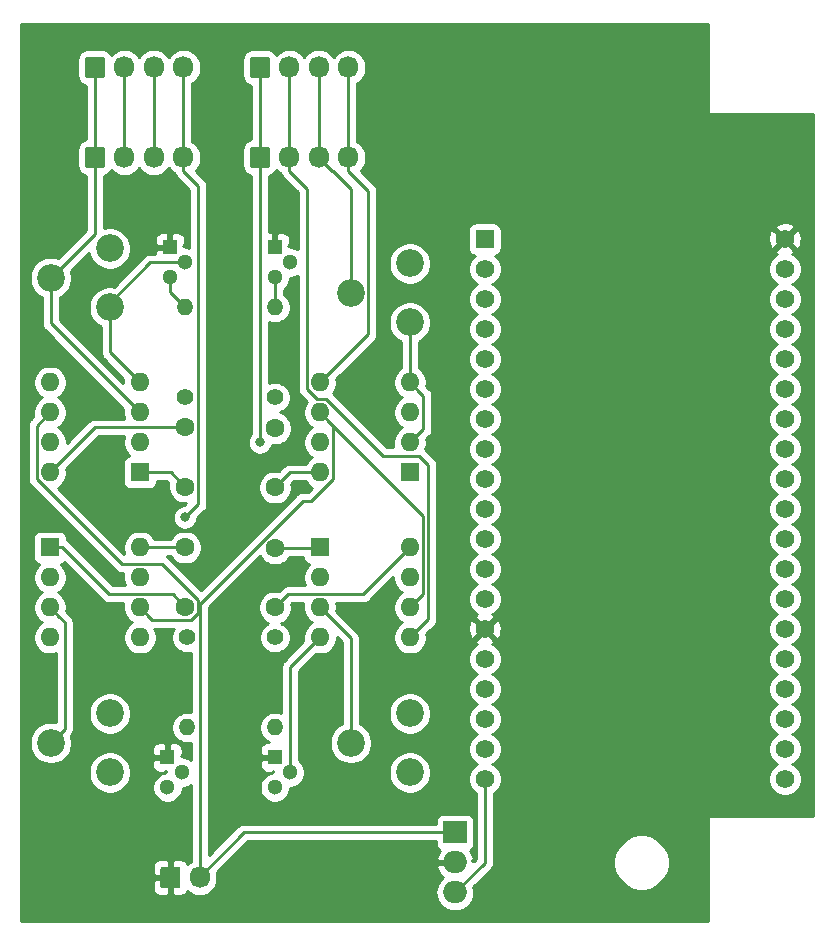
<source format=gtl>
G04 #@! TF.GenerationSoftware,KiCad,Pcbnew,(5.1.5-0-10_14)*
G04 #@! TF.CreationDate,2020-02-05T16:48:16+09:00*
G04 #@! TF.ProjectId,baloon-markII,62616c6f-6f6e-42d6-9d61-726b49492e6b,rev?*
G04 #@! TF.SameCoordinates,PX258bd10PY730f910*
G04 #@! TF.FileFunction,Copper,L1,Top*
G04 #@! TF.FilePolarity,Positive*
%FSLAX46Y46*%
G04 Gerber Fmt 4.6, Leading zero omitted, Abs format (unit mm)*
G04 Created by KiCad (PCBNEW (5.1.5-0-10_14)) date 2020-02-05 16:48:16*
%MOMM*%
%LPD*%
G04 APERTURE LIST*
%ADD10O,2.000000X1.905000*%
%ADD11R,2.000000X1.905000*%
%ADD12C,1.560000*%
%ADD13R,1.560000X1.560000*%
%ADD14O,1.400000X1.400000*%
%ADD15C,1.400000*%
%ADD16O,1.700000X1.850000*%
%ADD17C,0.100000*%
%ADD18C,2.340000*%
%ADD19R,1.300000X1.300000*%
%ADD20C,1.300000*%
%ADD21C,1.600000*%
%ADD22O,1.600000X1.600000*%
%ADD23R,1.600000X1.600000*%
%ADD24C,0.800000*%
%ADD25C,0.250000*%
%ADD26C,0.254000*%
G04 APERTURE END LIST*
D10*
X48260000Y3810000D03*
X48260000Y6350000D03*
D11*
X48260000Y8890000D03*
D12*
X76200000Y13410000D03*
X76200000Y15950000D03*
X76200000Y18490000D03*
X76200000Y21030000D03*
X76200000Y23570000D03*
X76200000Y26110000D03*
X76200000Y28650000D03*
X76200000Y31190000D03*
X76200000Y33730000D03*
X76200000Y36270000D03*
X76200000Y38810000D03*
X76200000Y41350000D03*
X76200000Y43890000D03*
X76200000Y46430000D03*
X76200000Y48970000D03*
X76200000Y51510000D03*
X76200000Y54050000D03*
X76200000Y56590000D03*
X76200000Y59130000D03*
X50800000Y15950000D03*
X50800000Y18490000D03*
X50800000Y21030000D03*
X50800000Y23570000D03*
X50800000Y26110000D03*
X50800000Y28650000D03*
X50800000Y31190000D03*
X50800000Y33730000D03*
X50800000Y36270000D03*
X50800000Y38810000D03*
X50800000Y41350000D03*
X50800000Y43890000D03*
X50800000Y46430000D03*
X50800000Y48970000D03*
X50800000Y51510000D03*
X50800000Y54050000D03*
X50800000Y13410000D03*
X50800000Y56590000D03*
D13*
X50800000Y59130000D03*
D14*
X33020000Y53340000D03*
D15*
X33020000Y45720000D03*
D16*
X39250000Y73660000D03*
X36750000Y73660000D03*
X34250000Y73660000D03*
G04 #@! TA.AperFunction,ComponentPad*
D17*
G36*
X32374504Y74583796D02*
G01*
X32398773Y74580196D01*
X32422571Y74574235D01*
X32445671Y74565970D01*
X32467849Y74555480D01*
X32488893Y74542867D01*
X32508598Y74528253D01*
X32526777Y74511777D01*
X32543253Y74493598D01*
X32557867Y74473893D01*
X32570480Y74452849D01*
X32580970Y74430671D01*
X32589235Y74407571D01*
X32595196Y74383773D01*
X32598796Y74359504D01*
X32600000Y74335000D01*
X32600000Y72985000D01*
X32598796Y72960496D01*
X32595196Y72936227D01*
X32589235Y72912429D01*
X32580970Y72889329D01*
X32570480Y72867151D01*
X32557867Y72846107D01*
X32543253Y72826402D01*
X32526777Y72808223D01*
X32508598Y72791747D01*
X32488893Y72777133D01*
X32467849Y72764520D01*
X32445671Y72754030D01*
X32422571Y72745765D01*
X32398773Y72739804D01*
X32374504Y72736204D01*
X32350000Y72735000D01*
X31150000Y72735000D01*
X31125496Y72736204D01*
X31101227Y72739804D01*
X31077429Y72745765D01*
X31054329Y72754030D01*
X31032151Y72764520D01*
X31011107Y72777133D01*
X30991402Y72791747D01*
X30973223Y72808223D01*
X30956747Y72826402D01*
X30942133Y72846107D01*
X30929520Y72867151D01*
X30919030Y72889329D01*
X30910765Y72912429D01*
X30904804Y72936227D01*
X30901204Y72960496D01*
X30900000Y72985000D01*
X30900000Y74335000D01*
X30901204Y74359504D01*
X30904804Y74383773D01*
X30910765Y74407571D01*
X30919030Y74430671D01*
X30929520Y74452849D01*
X30942133Y74473893D01*
X30956747Y74493598D01*
X30973223Y74511777D01*
X30991402Y74528253D01*
X31011107Y74542867D01*
X31032151Y74555480D01*
X31054329Y74565970D01*
X31077429Y74574235D01*
X31101227Y74580196D01*
X31125496Y74583796D01*
X31150000Y74585000D01*
X32350000Y74585000D01*
X32374504Y74583796D01*
G37*
G04 #@! TD.AperFunction*
D16*
X39250000Y66040000D03*
X36750000Y66040000D03*
X34250000Y66040000D03*
G04 #@! TA.AperFunction,ComponentPad*
D17*
G36*
X32374504Y66963796D02*
G01*
X32398773Y66960196D01*
X32422571Y66954235D01*
X32445671Y66945970D01*
X32467849Y66935480D01*
X32488893Y66922867D01*
X32508598Y66908253D01*
X32526777Y66891777D01*
X32543253Y66873598D01*
X32557867Y66853893D01*
X32570480Y66832849D01*
X32580970Y66810671D01*
X32589235Y66787571D01*
X32595196Y66763773D01*
X32598796Y66739504D01*
X32600000Y66715000D01*
X32600000Y65365000D01*
X32598796Y65340496D01*
X32595196Y65316227D01*
X32589235Y65292429D01*
X32580970Y65269329D01*
X32570480Y65247151D01*
X32557867Y65226107D01*
X32543253Y65206402D01*
X32526777Y65188223D01*
X32508598Y65171747D01*
X32488893Y65157133D01*
X32467849Y65144520D01*
X32445671Y65134030D01*
X32422571Y65125765D01*
X32398773Y65119804D01*
X32374504Y65116204D01*
X32350000Y65115000D01*
X31150000Y65115000D01*
X31125496Y65116204D01*
X31101227Y65119804D01*
X31077429Y65125765D01*
X31054329Y65134030D01*
X31032151Y65144520D01*
X31011107Y65157133D01*
X30991402Y65171747D01*
X30973223Y65188223D01*
X30956747Y65206402D01*
X30942133Y65226107D01*
X30929520Y65247151D01*
X30919030Y65269329D01*
X30910765Y65292429D01*
X30904804Y65316227D01*
X30901204Y65340496D01*
X30900000Y65365000D01*
X30900000Y66715000D01*
X30901204Y66739504D01*
X30904804Y66763773D01*
X30910765Y66787571D01*
X30919030Y66810671D01*
X30929520Y66832849D01*
X30942133Y66853893D01*
X30956747Y66873598D01*
X30973223Y66891777D01*
X30991402Y66908253D01*
X31011107Y66922867D01*
X31032151Y66935480D01*
X31054329Y66945970D01*
X31077429Y66954235D01*
X31101227Y66960196D01*
X31125496Y66963796D01*
X31150000Y66965000D01*
X32350000Y66965000D01*
X32374504Y66963796D01*
G37*
G04 #@! TD.AperFunction*
D16*
X25280000Y73660000D03*
X22780000Y73660000D03*
X20280000Y73660000D03*
G04 #@! TA.AperFunction,ComponentPad*
D17*
G36*
X18404504Y74583796D02*
G01*
X18428773Y74580196D01*
X18452571Y74574235D01*
X18475671Y74565970D01*
X18497849Y74555480D01*
X18518893Y74542867D01*
X18538598Y74528253D01*
X18556777Y74511777D01*
X18573253Y74493598D01*
X18587867Y74473893D01*
X18600480Y74452849D01*
X18610970Y74430671D01*
X18619235Y74407571D01*
X18625196Y74383773D01*
X18628796Y74359504D01*
X18630000Y74335000D01*
X18630000Y72985000D01*
X18628796Y72960496D01*
X18625196Y72936227D01*
X18619235Y72912429D01*
X18610970Y72889329D01*
X18600480Y72867151D01*
X18587867Y72846107D01*
X18573253Y72826402D01*
X18556777Y72808223D01*
X18538598Y72791747D01*
X18518893Y72777133D01*
X18497849Y72764520D01*
X18475671Y72754030D01*
X18452571Y72745765D01*
X18428773Y72739804D01*
X18404504Y72736204D01*
X18380000Y72735000D01*
X17180000Y72735000D01*
X17155496Y72736204D01*
X17131227Y72739804D01*
X17107429Y72745765D01*
X17084329Y72754030D01*
X17062151Y72764520D01*
X17041107Y72777133D01*
X17021402Y72791747D01*
X17003223Y72808223D01*
X16986747Y72826402D01*
X16972133Y72846107D01*
X16959520Y72867151D01*
X16949030Y72889329D01*
X16940765Y72912429D01*
X16934804Y72936227D01*
X16931204Y72960496D01*
X16930000Y72985000D01*
X16930000Y74335000D01*
X16931204Y74359504D01*
X16934804Y74383773D01*
X16940765Y74407571D01*
X16949030Y74430671D01*
X16959520Y74452849D01*
X16972133Y74473893D01*
X16986747Y74493598D01*
X17003223Y74511777D01*
X17021402Y74528253D01*
X17041107Y74542867D01*
X17062151Y74555480D01*
X17084329Y74565970D01*
X17107429Y74574235D01*
X17131227Y74580196D01*
X17155496Y74583796D01*
X17180000Y74585000D01*
X18380000Y74585000D01*
X18404504Y74583796D01*
G37*
G04 #@! TD.AperFunction*
D16*
X25280000Y66040000D03*
X22780000Y66040000D03*
X20280000Y66040000D03*
G04 #@! TA.AperFunction,ComponentPad*
D17*
G36*
X18404504Y66963796D02*
G01*
X18428773Y66960196D01*
X18452571Y66954235D01*
X18475671Y66945970D01*
X18497849Y66935480D01*
X18518893Y66922867D01*
X18538598Y66908253D01*
X18556777Y66891777D01*
X18573253Y66873598D01*
X18587867Y66853893D01*
X18600480Y66832849D01*
X18610970Y66810671D01*
X18619235Y66787571D01*
X18625196Y66763773D01*
X18628796Y66739504D01*
X18630000Y66715000D01*
X18630000Y65365000D01*
X18628796Y65340496D01*
X18625196Y65316227D01*
X18619235Y65292429D01*
X18610970Y65269329D01*
X18600480Y65247151D01*
X18587867Y65226107D01*
X18573253Y65206402D01*
X18556777Y65188223D01*
X18538598Y65171747D01*
X18518893Y65157133D01*
X18497849Y65144520D01*
X18475671Y65134030D01*
X18452571Y65125765D01*
X18428773Y65119804D01*
X18404504Y65116204D01*
X18380000Y65115000D01*
X17180000Y65115000D01*
X17155496Y65116204D01*
X17131227Y65119804D01*
X17107429Y65125765D01*
X17084329Y65134030D01*
X17062151Y65144520D01*
X17041107Y65157133D01*
X17021402Y65171747D01*
X17003223Y65188223D01*
X16986747Y65206402D01*
X16972133Y65226107D01*
X16959520Y65247151D01*
X16949030Y65269329D01*
X16940765Y65292429D01*
X16934804Y65316227D01*
X16931204Y65340496D01*
X16930000Y65365000D01*
X16930000Y66715000D01*
X16931204Y66739504D01*
X16934804Y66763773D01*
X16940765Y66787571D01*
X16949030Y66810671D01*
X16959520Y66832849D01*
X16972133Y66853893D01*
X16986747Y66873598D01*
X17003223Y66891777D01*
X17021402Y66908253D01*
X17041107Y66922867D01*
X17062151Y66935480D01*
X17084329Y66945970D01*
X17107429Y66954235D01*
X17131227Y66960196D01*
X17155496Y66963796D01*
X17180000Y66965000D01*
X18380000Y66965000D01*
X18404504Y66963796D01*
G37*
G04 #@! TD.AperFunction*
D18*
X19050000Y53340000D03*
X14050000Y55840000D03*
X19050000Y58340000D03*
D19*
X33020000Y58420000D03*
D20*
X33020000Y55880000D03*
X34290000Y57150000D03*
D21*
X33020000Y43100000D03*
X33020000Y38100000D03*
X25400000Y28020000D03*
X25400000Y33020000D03*
D22*
X44450000Y33020000D03*
X36830000Y25400000D03*
X44450000Y30480000D03*
X36830000Y27940000D03*
X44450000Y27940000D03*
X36830000Y30480000D03*
X44450000Y25400000D03*
D23*
X36830000Y33020000D03*
D18*
X44450000Y13970000D03*
X39450000Y16470000D03*
X44450000Y18970000D03*
D14*
X33020000Y17780000D03*
D15*
X33020000Y25400000D03*
D19*
X33020000Y15240000D03*
D20*
X33020000Y12700000D03*
X34290000Y13970000D03*
D21*
X33020000Y32940000D03*
X33020000Y27940000D03*
D16*
X26670000Y5080000D03*
G04 #@! TA.AperFunction,ComponentPad*
D17*
G36*
X24794504Y6003796D02*
G01*
X24818773Y6000196D01*
X24842571Y5994235D01*
X24865671Y5985970D01*
X24887849Y5975480D01*
X24908893Y5962867D01*
X24928598Y5948253D01*
X24946777Y5931777D01*
X24963253Y5913598D01*
X24977867Y5893893D01*
X24990480Y5872849D01*
X25000970Y5850671D01*
X25009235Y5827571D01*
X25015196Y5803773D01*
X25018796Y5779504D01*
X25020000Y5755000D01*
X25020000Y4405000D01*
X25018796Y4380496D01*
X25015196Y4356227D01*
X25009235Y4332429D01*
X25000970Y4309329D01*
X24990480Y4287151D01*
X24977867Y4266107D01*
X24963253Y4246402D01*
X24946777Y4228223D01*
X24928598Y4211747D01*
X24908893Y4197133D01*
X24887849Y4184520D01*
X24865671Y4174030D01*
X24842571Y4165765D01*
X24818773Y4159804D01*
X24794504Y4156204D01*
X24770000Y4155000D01*
X23570000Y4155000D01*
X23545496Y4156204D01*
X23521227Y4159804D01*
X23497429Y4165765D01*
X23474329Y4174030D01*
X23452151Y4184520D01*
X23431107Y4197133D01*
X23411402Y4211747D01*
X23393223Y4228223D01*
X23376747Y4246402D01*
X23362133Y4266107D01*
X23349520Y4287151D01*
X23339030Y4309329D01*
X23330765Y4332429D01*
X23324804Y4356227D01*
X23321204Y4380496D01*
X23320000Y4405000D01*
X23320000Y5755000D01*
X23321204Y5779504D01*
X23324804Y5803773D01*
X23330765Y5827571D01*
X23339030Y5850671D01*
X23349520Y5872849D01*
X23362133Y5893893D01*
X23376747Y5913598D01*
X23393223Y5931777D01*
X23411402Y5948253D01*
X23431107Y5962867D01*
X23452151Y5975480D01*
X23474329Y5985970D01*
X23497429Y5994235D01*
X23521227Y6000196D01*
X23545496Y6003796D01*
X23570000Y6005000D01*
X24770000Y6005000D01*
X24794504Y6003796D01*
G37*
G04 #@! TD.AperFunction*
D22*
X13970000Y39370000D03*
X21590000Y46990000D03*
X13970000Y41910000D03*
X21590000Y44450000D03*
X13970000Y44450000D03*
X21590000Y41910000D03*
X13970000Y46990000D03*
D23*
X21590000Y39370000D03*
D14*
X25400000Y53340000D03*
D15*
X25400000Y45720000D03*
D21*
X25400000Y38180000D03*
X25400000Y43180000D03*
D19*
X24130000Y58420000D03*
D20*
X24130000Y55880000D03*
X25400000Y57150000D03*
D22*
X36830000Y39370000D03*
X44450000Y46990000D03*
X36830000Y41910000D03*
X44450000Y44450000D03*
X36830000Y44450000D03*
X44450000Y41910000D03*
X36830000Y46990000D03*
D23*
X44450000Y39370000D03*
D22*
X21590000Y33020000D03*
X13970000Y25400000D03*
X21590000Y30480000D03*
X13970000Y27940000D03*
X21590000Y27940000D03*
X13970000Y30480000D03*
X21590000Y25400000D03*
D23*
X13970000Y33020000D03*
D18*
X44450000Y52070000D03*
X39450000Y54570000D03*
X44450000Y57070000D03*
X19050000Y13970000D03*
X14050000Y16470000D03*
X19050000Y18970000D03*
D14*
X25594999Y17780000D03*
D15*
X25594999Y25400000D03*
D19*
X23914999Y15244999D03*
D20*
X23914999Y12704999D03*
X25184999Y13974999D03*
D24*
X25400000Y35560000D03*
X31750000Y41910000D03*
D25*
X21590000Y39370000D02*
X24210000Y39370000D01*
X24210000Y39370000D02*
X25400000Y38180000D01*
X21670000Y39370000D02*
X21590000Y39370000D01*
X25400000Y43180000D02*
X17780000Y43180000D01*
X17780000Y43180000D02*
X13970000Y39370000D01*
X33015001Y15244999D02*
X33020000Y15240000D01*
X24130000Y55880000D02*
X24130000Y54610000D01*
X24130000Y54610000D02*
X25400000Y53340000D01*
X19050000Y52070000D02*
X19050000Y49530000D01*
X19050000Y49530000D02*
X21590000Y46990000D01*
X25400000Y57150000D02*
X22475371Y57150000D01*
X22475371Y57150000D02*
X19050000Y53724629D01*
X19050000Y53724629D02*
X19050000Y52070000D01*
X45575001Y29065001D02*
X45575001Y35704999D01*
X37629999Y43650001D02*
X36830000Y44450000D01*
X44450000Y27940000D02*
X45575001Y29065001D01*
X45575001Y35704999D02*
X37629999Y43650001D01*
X22389999Y27140001D02*
X21590000Y27940000D01*
X26525001Y27479999D02*
X25940001Y26894999D01*
X26525001Y28560001D02*
X26525001Y27479999D01*
X22635001Y26894999D02*
X22389999Y27140001D01*
X23480001Y31605001D02*
X26525001Y28560001D01*
X12844999Y38829999D02*
X20069997Y31605001D01*
X25940001Y26894999D02*
X22635001Y26894999D01*
X12844999Y43324999D02*
X12844999Y38829999D01*
X20069997Y31605001D02*
X23480001Y31605001D01*
X13970000Y44450000D02*
X12844999Y43324999D01*
X35389997Y36974999D02*
X26670000Y28255002D01*
X36100001Y36974999D02*
X35389997Y36974999D01*
X37955001Y38829999D02*
X36100001Y36974999D01*
X36830000Y44450000D02*
X37955001Y43324999D01*
X37955001Y43324999D02*
X37955001Y38829999D01*
X26670000Y5080000D02*
X26670000Y28255002D01*
X26525001Y28400001D02*
X26670000Y28255002D01*
X26525001Y28560001D02*
X26525001Y28400001D01*
X26670000Y5155000D02*
X26670000Y5080000D01*
X30405000Y8890000D02*
X26670000Y5155000D01*
X48260000Y8890000D02*
X30405000Y8890000D01*
X25400000Y28020000D02*
X24354999Y29065001D01*
X24354999Y29065001D02*
X18974999Y29065001D01*
X18974999Y29065001D02*
X15020000Y33020000D01*
X15020000Y33020000D02*
X13970000Y33020000D01*
X21590000Y33020000D02*
X25400000Y33020000D01*
X33020000Y32940000D02*
X36750000Y32940000D01*
X36750000Y32940000D02*
X36830000Y33020000D01*
X44450000Y33020000D02*
X40495001Y29065001D01*
X40495001Y29065001D02*
X34145001Y29065001D01*
X34145001Y29065001D02*
X33819999Y28739999D01*
X33819999Y28739999D02*
X33020000Y27940000D01*
X34290000Y39370000D02*
X33020000Y38100000D01*
X36830000Y39370000D02*
X34290000Y39370000D01*
X34290000Y22860000D02*
X36830000Y25400000D01*
X34290000Y13970000D02*
X34290000Y22860000D01*
X33020000Y55880000D02*
X33020000Y53340000D01*
X45575001Y43035001D02*
X45575001Y45864999D01*
X45575001Y45864999D02*
X45249999Y46190001D01*
X44450000Y41910000D02*
X45575001Y43035001D01*
X45249999Y46190001D02*
X44450000Y46990000D01*
X44450000Y46990000D02*
X44450000Y52070000D01*
X26525001Y63619999D02*
X26525001Y36685001D01*
X25280000Y66040000D02*
X25280000Y64865000D01*
X25280000Y64865000D02*
X26525001Y63619999D01*
X25400000Y35560000D02*
X25400000Y35560000D01*
X26525001Y36685001D02*
X25400000Y35560000D01*
X25280000Y67215000D02*
X25280000Y73660000D01*
X25280000Y66040000D02*
X25280000Y67215000D01*
X22780000Y66040000D02*
X22780000Y73660000D01*
X14769999Y27140001D02*
X13970000Y27940000D01*
X15219999Y26690001D02*
X14769999Y27140001D01*
X15219999Y17639999D02*
X15219999Y26690001D01*
X14050000Y16470000D02*
X15219999Y17639999D01*
X20280000Y73660000D02*
X20280000Y66040000D01*
X17780000Y66040000D02*
X17780000Y73660000D01*
X14050000Y51990000D02*
X14050000Y55840000D01*
X21590000Y44450000D02*
X14050000Y51990000D01*
X17780000Y59570000D02*
X14050000Y55840000D01*
X17780000Y66040000D02*
X17780000Y59570000D01*
X36870000Y47030000D02*
X36830000Y46990000D01*
X40945001Y51105001D02*
X37629999Y47789999D01*
X39250000Y64865000D02*
X40945001Y63169999D01*
X37629999Y47789999D02*
X36830000Y46990000D01*
X40945001Y63169999D02*
X40945001Y51105001D01*
X39250000Y66040000D02*
X39250000Y64865000D01*
X39250000Y72485000D02*
X39250000Y66040000D01*
X39250000Y73660000D02*
X39250000Y72485000D01*
X36750000Y66040000D02*
X36750000Y73660000D01*
X37850000Y64865000D02*
X36750000Y65965000D01*
X39450000Y63340000D02*
X37925000Y64865000D01*
X36750000Y65965000D02*
X36750000Y66040000D01*
X37925000Y64865000D02*
X37850000Y64865000D01*
X39450000Y54570000D02*
X39450000Y63340000D01*
X34250000Y73660000D02*
X34250000Y66040000D01*
X46025011Y26975011D02*
X44450000Y25400000D01*
X46025011Y39979991D02*
X46025011Y26975011D01*
X45220003Y40784999D02*
X46025011Y39979991D01*
X42160003Y40784999D02*
X45220003Y40784999D01*
X37370001Y45575001D02*
X42160003Y40784999D01*
X35704999Y46449999D02*
X36579997Y45575001D01*
X35704999Y63410001D02*
X35704999Y46449999D01*
X34250000Y64865000D02*
X35704999Y63410001D01*
X36579997Y45575001D02*
X37370001Y45575001D01*
X34250000Y66040000D02*
X34250000Y64865000D01*
X31750000Y66040000D02*
X31750000Y73660000D01*
X39450000Y16470000D02*
X39450000Y25320000D01*
X39450000Y25320000D02*
X36830000Y27940000D01*
X31750000Y66040000D02*
X31750000Y41910000D01*
X31750000Y41910000D02*
X31750000Y41910000D01*
X25360000Y45680000D02*
X25400000Y45720000D01*
X48307500Y3810000D02*
X48260000Y3810000D01*
X50800000Y6302500D02*
X48307500Y3810000D01*
X50800000Y13410000D02*
X50800000Y6302500D01*
D26*
G36*
X69723000Y69850000D02*
G01*
X69725440Y69825224D01*
X69732667Y69801399D01*
X69744403Y69779443D01*
X69760197Y69760197D01*
X69779443Y69744403D01*
X69801399Y69732667D01*
X69825224Y69725440D01*
X69850000Y69723000D01*
X78613000Y69723000D01*
X78613000Y10287000D01*
X69850000Y10287000D01*
X69825224Y10284560D01*
X69801399Y10277333D01*
X69779443Y10265597D01*
X69760197Y10249803D01*
X69744403Y10230557D01*
X69732667Y10208601D01*
X69725440Y10184776D01*
X69723000Y10160000D01*
X69723000Y1397000D01*
X11557000Y1397000D01*
X11557000Y4155000D01*
X22681928Y4155000D01*
X22694188Y4030518D01*
X22730498Y3910820D01*
X22789463Y3800506D01*
X22868815Y3703815D01*
X22965506Y3624463D01*
X23075820Y3565498D01*
X23195518Y3529188D01*
X23320000Y3516928D01*
X23884250Y3520000D01*
X24043000Y3678750D01*
X24043000Y4953000D01*
X22843750Y4953000D01*
X22685000Y4794250D01*
X22681928Y4155000D01*
X11557000Y4155000D01*
X11557000Y6005000D01*
X22681928Y6005000D01*
X22685000Y5365750D01*
X22843750Y5207000D01*
X24043000Y5207000D01*
X24043000Y6481250D01*
X23884250Y6640000D01*
X23320000Y6643072D01*
X23195518Y6630812D01*
X23075820Y6594502D01*
X22965506Y6535537D01*
X22868815Y6456185D01*
X22789463Y6359494D01*
X22730498Y6249180D01*
X22694188Y6129482D01*
X22681928Y6005000D01*
X11557000Y6005000D01*
X11557000Y14147777D01*
X17245000Y14147777D01*
X17245000Y13792223D01*
X17314365Y13443501D01*
X17450429Y13115012D01*
X17647965Y12819379D01*
X17899379Y12567965D01*
X18195012Y12370429D01*
X18523501Y12234365D01*
X18872223Y12165000D01*
X19227777Y12165000D01*
X19576499Y12234365D01*
X19904988Y12370429D01*
X20200621Y12567965D01*
X20452035Y12819379D01*
X20649571Y13115012D01*
X20785635Y13443501D01*
X20855000Y13792223D01*
X20855000Y14147777D01*
X20785635Y14496499D01*
X20649571Y14824988D01*
X20452035Y15120621D01*
X20200621Y15372035D01*
X19904988Y15569571D01*
X19576499Y15705635D01*
X19227777Y15775000D01*
X18872223Y15775000D01*
X18523501Y15705635D01*
X18195012Y15569571D01*
X17899379Y15372035D01*
X17647965Y15120621D01*
X17450429Y14824988D01*
X17314365Y14496499D01*
X17245000Y14147777D01*
X11557000Y14147777D01*
X11557000Y43324999D01*
X12081323Y43324999D01*
X12084999Y43287676D01*
X12085000Y38867331D01*
X12081323Y38829999D01*
X12085000Y38792666D01*
X12095997Y38681013D01*
X12099145Y38670635D01*
X12139453Y38537753D01*
X12210025Y38405723D01*
X12279281Y38321335D01*
X12304999Y38289998D01*
X12333997Y38266200D01*
X19506197Y31093999D01*
X19529996Y31065000D01*
X19645721Y30970027D01*
X19777750Y30899455D01*
X19921011Y30855998D01*
X20032664Y30845001D01*
X20032673Y30845001D01*
X20069996Y30841325D01*
X20107319Y30845001D01*
X20199491Y30845001D01*
X20155000Y30621335D01*
X20155000Y30338665D01*
X20210147Y30061426D01*
X20308077Y29825001D01*
X19289801Y29825001D01*
X15583804Y33530997D01*
X15560001Y33560001D01*
X15444276Y33654974D01*
X15408072Y33674326D01*
X15408072Y33820000D01*
X15395812Y33944482D01*
X15359502Y34064180D01*
X15300537Y34174494D01*
X15221185Y34271185D01*
X15124494Y34350537D01*
X15014180Y34409502D01*
X14894482Y34445812D01*
X14770000Y34458072D01*
X13170000Y34458072D01*
X13045518Y34445812D01*
X12925820Y34409502D01*
X12815506Y34350537D01*
X12718815Y34271185D01*
X12639463Y34174494D01*
X12580498Y34064180D01*
X12544188Y33944482D01*
X12531928Y33820000D01*
X12531928Y32220000D01*
X12544188Y32095518D01*
X12580498Y31975820D01*
X12639463Y31865506D01*
X12718815Y31768815D01*
X12815506Y31689463D01*
X12925820Y31630498D01*
X13045518Y31594188D01*
X13053961Y31593357D01*
X12855363Y31394759D01*
X12698320Y31159727D01*
X12590147Y30898574D01*
X12535000Y30621335D01*
X12535000Y30338665D01*
X12590147Y30061426D01*
X12698320Y29800273D01*
X12855363Y29565241D01*
X13055241Y29365363D01*
X13287759Y29210000D01*
X13055241Y29054637D01*
X12855363Y28854759D01*
X12698320Y28619727D01*
X12590147Y28358574D01*
X12535000Y28081335D01*
X12535000Y27798665D01*
X12590147Y27521426D01*
X12698320Y27260273D01*
X12855363Y27025241D01*
X13055241Y26825363D01*
X13287759Y26670000D01*
X13055241Y26514637D01*
X12855363Y26314759D01*
X12698320Y26079727D01*
X12590147Y25818574D01*
X12535000Y25541335D01*
X12535000Y25258665D01*
X12590147Y24981426D01*
X12698320Y24720273D01*
X12855363Y24485241D01*
X13055241Y24285363D01*
X13290273Y24128320D01*
X13551426Y24020147D01*
X13828665Y23965000D01*
X14111335Y23965000D01*
X14388574Y24020147D01*
X14460000Y24049732D01*
X14459999Y18228808D01*
X14227777Y18275000D01*
X13872223Y18275000D01*
X13523501Y18205635D01*
X13195012Y18069571D01*
X12899379Y17872035D01*
X12647965Y17620621D01*
X12450429Y17324988D01*
X12314365Y16996499D01*
X12245000Y16647777D01*
X12245000Y16292223D01*
X12314365Y15943501D01*
X12450429Y15615012D01*
X12647965Y15319379D01*
X12899379Y15067965D01*
X13195012Y14870429D01*
X13523501Y14734365D01*
X13872223Y14665000D01*
X14227777Y14665000D01*
X14576499Y14734365D01*
X14904988Y14870429D01*
X15200621Y15067965D01*
X15452035Y15319379D01*
X15649571Y15615012D01*
X15765544Y15894999D01*
X22626927Y15894999D01*
X22629999Y15530749D01*
X22788749Y15371999D01*
X23787999Y15371999D01*
X23787999Y16371249D01*
X23629249Y16529999D01*
X23264999Y16533071D01*
X23140517Y16520811D01*
X23020819Y16484501D01*
X22910505Y16425536D01*
X22813814Y16346184D01*
X22734462Y16249493D01*
X22675497Y16139179D01*
X22639187Y16019481D01*
X22626927Y15894999D01*
X15765544Y15894999D01*
X15785635Y15943501D01*
X15855000Y16292223D01*
X15855000Y16647777D01*
X15785635Y16996499D01*
X15747137Y17089442D01*
X15760000Y17099998D01*
X15783794Y17128991D01*
X15783798Y17128995D01*
X15854972Y17215722D01*
X15854973Y17215723D01*
X15925545Y17347752D01*
X15969002Y17491013D01*
X15979999Y17602666D01*
X15979999Y17602675D01*
X15983675Y17639998D01*
X15979999Y17677321D01*
X15979999Y19147777D01*
X17245000Y19147777D01*
X17245000Y18792223D01*
X17314365Y18443501D01*
X17450429Y18115012D01*
X17647965Y17819379D01*
X17899379Y17567965D01*
X18195012Y17370429D01*
X18523501Y17234365D01*
X18872223Y17165000D01*
X19227777Y17165000D01*
X19576499Y17234365D01*
X19904988Y17370429D01*
X20200621Y17567965D01*
X20452035Y17819379D01*
X20649571Y18115012D01*
X20785635Y18443501D01*
X20855000Y18792223D01*
X20855000Y19147777D01*
X20785635Y19496499D01*
X20649571Y19824988D01*
X20452035Y20120621D01*
X20200621Y20372035D01*
X19904988Y20569571D01*
X19576499Y20705635D01*
X19227777Y20775000D01*
X18872223Y20775000D01*
X18523501Y20705635D01*
X18195012Y20569571D01*
X17899379Y20372035D01*
X17647965Y20120621D01*
X17450429Y19824988D01*
X17314365Y19496499D01*
X17245000Y19147777D01*
X15979999Y19147777D01*
X15979999Y26652679D01*
X15983675Y26690002D01*
X15979999Y26727325D01*
X15979999Y26727334D01*
X15969002Y26838987D01*
X15925545Y26982248D01*
X15909637Y27012010D01*
X15854973Y27114278D01*
X15804052Y27176324D01*
X15760000Y27230002D01*
X15730996Y27253805D01*
X15368688Y27616113D01*
X15405000Y27798665D01*
X15405000Y28081335D01*
X15349853Y28358574D01*
X15241680Y28619727D01*
X15084637Y28854759D01*
X14884759Y29054637D01*
X14652241Y29210000D01*
X14884759Y29365363D01*
X15084637Y29565241D01*
X15241680Y29800273D01*
X15349853Y30061426D01*
X15405000Y30338665D01*
X15405000Y30621335D01*
X15349853Y30898574D01*
X15241680Y31159727D01*
X15084637Y31394759D01*
X14886039Y31593357D01*
X14894482Y31594188D01*
X15014180Y31630498D01*
X15124494Y31689463D01*
X15207563Y31757636D01*
X18411199Y28553999D01*
X18434998Y28525000D01*
X18550723Y28430027D01*
X18682752Y28359455D01*
X18826013Y28315998D01*
X18937666Y28305001D01*
X18937675Y28305001D01*
X18974998Y28301325D01*
X19012321Y28305001D01*
X20199491Y28305001D01*
X20155000Y28081335D01*
X20155000Y27798665D01*
X20210147Y27521426D01*
X20318320Y27260273D01*
X20475363Y27025241D01*
X20675241Y26825363D01*
X20907759Y26670000D01*
X20675241Y26514637D01*
X20475363Y26314759D01*
X20318320Y26079727D01*
X20210147Y25818574D01*
X20155000Y25541335D01*
X20155000Y25258665D01*
X20210147Y24981426D01*
X20318320Y24720273D01*
X20475363Y24485241D01*
X20675241Y24285363D01*
X20910273Y24128320D01*
X21171426Y24020147D01*
X21448665Y23965000D01*
X21731335Y23965000D01*
X22008574Y24020147D01*
X22269727Y24128320D01*
X22504759Y24285363D01*
X22704637Y24485241D01*
X22861680Y24720273D01*
X22969853Y24981426D01*
X23025000Y25258665D01*
X23025000Y25541335D01*
X22969853Y25818574D01*
X22861680Y26079727D01*
X22824749Y26134999D01*
X24480519Y26134999D01*
X24411938Y26032359D01*
X24311303Y25789405D01*
X24259999Y25531486D01*
X24259999Y25268514D01*
X24311303Y25010595D01*
X24411938Y24767641D01*
X24558037Y24548987D01*
X24743986Y24363038D01*
X24962640Y24216939D01*
X25205594Y24116304D01*
X25463513Y24065000D01*
X25726485Y24065000D01*
X25910001Y24101504D01*
X25910001Y19078496D01*
X25726485Y19115000D01*
X25463513Y19115000D01*
X25205594Y19063696D01*
X24962640Y18963061D01*
X24743986Y18816962D01*
X24558037Y18631013D01*
X24411938Y18412359D01*
X24311303Y18169405D01*
X24259999Y17911486D01*
X24259999Y17648514D01*
X24311303Y17390595D01*
X24411938Y17147641D01*
X24558037Y16928987D01*
X24743986Y16743038D01*
X24962640Y16596939D01*
X25205594Y16496304D01*
X25463513Y16445000D01*
X25726485Y16445000D01*
X25910000Y16481504D01*
X25910000Y15036026D01*
X25793675Y15113752D01*
X25559820Y15210618D01*
X25311560Y15259999D01*
X25199999Y15259999D01*
X25199999Y15372001D01*
X25041251Y15372001D01*
X25199999Y15530749D01*
X25203071Y15894999D01*
X25190811Y16019481D01*
X25154501Y16139179D01*
X25095536Y16249493D01*
X25016184Y16346184D01*
X24919493Y16425536D01*
X24809179Y16484501D01*
X24689481Y16520811D01*
X24564999Y16533071D01*
X24200749Y16529999D01*
X24041999Y16371249D01*
X24041999Y15371999D01*
X24061999Y15371999D01*
X24061999Y15117999D01*
X24041999Y15117999D01*
X24041999Y15097999D01*
X23787999Y15097999D01*
X23787999Y15117999D01*
X22788749Y15117999D01*
X22629999Y14959249D01*
X22626927Y14594999D01*
X22639187Y14470517D01*
X22675497Y14350819D01*
X22734462Y14240505D01*
X22813814Y14143814D01*
X22910505Y14064462D01*
X23020819Y14005497D01*
X23140517Y13969187D01*
X23264999Y13956927D01*
X23629249Y13959999D01*
X23787997Y14118747D01*
X23787997Y13989911D01*
X23540178Y13940618D01*
X23306323Y13843752D01*
X23095859Y13703124D01*
X22916874Y13524139D01*
X22776246Y13313675D01*
X22679380Y13079820D01*
X22629999Y12831560D01*
X22629999Y12578438D01*
X22679380Y12330178D01*
X22776246Y12096323D01*
X22916874Y11885859D01*
X23095859Y11706874D01*
X23306323Y11566246D01*
X23540178Y11469380D01*
X23788438Y11419999D01*
X24041560Y11419999D01*
X24289820Y11469380D01*
X24523675Y11566246D01*
X24734139Y11706874D01*
X24913124Y11885859D01*
X25053752Y12096323D01*
X25150618Y12330178D01*
X25199999Y12578438D01*
X25199999Y12689999D01*
X25311560Y12689999D01*
X25559820Y12739380D01*
X25793675Y12836246D01*
X25910000Y12913972D01*
X25910000Y6432595D01*
X25840986Y6395706D01*
X25620055Y6214392D01*
X25609502Y6249180D01*
X25550537Y6359494D01*
X25471185Y6456185D01*
X25374494Y6535537D01*
X25264180Y6594502D01*
X25144482Y6630812D01*
X25020000Y6643072D01*
X24455750Y6640000D01*
X24297000Y6481250D01*
X24297000Y5207000D01*
X24317000Y5207000D01*
X24317000Y4953000D01*
X24297000Y4953000D01*
X24297000Y3678750D01*
X24455750Y3520000D01*
X25020000Y3516928D01*
X25144482Y3529188D01*
X25264180Y3565498D01*
X25374494Y3624463D01*
X25471185Y3703815D01*
X25550537Y3800506D01*
X25609502Y3910820D01*
X25620055Y3945608D01*
X25840987Y3764294D01*
X26098967Y3626401D01*
X26378890Y3541487D01*
X26670000Y3512815D01*
X26961111Y3541487D01*
X27241034Y3626401D01*
X27499014Y3764294D01*
X27725134Y3949866D01*
X27910706Y4175987D01*
X28048599Y4433967D01*
X28133513Y4713890D01*
X28155000Y4932051D01*
X28155000Y5227950D01*
X28133513Y5446111D01*
X28110797Y5520996D01*
X30719802Y8130000D01*
X46621928Y8130000D01*
X46621928Y7937500D01*
X46634188Y7813018D01*
X46670498Y7693320D01*
X46729463Y7583006D01*
X46808815Y7486315D01*
X46905506Y7406963D01*
X46997219Y7357941D01*
X46884031Y7216923D01*
X46740429Y6941094D01*
X46669437Y6722980D01*
X46789406Y6477000D01*
X48133000Y6477000D01*
X48133000Y6497000D01*
X48387000Y6497000D01*
X48387000Y6477000D01*
X48407000Y6477000D01*
X48407000Y6223000D01*
X48387000Y6223000D01*
X48387000Y6203000D01*
X48133000Y6203000D01*
X48133000Y6223000D01*
X46789406Y6223000D01*
X46669437Y5977020D01*
X46740429Y5758906D01*
X46884031Y5483077D01*
X47078685Y5240563D01*
X47263899Y5085163D01*
X47084537Y4937963D01*
X46886155Y4696235D01*
X46738745Y4420449D01*
X46647970Y4121204D01*
X46617319Y3810000D01*
X46647970Y3498796D01*
X46738745Y3199551D01*
X46886155Y2923765D01*
X47084537Y2682037D01*
X47326265Y2483655D01*
X47602051Y2336245D01*
X47901296Y2245470D01*
X48134514Y2222500D01*
X48385486Y2222500D01*
X48618704Y2245470D01*
X48917949Y2336245D01*
X49193735Y2483655D01*
X49435463Y2682037D01*
X49633845Y2923765D01*
X49781255Y3199551D01*
X49872030Y3498796D01*
X49902681Y3810000D01*
X49872030Y4121204D01*
X49830479Y4258178D01*
X51311003Y5738701D01*
X51340001Y5762499D01*
X51434974Y5878224D01*
X51505546Y6010253D01*
X51549003Y6153514D01*
X51560000Y6265167D01*
X51560000Y6265176D01*
X51563676Y6302499D01*
X51560000Y6339822D01*
X51560000Y6584902D01*
X61675000Y6584902D01*
X61675000Y6115098D01*
X61766654Y5654321D01*
X61946440Y5220279D01*
X62207450Y4829651D01*
X62539651Y4497450D01*
X62930279Y4236440D01*
X63364321Y4056654D01*
X63825098Y3965000D01*
X64294902Y3965000D01*
X64755679Y4056654D01*
X65189721Y4236440D01*
X65580349Y4497450D01*
X65912550Y4829651D01*
X66173560Y5220279D01*
X66353346Y5654321D01*
X66445000Y6115098D01*
X66445000Y6584902D01*
X66353346Y7045679D01*
X66173560Y7479721D01*
X65912550Y7870349D01*
X65580349Y8202550D01*
X65189721Y8463560D01*
X64755679Y8643346D01*
X64294902Y8735000D01*
X63825098Y8735000D01*
X63364321Y8643346D01*
X62930279Y8463560D01*
X62539651Y8202550D01*
X62207450Y7870349D01*
X61946440Y7479721D01*
X61766654Y7045679D01*
X61675000Y6584902D01*
X51560000Y6584902D01*
X51560000Y12216009D01*
X51702010Y12310897D01*
X51899103Y12507990D01*
X52053957Y12739746D01*
X52160623Y12997260D01*
X52215000Y13270635D01*
X52215000Y13549365D01*
X52160623Y13822740D01*
X52053957Y14080254D01*
X51899103Y14312010D01*
X51702010Y14509103D01*
X51470254Y14663957D01*
X51431523Y14680000D01*
X51470254Y14696043D01*
X51702010Y14850897D01*
X51899103Y15047990D01*
X52053957Y15279746D01*
X52160623Y15537260D01*
X52215000Y15810635D01*
X52215000Y16089365D01*
X52160623Y16362740D01*
X52053957Y16620254D01*
X51899103Y16852010D01*
X51702010Y17049103D01*
X51470254Y17203957D01*
X51431523Y17220000D01*
X51470254Y17236043D01*
X51702010Y17390897D01*
X51899103Y17587990D01*
X52053957Y17819746D01*
X52160623Y18077260D01*
X52215000Y18350635D01*
X52215000Y18629365D01*
X52160623Y18902740D01*
X52053957Y19160254D01*
X51899103Y19392010D01*
X51702010Y19589103D01*
X51470254Y19743957D01*
X51431523Y19760000D01*
X51470254Y19776043D01*
X51702010Y19930897D01*
X51899103Y20127990D01*
X52053957Y20359746D01*
X52160623Y20617260D01*
X52215000Y20890635D01*
X52215000Y21169365D01*
X52160623Y21442740D01*
X52053957Y21700254D01*
X51899103Y21932010D01*
X51702010Y22129103D01*
X51470254Y22283957D01*
X51431523Y22300000D01*
X51470254Y22316043D01*
X51702010Y22470897D01*
X51899103Y22667990D01*
X52053957Y22899746D01*
X52160623Y23157260D01*
X52215000Y23430635D01*
X52215000Y23709365D01*
X52160623Y23982740D01*
X52053957Y24240254D01*
X51899103Y24472010D01*
X51702010Y24669103D01*
X51470254Y24823957D01*
X51434475Y24838777D01*
X51529655Y24889651D01*
X51598816Y25131579D01*
X50800000Y25930395D01*
X50001184Y25131579D01*
X50070345Y24889651D01*
X50172279Y24841575D01*
X50129746Y24823957D01*
X49897990Y24669103D01*
X49700897Y24472010D01*
X49546043Y24240254D01*
X49439377Y23982740D01*
X49385000Y23709365D01*
X49385000Y23430635D01*
X49439377Y23157260D01*
X49546043Y22899746D01*
X49700897Y22667990D01*
X49897990Y22470897D01*
X50129746Y22316043D01*
X50168477Y22300000D01*
X50129746Y22283957D01*
X49897990Y22129103D01*
X49700897Y21932010D01*
X49546043Y21700254D01*
X49439377Y21442740D01*
X49385000Y21169365D01*
X49385000Y20890635D01*
X49439377Y20617260D01*
X49546043Y20359746D01*
X49700897Y20127990D01*
X49897990Y19930897D01*
X50129746Y19776043D01*
X50168477Y19760000D01*
X50129746Y19743957D01*
X49897990Y19589103D01*
X49700897Y19392010D01*
X49546043Y19160254D01*
X49439377Y18902740D01*
X49385000Y18629365D01*
X49385000Y18350635D01*
X49439377Y18077260D01*
X49546043Y17819746D01*
X49700897Y17587990D01*
X49897990Y17390897D01*
X50129746Y17236043D01*
X50168477Y17220000D01*
X50129746Y17203957D01*
X49897990Y17049103D01*
X49700897Y16852010D01*
X49546043Y16620254D01*
X49439377Y16362740D01*
X49385000Y16089365D01*
X49385000Y15810635D01*
X49439377Y15537260D01*
X49546043Y15279746D01*
X49700897Y15047990D01*
X49897990Y14850897D01*
X50129746Y14696043D01*
X50168477Y14680000D01*
X50129746Y14663957D01*
X49897990Y14509103D01*
X49700897Y14312010D01*
X49546043Y14080254D01*
X49439377Y13822740D01*
X49385000Y13549365D01*
X49385000Y13270635D01*
X49439377Y12997260D01*
X49546043Y12739746D01*
X49700897Y12507990D01*
X49897990Y12310897D01*
X50040000Y12216009D01*
X50040001Y6617303D01*
X49895000Y6472302D01*
X49895000Y6477002D01*
X49730595Y6477002D01*
X49850563Y6722980D01*
X49779571Y6941094D01*
X49635969Y7216923D01*
X49522781Y7357941D01*
X49614494Y7406963D01*
X49711185Y7486315D01*
X49790537Y7583006D01*
X49849502Y7693320D01*
X49885812Y7813018D01*
X49898072Y7937500D01*
X49898072Y9842500D01*
X49885812Y9966982D01*
X49849502Y10086680D01*
X49790537Y10196994D01*
X49711185Y10293685D01*
X49614494Y10373037D01*
X49504180Y10432002D01*
X49384482Y10468312D01*
X49260000Y10480572D01*
X47260000Y10480572D01*
X47135518Y10468312D01*
X47015820Y10432002D01*
X46905506Y10373037D01*
X46808815Y10293685D01*
X46729463Y10196994D01*
X46670498Y10086680D01*
X46634188Y9966982D01*
X46621928Y9842500D01*
X46621928Y9650000D01*
X30442325Y9650000D01*
X30405000Y9653676D01*
X30367675Y9650000D01*
X30367667Y9650000D01*
X30256014Y9639003D01*
X30112753Y9595546D01*
X29980724Y9524974D01*
X29864999Y9430001D01*
X29841201Y9401003D01*
X27430000Y6989801D01*
X27430000Y27940201D01*
X31749022Y32259222D01*
X31905363Y32025241D01*
X32105241Y31825363D01*
X32340273Y31668320D01*
X32601426Y31560147D01*
X32878665Y31505000D01*
X33161335Y31505000D01*
X33438574Y31560147D01*
X33699727Y31668320D01*
X33934759Y31825363D01*
X34134637Y32025241D01*
X34238043Y32180000D01*
X35395868Y32180000D01*
X35404188Y32095518D01*
X35440498Y31975820D01*
X35499463Y31865506D01*
X35578815Y31768815D01*
X35675506Y31689463D01*
X35785820Y31630498D01*
X35905518Y31594188D01*
X35913961Y31593357D01*
X35715363Y31394759D01*
X35558320Y31159727D01*
X35450147Y30898574D01*
X35395000Y30621335D01*
X35395000Y30338665D01*
X35450147Y30061426D01*
X35548077Y29825001D01*
X34182323Y29825001D01*
X34145000Y29828677D01*
X34107677Y29825001D01*
X34107668Y29825001D01*
X33996015Y29814004D01*
X33852754Y29770547D01*
X33720725Y29699975D01*
X33605000Y29605002D01*
X33581197Y29575998D01*
X33343887Y29338688D01*
X33161335Y29375000D01*
X32878665Y29375000D01*
X32601426Y29319853D01*
X32340273Y29211680D01*
X32105241Y29054637D01*
X31905363Y28854759D01*
X31748320Y28619727D01*
X31640147Y28358574D01*
X31585000Y28081335D01*
X31585000Y27798665D01*
X31640147Y27521426D01*
X31748320Y27260273D01*
X31905363Y27025241D01*
X32105241Y26825363D01*
X32340273Y26668320D01*
X32466874Y26615880D01*
X32387641Y26583061D01*
X32168987Y26436962D01*
X31983038Y26251013D01*
X31836939Y26032359D01*
X31736304Y25789405D01*
X31685000Y25531486D01*
X31685000Y25268514D01*
X31736304Y25010595D01*
X31836939Y24767641D01*
X31983038Y24548987D01*
X32168987Y24363038D01*
X32387641Y24216939D01*
X32630595Y24116304D01*
X32888514Y24065000D01*
X33151486Y24065000D01*
X33409405Y24116304D01*
X33652359Y24216939D01*
X33871013Y24363038D01*
X34056962Y24548987D01*
X34203061Y24767641D01*
X34303696Y25010595D01*
X34355000Y25268514D01*
X34355000Y25531486D01*
X34303696Y25789405D01*
X34203061Y26032359D01*
X34056962Y26251013D01*
X33871013Y26436962D01*
X33652359Y26583061D01*
X33573126Y26615880D01*
X33699727Y26668320D01*
X33934759Y26825363D01*
X34134637Y27025241D01*
X34291680Y27260273D01*
X34399853Y27521426D01*
X34455000Y27798665D01*
X34455000Y28081335D01*
X34418688Y28263887D01*
X34459802Y28305001D01*
X35439491Y28305001D01*
X35395000Y28081335D01*
X35395000Y27798665D01*
X35450147Y27521426D01*
X35558320Y27260273D01*
X35715363Y27025241D01*
X35915241Y26825363D01*
X36147759Y26670000D01*
X35915241Y26514637D01*
X35715363Y26314759D01*
X35558320Y26079727D01*
X35450147Y25818574D01*
X35395000Y25541335D01*
X35395000Y25258665D01*
X35431312Y25076114D01*
X33778998Y23423799D01*
X33750000Y23400001D01*
X33726202Y23371003D01*
X33726201Y23371002D01*
X33655026Y23284276D01*
X33584454Y23152246D01*
X33540998Y23008985D01*
X33526324Y22860000D01*
X33530001Y22822668D01*
X33530001Y19013744D01*
X33409405Y19063696D01*
X33151486Y19115000D01*
X32888514Y19115000D01*
X32630595Y19063696D01*
X32387641Y18963061D01*
X32168987Y18816962D01*
X31983038Y18631013D01*
X31836939Y18412359D01*
X31736304Y18169405D01*
X31685000Y17911486D01*
X31685000Y17648514D01*
X31736304Y17390595D01*
X31836939Y17147641D01*
X31983038Y16928987D01*
X32168987Y16743038D01*
X32387641Y16596939D01*
X32557723Y16526489D01*
X32370000Y16528072D01*
X32245518Y16515812D01*
X32125820Y16479502D01*
X32015506Y16420537D01*
X31918815Y16341185D01*
X31839463Y16244494D01*
X31780498Y16134180D01*
X31744188Y16014482D01*
X31731928Y15890000D01*
X31735000Y15525750D01*
X31893750Y15367000D01*
X32893000Y15367000D01*
X32893000Y15387000D01*
X33147000Y15387000D01*
X33147000Y15367000D01*
X33167000Y15367000D01*
X33167000Y15113000D01*
X33147000Y15113000D01*
X33147000Y15093000D01*
X32893000Y15093000D01*
X32893000Y15113000D01*
X31893750Y15113000D01*
X31735000Y14954250D01*
X31731928Y14590000D01*
X31744188Y14465518D01*
X31780498Y14345820D01*
X31839463Y14235506D01*
X31918815Y14138815D01*
X32015506Y14059463D01*
X32125820Y14000498D01*
X32245518Y13964188D01*
X32370000Y13951928D01*
X32734250Y13955000D01*
X32892998Y14113748D01*
X32892998Y13984912D01*
X32645179Y13935619D01*
X32411324Y13838753D01*
X32200860Y13698125D01*
X32021875Y13519140D01*
X31881247Y13308676D01*
X31784381Y13074821D01*
X31735000Y12826561D01*
X31735000Y12573439D01*
X31784381Y12325179D01*
X31881247Y12091324D01*
X32021875Y11880860D01*
X32200860Y11701875D01*
X32411324Y11561247D01*
X32645179Y11464381D01*
X32893439Y11415000D01*
X33146561Y11415000D01*
X33394821Y11464381D01*
X33628676Y11561247D01*
X33839140Y11701875D01*
X34018125Y11880860D01*
X34158753Y12091324D01*
X34255619Y12325179D01*
X34305000Y12573439D01*
X34305000Y12685000D01*
X34416561Y12685000D01*
X34664821Y12734381D01*
X34898676Y12831247D01*
X35109140Y12971875D01*
X35288125Y13150860D01*
X35428753Y13361324D01*
X35525619Y13595179D01*
X35575000Y13843439D01*
X35575000Y14096561D01*
X35564813Y14147777D01*
X42645000Y14147777D01*
X42645000Y13792223D01*
X42714365Y13443501D01*
X42850429Y13115012D01*
X43047965Y12819379D01*
X43299379Y12567965D01*
X43595012Y12370429D01*
X43923501Y12234365D01*
X44272223Y12165000D01*
X44627777Y12165000D01*
X44976499Y12234365D01*
X45304988Y12370429D01*
X45600621Y12567965D01*
X45852035Y12819379D01*
X46049571Y13115012D01*
X46185635Y13443501D01*
X46255000Y13792223D01*
X46255000Y14147777D01*
X46185635Y14496499D01*
X46049571Y14824988D01*
X45852035Y15120621D01*
X45600621Y15372035D01*
X45304988Y15569571D01*
X44976499Y15705635D01*
X44627777Y15775000D01*
X44272223Y15775000D01*
X43923501Y15705635D01*
X43595012Y15569571D01*
X43299379Y15372035D01*
X43047965Y15120621D01*
X42850429Y14824988D01*
X42714365Y14496499D01*
X42645000Y14147777D01*
X35564813Y14147777D01*
X35525619Y14344821D01*
X35428753Y14578676D01*
X35288125Y14789140D01*
X35109140Y14968125D01*
X35050000Y15007641D01*
X35050000Y22545199D01*
X36506114Y24001312D01*
X36688665Y23965000D01*
X36971335Y23965000D01*
X37248574Y24020147D01*
X37509727Y24128320D01*
X37744759Y24285363D01*
X37944637Y24485241D01*
X38101680Y24720273D01*
X38209853Y24981426D01*
X38265000Y25258665D01*
X38265000Y25430198D01*
X38690001Y25005197D01*
X38690000Y18108916D01*
X38595012Y18069571D01*
X38299379Y17872035D01*
X38047965Y17620621D01*
X37850429Y17324988D01*
X37714365Y16996499D01*
X37645000Y16647777D01*
X37645000Y16292223D01*
X37714365Y15943501D01*
X37850429Y15615012D01*
X38047965Y15319379D01*
X38299379Y15067965D01*
X38595012Y14870429D01*
X38923501Y14734365D01*
X39272223Y14665000D01*
X39627777Y14665000D01*
X39976499Y14734365D01*
X40304988Y14870429D01*
X40600621Y15067965D01*
X40852035Y15319379D01*
X41049571Y15615012D01*
X41185635Y15943501D01*
X41255000Y16292223D01*
X41255000Y16647777D01*
X41185635Y16996499D01*
X41049571Y17324988D01*
X40852035Y17620621D01*
X40600621Y17872035D01*
X40304988Y18069571D01*
X40210000Y18108916D01*
X40210000Y19147777D01*
X42645000Y19147777D01*
X42645000Y18792223D01*
X42714365Y18443501D01*
X42850429Y18115012D01*
X43047965Y17819379D01*
X43299379Y17567965D01*
X43595012Y17370429D01*
X43923501Y17234365D01*
X44272223Y17165000D01*
X44627777Y17165000D01*
X44976499Y17234365D01*
X45304988Y17370429D01*
X45600621Y17567965D01*
X45852035Y17819379D01*
X46049571Y18115012D01*
X46185635Y18443501D01*
X46255000Y18792223D01*
X46255000Y19147777D01*
X46185635Y19496499D01*
X46049571Y19824988D01*
X45852035Y20120621D01*
X45600621Y20372035D01*
X45304988Y20569571D01*
X44976499Y20705635D01*
X44627777Y20775000D01*
X44272223Y20775000D01*
X43923501Y20705635D01*
X43595012Y20569571D01*
X43299379Y20372035D01*
X43047965Y20120621D01*
X42850429Y19824988D01*
X42714365Y19496499D01*
X42645000Y19147777D01*
X40210000Y19147777D01*
X40210000Y25282667D01*
X40213677Y25320000D01*
X40199003Y25468986D01*
X40155546Y25612247D01*
X40084974Y25744276D01*
X40013799Y25831003D01*
X39990001Y25860001D01*
X39961003Y25883799D01*
X38228688Y27616114D01*
X38265000Y27798665D01*
X38265000Y28081335D01*
X38220509Y28305001D01*
X40457679Y28305001D01*
X40495001Y28301325D01*
X40532323Y28305001D01*
X40532334Y28305001D01*
X40643987Y28315998D01*
X40787248Y28359455D01*
X40919277Y28430027D01*
X41035002Y28525000D01*
X41058805Y28554004D01*
X43015000Y30510198D01*
X43015000Y30338665D01*
X43070147Y30061426D01*
X43178320Y29800273D01*
X43335363Y29565241D01*
X43535241Y29365363D01*
X43767759Y29210000D01*
X43535241Y29054637D01*
X43335363Y28854759D01*
X43178320Y28619727D01*
X43070147Y28358574D01*
X43015000Y28081335D01*
X43015000Y27798665D01*
X43070147Y27521426D01*
X43178320Y27260273D01*
X43335363Y27025241D01*
X43535241Y26825363D01*
X43767759Y26670000D01*
X43535241Y26514637D01*
X43335363Y26314759D01*
X43178320Y26079727D01*
X43070147Y25818574D01*
X43015000Y25541335D01*
X43015000Y25258665D01*
X43070147Y24981426D01*
X43178320Y24720273D01*
X43335363Y24485241D01*
X43535241Y24285363D01*
X43770273Y24128320D01*
X44031426Y24020147D01*
X44308665Y23965000D01*
X44591335Y23965000D01*
X44868574Y24020147D01*
X45129727Y24128320D01*
X45364759Y24285363D01*
X45564637Y24485241D01*
X45721680Y24720273D01*
X45829853Y24981426D01*
X45885000Y25258665D01*
X45885000Y25541335D01*
X45848688Y25723886D01*
X46163499Y26038697D01*
X49379943Y26038697D01*
X49421140Y25763028D01*
X49515325Y25500692D01*
X49579651Y25380345D01*
X49821579Y25311184D01*
X50620395Y26110000D01*
X50979605Y26110000D01*
X51778421Y25311184D01*
X52020349Y25380345D01*
X52139248Y25632443D01*
X52206681Y25902894D01*
X52220057Y26181303D01*
X52178860Y26456972D01*
X52084675Y26719308D01*
X52020349Y26839655D01*
X51778421Y26908816D01*
X50979605Y26110000D01*
X50620395Y26110000D01*
X49821579Y26908816D01*
X49579651Y26839655D01*
X49460752Y26587557D01*
X49393319Y26317106D01*
X49379943Y26038697D01*
X46163499Y26038697D01*
X46536014Y26411212D01*
X46565012Y26435010D01*
X46594322Y26470724D01*
X46659985Y26550734D01*
X46730557Y26682764D01*
X46740556Y26715726D01*
X46774014Y26826025D01*
X46785011Y26937678D01*
X46785011Y26937688D01*
X46788687Y26975011D01*
X46785011Y27012334D01*
X46785011Y39942669D01*
X46788687Y39979992D01*
X46785011Y40017315D01*
X46785011Y40017324D01*
X46774014Y40128977D01*
X46730557Y40272238D01*
X46659985Y40404267D01*
X46565012Y40519992D01*
X46536015Y40543789D01*
X45783806Y41295997D01*
X45760611Y41324261D01*
X45829853Y41491426D01*
X45885000Y41768665D01*
X45885000Y42051335D01*
X45848688Y42233886D01*
X46086005Y42471203D01*
X46115002Y42495000D01*
X46209975Y42610725D01*
X46280547Y42742754D01*
X46324004Y42886015D01*
X46335001Y42997668D01*
X46335001Y42997676D01*
X46338677Y43035001D01*
X46335001Y43072326D01*
X46335001Y45827677D01*
X46338677Y45865000D01*
X46335001Y45902323D01*
X46335001Y45902332D01*
X46324004Y46013985D01*
X46280547Y46157246D01*
X46209975Y46289275D01*
X46115002Y46405000D01*
X46085998Y46428803D01*
X45848688Y46666113D01*
X45885000Y46848665D01*
X45885000Y47131335D01*
X45829853Y47408574D01*
X45721680Y47669727D01*
X45564637Y47904759D01*
X45364759Y48104637D01*
X45210000Y48208043D01*
X45210000Y50431084D01*
X45304988Y50470429D01*
X45600621Y50667965D01*
X45852035Y50919379D01*
X46049571Y51215012D01*
X46185635Y51543501D01*
X46255000Y51892223D01*
X46255000Y52247777D01*
X46185635Y52596499D01*
X46049571Y52924988D01*
X45852035Y53220621D01*
X45600621Y53472035D01*
X45304988Y53669571D01*
X44976499Y53805635D01*
X44627777Y53875000D01*
X44272223Y53875000D01*
X43923501Y53805635D01*
X43595012Y53669571D01*
X43299379Y53472035D01*
X43047965Y53220621D01*
X42850429Y52924988D01*
X42714365Y52596499D01*
X42645000Y52247777D01*
X42645000Y51892223D01*
X42714365Y51543501D01*
X42850429Y51215012D01*
X43047965Y50919379D01*
X43299379Y50667965D01*
X43595012Y50470429D01*
X43690001Y50431084D01*
X43690000Y48208044D01*
X43535241Y48104637D01*
X43335363Y47904759D01*
X43178320Y47669727D01*
X43070147Y47408574D01*
X43015000Y47131335D01*
X43015000Y46848665D01*
X43070147Y46571426D01*
X43178320Y46310273D01*
X43335363Y46075241D01*
X43535241Y45875363D01*
X43767759Y45720000D01*
X43535241Y45564637D01*
X43335363Y45364759D01*
X43178320Y45129727D01*
X43070147Y44868574D01*
X43015000Y44591335D01*
X43015000Y44308665D01*
X43070147Y44031426D01*
X43178320Y43770273D01*
X43335363Y43535241D01*
X43535241Y43335363D01*
X43767759Y43180000D01*
X43535241Y43024637D01*
X43335363Y42824759D01*
X43178320Y42589727D01*
X43070147Y42328574D01*
X43015000Y42051335D01*
X43015000Y41768665D01*
X43059491Y41544999D01*
X42474805Y41544999D01*
X37944600Y46075204D01*
X37944637Y46075241D01*
X38101680Y46310273D01*
X38209853Y46571426D01*
X38265000Y46848665D01*
X38265000Y47131335D01*
X38228688Y47313887D01*
X41456004Y50541202D01*
X41485002Y50565000D01*
X41579975Y50680725D01*
X41650547Y50812754D01*
X41694004Y50956015D01*
X41705001Y51067668D01*
X41705001Y51067676D01*
X41708677Y51105001D01*
X41705001Y51142326D01*
X41705001Y57247777D01*
X42645000Y57247777D01*
X42645000Y56892223D01*
X42714365Y56543501D01*
X42850429Y56215012D01*
X43047965Y55919379D01*
X43299379Y55667965D01*
X43595012Y55470429D01*
X43923501Y55334365D01*
X44272223Y55265000D01*
X44627777Y55265000D01*
X44976499Y55334365D01*
X45304988Y55470429D01*
X45600621Y55667965D01*
X45852035Y55919379D01*
X46049571Y56215012D01*
X46185635Y56543501D01*
X46255000Y56892223D01*
X46255000Y57247777D01*
X46185635Y57596499D01*
X46049571Y57924988D01*
X45852035Y58220621D01*
X45600621Y58472035D01*
X45304988Y58669571D01*
X44976499Y58805635D01*
X44627777Y58875000D01*
X44272223Y58875000D01*
X43923501Y58805635D01*
X43595012Y58669571D01*
X43299379Y58472035D01*
X43047965Y58220621D01*
X42850429Y57924988D01*
X42714365Y57596499D01*
X42645000Y57247777D01*
X41705001Y57247777D01*
X41705001Y59910000D01*
X49381928Y59910000D01*
X49381928Y58350000D01*
X49394188Y58225518D01*
X49430498Y58105820D01*
X49489463Y57995506D01*
X49568815Y57898815D01*
X49665506Y57819463D01*
X49775820Y57760498D01*
X49895518Y57724188D01*
X49943436Y57719469D01*
X49897990Y57689103D01*
X49700897Y57492010D01*
X49546043Y57260254D01*
X49439377Y57002740D01*
X49385000Y56729365D01*
X49385000Y56450635D01*
X49439377Y56177260D01*
X49546043Y55919746D01*
X49700897Y55687990D01*
X49897990Y55490897D01*
X50129746Y55336043D01*
X50168477Y55320000D01*
X50129746Y55303957D01*
X49897990Y55149103D01*
X49700897Y54952010D01*
X49546043Y54720254D01*
X49439377Y54462740D01*
X49385000Y54189365D01*
X49385000Y53910635D01*
X49439377Y53637260D01*
X49546043Y53379746D01*
X49700897Y53147990D01*
X49897990Y52950897D01*
X50129746Y52796043D01*
X50168477Y52780000D01*
X50129746Y52763957D01*
X49897990Y52609103D01*
X49700897Y52412010D01*
X49546043Y52180254D01*
X49439377Y51922740D01*
X49385000Y51649365D01*
X49385000Y51370635D01*
X49439377Y51097260D01*
X49546043Y50839746D01*
X49700897Y50607990D01*
X49897990Y50410897D01*
X50129746Y50256043D01*
X50168477Y50240000D01*
X50129746Y50223957D01*
X49897990Y50069103D01*
X49700897Y49872010D01*
X49546043Y49640254D01*
X49439377Y49382740D01*
X49385000Y49109365D01*
X49385000Y48830635D01*
X49439377Y48557260D01*
X49546043Y48299746D01*
X49700897Y48067990D01*
X49897990Y47870897D01*
X50129746Y47716043D01*
X50168477Y47700000D01*
X50129746Y47683957D01*
X49897990Y47529103D01*
X49700897Y47332010D01*
X49546043Y47100254D01*
X49439377Y46842740D01*
X49385000Y46569365D01*
X49385000Y46290635D01*
X49439377Y46017260D01*
X49546043Y45759746D01*
X49700897Y45527990D01*
X49897990Y45330897D01*
X50129746Y45176043D01*
X50168477Y45160000D01*
X50129746Y45143957D01*
X49897990Y44989103D01*
X49700897Y44792010D01*
X49546043Y44560254D01*
X49439377Y44302740D01*
X49385000Y44029365D01*
X49385000Y43750635D01*
X49439377Y43477260D01*
X49546043Y43219746D01*
X49700897Y42987990D01*
X49897990Y42790897D01*
X50129746Y42636043D01*
X50168477Y42620000D01*
X50129746Y42603957D01*
X49897990Y42449103D01*
X49700897Y42252010D01*
X49546043Y42020254D01*
X49439377Y41762740D01*
X49385000Y41489365D01*
X49385000Y41210635D01*
X49439377Y40937260D01*
X49546043Y40679746D01*
X49700897Y40447990D01*
X49897990Y40250897D01*
X50129746Y40096043D01*
X50168477Y40080000D01*
X50129746Y40063957D01*
X49897990Y39909103D01*
X49700897Y39712010D01*
X49546043Y39480254D01*
X49439377Y39222740D01*
X49385000Y38949365D01*
X49385000Y38670635D01*
X49439377Y38397260D01*
X49546043Y38139746D01*
X49700897Y37907990D01*
X49897990Y37710897D01*
X50129746Y37556043D01*
X50168477Y37540000D01*
X50129746Y37523957D01*
X49897990Y37369103D01*
X49700897Y37172010D01*
X49546043Y36940254D01*
X49439377Y36682740D01*
X49385000Y36409365D01*
X49385000Y36130635D01*
X49439377Y35857260D01*
X49546043Y35599746D01*
X49700897Y35367990D01*
X49897990Y35170897D01*
X50129746Y35016043D01*
X50168477Y35000000D01*
X50129746Y34983957D01*
X49897990Y34829103D01*
X49700897Y34632010D01*
X49546043Y34400254D01*
X49439377Y34142740D01*
X49385000Y33869365D01*
X49385000Y33590635D01*
X49439377Y33317260D01*
X49546043Y33059746D01*
X49700897Y32827990D01*
X49897990Y32630897D01*
X50129746Y32476043D01*
X50168477Y32460000D01*
X50129746Y32443957D01*
X49897990Y32289103D01*
X49700897Y32092010D01*
X49546043Y31860254D01*
X49439377Y31602740D01*
X49385000Y31329365D01*
X49385000Y31050635D01*
X49439377Y30777260D01*
X49546043Y30519746D01*
X49700897Y30287990D01*
X49897990Y30090897D01*
X50129746Y29936043D01*
X50168477Y29920000D01*
X50129746Y29903957D01*
X49897990Y29749103D01*
X49700897Y29552010D01*
X49546043Y29320254D01*
X49439377Y29062740D01*
X49385000Y28789365D01*
X49385000Y28510635D01*
X49439377Y28237260D01*
X49546043Y27979746D01*
X49700897Y27747990D01*
X49897990Y27550897D01*
X50129746Y27396043D01*
X50165525Y27381223D01*
X50070345Y27330349D01*
X50001184Y27088421D01*
X50800000Y26289605D01*
X51598816Y27088421D01*
X51529655Y27330349D01*
X51427721Y27378425D01*
X51470254Y27396043D01*
X51702010Y27550897D01*
X51899103Y27747990D01*
X52053957Y27979746D01*
X52160623Y28237260D01*
X52215000Y28510635D01*
X52215000Y28789365D01*
X52160623Y29062740D01*
X52053957Y29320254D01*
X51899103Y29552010D01*
X51702010Y29749103D01*
X51470254Y29903957D01*
X51431523Y29920000D01*
X51470254Y29936043D01*
X51702010Y30090897D01*
X51899103Y30287990D01*
X52053957Y30519746D01*
X52160623Y30777260D01*
X52215000Y31050635D01*
X52215000Y31329365D01*
X52160623Y31602740D01*
X52053957Y31860254D01*
X51899103Y32092010D01*
X51702010Y32289103D01*
X51470254Y32443957D01*
X51431523Y32460000D01*
X51470254Y32476043D01*
X51702010Y32630897D01*
X51899103Y32827990D01*
X52053957Y33059746D01*
X52160623Y33317260D01*
X52215000Y33590635D01*
X52215000Y33869365D01*
X52160623Y34142740D01*
X52053957Y34400254D01*
X51899103Y34632010D01*
X51702010Y34829103D01*
X51470254Y34983957D01*
X51431523Y35000000D01*
X51470254Y35016043D01*
X51702010Y35170897D01*
X51899103Y35367990D01*
X52053957Y35599746D01*
X52160623Y35857260D01*
X52215000Y36130635D01*
X52215000Y36409365D01*
X52160623Y36682740D01*
X52053957Y36940254D01*
X51899103Y37172010D01*
X51702010Y37369103D01*
X51470254Y37523957D01*
X51431523Y37540000D01*
X51470254Y37556043D01*
X51702010Y37710897D01*
X51899103Y37907990D01*
X52053957Y38139746D01*
X52160623Y38397260D01*
X52215000Y38670635D01*
X52215000Y38949365D01*
X52160623Y39222740D01*
X52053957Y39480254D01*
X51899103Y39712010D01*
X51702010Y39909103D01*
X51470254Y40063957D01*
X51431523Y40080000D01*
X51470254Y40096043D01*
X51702010Y40250897D01*
X51899103Y40447990D01*
X52053957Y40679746D01*
X52160623Y40937260D01*
X52215000Y41210635D01*
X52215000Y41489365D01*
X52160623Y41762740D01*
X52053957Y42020254D01*
X51899103Y42252010D01*
X51702010Y42449103D01*
X51470254Y42603957D01*
X51431523Y42620000D01*
X51470254Y42636043D01*
X51702010Y42790897D01*
X51899103Y42987990D01*
X52053957Y43219746D01*
X52160623Y43477260D01*
X52215000Y43750635D01*
X52215000Y44029365D01*
X52160623Y44302740D01*
X52053957Y44560254D01*
X51899103Y44792010D01*
X51702010Y44989103D01*
X51470254Y45143957D01*
X51431523Y45160000D01*
X51470254Y45176043D01*
X51702010Y45330897D01*
X51899103Y45527990D01*
X52053957Y45759746D01*
X52160623Y46017260D01*
X52215000Y46290635D01*
X52215000Y46569365D01*
X52160623Y46842740D01*
X52053957Y47100254D01*
X51899103Y47332010D01*
X51702010Y47529103D01*
X51470254Y47683957D01*
X51431523Y47700000D01*
X51470254Y47716043D01*
X51702010Y47870897D01*
X51899103Y48067990D01*
X52053957Y48299746D01*
X52160623Y48557260D01*
X52215000Y48830635D01*
X52215000Y49109365D01*
X52160623Y49382740D01*
X52053957Y49640254D01*
X51899103Y49872010D01*
X51702010Y50069103D01*
X51470254Y50223957D01*
X51431523Y50240000D01*
X51470254Y50256043D01*
X51702010Y50410897D01*
X51899103Y50607990D01*
X52053957Y50839746D01*
X52160623Y51097260D01*
X52215000Y51370635D01*
X52215000Y51649365D01*
X52160623Y51922740D01*
X52053957Y52180254D01*
X51899103Y52412010D01*
X51702010Y52609103D01*
X51470254Y52763957D01*
X51431523Y52780000D01*
X51470254Y52796043D01*
X51702010Y52950897D01*
X51899103Y53147990D01*
X52053957Y53379746D01*
X52160623Y53637260D01*
X52215000Y53910635D01*
X52215000Y54189365D01*
X52160623Y54462740D01*
X52053957Y54720254D01*
X51899103Y54952010D01*
X51702010Y55149103D01*
X51470254Y55303957D01*
X51431523Y55320000D01*
X51470254Y55336043D01*
X51702010Y55490897D01*
X51899103Y55687990D01*
X52053957Y55919746D01*
X52160623Y56177260D01*
X52215000Y56450635D01*
X52215000Y56729365D01*
X74785000Y56729365D01*
X74785000Y56450635D01*
X74839377Y56177260D01*
X74946043Y55919746D01*
X75100897Y55687990D01*
X75297990Y55490897D01*
X75529746Y55336043D01*
X75568477Y55320000D01*
X75529746Y55303957D01*
X75297990Y55149103D01*
X75100897Y54952010D01*
X74946043Y54720254D01*
X74839377Y54462740D01*
X74785000Y54189365D01*
X74785000Y53910635D01*
X74839377Y53637260D01*
X74946043Y53379746D01*
X75100897Y53147990D01*
X75297990Y52950897D01*
X75529746Y52796043D01*
X75568477Y52780000D01*
X75529746Y52763957D01*
X75297990Y52609103D01*
X75100897Y52412010D01*
X74946043Y52180254D01*
X74839377Y51922740D01*
X74785000Y51649365D01*
X74785000Y51370635D01*
X74839377Y51097260D01*
X74946043Y50839746D01*
X75100897Y50607990D01*
X75297990Y50410897D01*
X75529746Y50256043D01*
X75568477Y50240000D01*
X75529746Y50223957D01*
X75297990Y50069103D01*
X75100897Y49872010D01*
X74946043Y49640254D01*
X74839377Y49382740D01*
X74785000Y49109365D01*
X74785000Y48830635D01*
X74839377Y48557260D01*
X74946043Y48299746D01*
X75100897Y48067990D01*
X75297990Y47870897D01*
X75529746Y47716043D01*
X75568477Y47700000D01*
X75529746Y47683957D01*
X75297990Y47529103D01*
X75100897Y47332010D01*
X74946043Y47100254D01*
X74839377Y46842740D01*
X74785000Y46569365D01*
X74785000Y46290635D01*
X74839377Y46017260D01*
X74946043Y45759746D01*
X75100897Y45527990D01*
X75297990Y45330897D01*
X75529746Y45176043D01*
X75568477Y45160000D01*
X75529746Y45143957D01*
X75297990Y44989103D01*
X75100897Y44792010D01*
X74946043Y44560254D01*
X74839377Y44302740D01*
X74785000Y44029365D01*
X74785000Y43750635D01*
X74839377Y43477260D01*
X74946043Y43219746D01*
X75100897Y42987990D01*
X75297990Y42790897D01*
X75529746Y42636043D01*
X75568477Y42620000D01*
X75529746Y42603957D01*
X75297990Y42449103D01*
X75100897Y42252010D01*
X74946043Y42020254D01*
X74839377Y41762740D01*
X74785000Y41489365D01*
X74785000Y41210635D01*
X74839377Y40937260D01*
X74946043Y40679746D01*
X75100897Y40447990D01*
X75297990Y40250897D01*
X75529746Y40096043D01*
X75568477Y40080000D01*
X75529746Y40063957D01*
X75297990Y39909103D01*
X75100897Y39712010D01*
X74946043Y39480254D01*
X74839377Y39222740D01*
X74785000Y38949365D01*
X74785000Y38670635D01*
X74839377Y38397260D01*
X74946043Y38139746D01*
X75100897Y37907990D01*
X75297990Y37710897D01*
X75529746Y37556043D01*
X75568477Y37540000D01*
X75529746Y37523957D01*
X75297990Y37369103D01*
X75100897Y37172010D01*
X74946043Y36940254D01*
X74839377Y36682740D01*
X74785000Y36409365D01*
X74785000Y36130635D01*
X74839377Y35857260D01*
X74946043Y35599746D01*
X75100897Y35367990D01*
X75297990Y35170897D01*
X75529746Y35016043D01*
X75568477Y35000000D01*
X75529746Y34983957D01*
X75297990Y34829103D01*
X75100897Y34632010D01*
X74946043Y34400254D01*
X74839377Y34142740D01*
X74785000Y33869365D01*
X74785000Y33590635D01*
X74839377Y33317260D01*
X74946043Y33059746D01*
X75100897Y32827990D01*
X75297990Y32630897D01*
X75529746Y32476043D01*
X75568477Y32460000D01*
X75529746Y32443957D01*
X75297990Y32289103D01*
X75100897Y32092010D01*
X74946043Y31860254D01*
X74839377Y31602740D01*
X74785000Y31329365D01*
X74785000Y31050635D01*
X74839377Y30777260D01*
X74946043Y30519746D01*
X75100897Y30287990D01*
X75297990Y30090897D01*
X75529746Y29936043D01*
X75568477Y29920000D01*
X75529746Y29903957D01*
X75297990Y29749103D01*
X75100897Y29552010D01*
X74946043Y29320254D01*
X74839377Y29062740D01*
X74785000Y28789365D01*
X74785000Y28510635D01*
X74839377Y28237260D01*
X74946043Y27979746D01*
X75100897Y27747990D01*
X75297990Y27550897D01*
X75529746Y27396043D01*
X75568477Y27380000D01*
X75529746Y27363957D01*
X75297990Y27209103D01*
X75100897Y27012010D01*
X74946043Y26780254D01*
X74839377Y26522740D01*
X74785000Y26249365D01*
X74785000Y25970635D01*
X74839377Y25697260D01*
X74946043Y25439746D01*
X75100897Y25207990D01*
X75297990Y25010897D01*
X75529746Y24856043D01*
X75568477Y24840000D01*
X75529746Y24823957D01*
X75297990Y24669103D01*
X75100897Y24472010D01*
X74946043Y24240254D01*
X74839377Y23982740D01*
X74785000Y23709365D01*
X74785000Y23430635D01*
X74839377Y23157260D01*
X74946043Y22899746D01*
X75100897Y22667990D01*
X75297990Y22470897D01*
X75529746Y22316043D01*
X75568477Y22300000D01*
X75529746Y22283957D01*
X75297990Y22129103D01*
X75100897Y21932010D01*
X74946043Y21700254D01*
X74839377Y21442740D01*
X74785000Y21169365D01*
X74785000Y20890635D01*
X74839377Y20617260D01*
X74946043Y20359746D01*
X75100897Y20127990D01*
X75297990Y19930897D01*
X75529746Y19776043D01*
X75568477Y19760000D01*
X75529746Y19743957D01*
X75297990Y19589103D01*
X75100897Y19392010D01*
X74946043Y19160254D01*
X74839377Y18902740D01*
X74785000Y18629365D01*
X74785000Y18350635D01*
X74839377Y18077260D01*
X74946043Y17819746D01*
X75100897Y17587990D01*
X75297990Y17390897D01*
X75529746Y17236043D01*
X75568477Y17220000D01*
X75529746Y17203957D01*
X75297990Y17049103D01*
X75100897Y16852010D01*
X74946043Y16620254D01*
X74839377Y16362740D01*
X74785000Y16089365D01*
X74785000Y15810635D01*
X74839377Y15537260D01*
X74946043Y15279746D01*
X75100897Y15047990D01*
X75297990Y14850897D01*
X75529746Y14696043D01*
X75568477Y14680000D01*
X75529746Y14663957D01*
X75297990Y14509103D01*
X75100897Y14312010D01*
X74946043Y14080254D01*
X74839377Y13822740D01*
X74785000Y13549365D01*
X74785000Y13270635D01*
X74839377Y12997260D01*
X74946043Y12739746D01*
X75100897Y12507990D01*
X75297990Y12310897D01*
X75529746Y12156043D01*
X75787260Y12049377D01*
X76060635Y11995000D01*
X76339365Y11995000D01*
X76612740Y12049377D01*
X76870254Y12156043D01*
X77102010Y12310897D01*
X77299103Y12507990D01*
X77453957Y12739746D01*
X77560623Y12997260D01*
X77615000Y13270635D01*
X77615000Y13549365D01*
X77560623Y13822740D01*
X77453957Y14080254D01*
X77299103Y14312010D01*
X77102010Y14509103D01*
X76870254Y14663957D01*
X76831523Y14680000D01*
X76870254Y14696043D01*
X77102010Y14850897D01*
X77299103Y15047990D01*
X77453957Y15279746D01*
X77560623Y15537260D01*
X77615000Y15810635D01*
X77615000Y16089365D01*
X77560623Y16362740D01*
X77453957Y16620254D01*
X77299103Y16852010D01*
X77102010Y17049103D01*
X76870254Y17203957D01*
X76831523Y17220000D01*
X76870254Y17236043D01*
X77102010Y17390897D01*
X77299103Y17587990D01*
X77453957Y17819746D01*
X77560623Y18077260D01*
X77615000Y18350635D01*
X77615000Y18629365D01*
X77560623Y18902740D01*
X77453957Y19160254D01*
X77299103Y19392010D01*
X77102010Y19589103D01*
X76870254Y19743957D01*
X76831523Y19760000D01*
X76870254Y19776043D01*
X77102010Y19930897D01*
X77299103Y20127990D01*
X77453957Y20359746D01*
X77560623Y20617260D01*
X77615000Y20890635D01*
X77615000Y21169365D01*
X77560623Y21442740D01*
X77453957Y21700254D01*
X77299103Y21932010D01*
X77102010Y22129103D01*
X76870254Y22283957D01*
X76831523Y22300000D01*
X76870254Y22316043D01*
X77102010Y22470897D01*
X77299103Y22667990D01*
X77453957Y22899746D01*
X77560623Y23157260D01*
X77615000Y23430635D01*
X77615000Y23709365D01*
X77560623Y23982740D01*
X77453957Y24240254D01*
X77299103Y24472010D01*
X77102010Y24669103D01*
X76870254Y24823957D01*
X76831523Y24840000D01*
X76870254Y24856043D01*
X77102010Y25010897D01*
X77299103Y25207990D01*
X77453957Y25439746D01*
X77560623Y25697260D01*
X77615000Y25970635D01*
X77615000Y26249365D01*
X77560623Y26522740D01*
X77453957Y26780254D01*
X77299103Y27012010D01*
X77102010Y27209103D01*
X76870254Y27363957D01*
X76831523Y27380000D01*
X76870254Y27396043D01*
X77102010Y27550897D01*
X77299103Y27747990D01*
X77453957Y27979746D01*
X77560623Y28237260D01*
X77615000Y28510635D01*
X77615000Y28789365D01*
X77560623Y29062740D01*
X77453957Y29320254D01*
X77299103Y29552010D01*
X77102010Y29749103D01*
X76870254Y29903957D01*
X76831523Y29920000D01*
X76870254Y29936043D01*
X77102010Y30090897D01*
X77299103Y30287990D01*
X77453957Y30519746D01*
X77560623Y30777260D01*
X77615000Y31050635D01*
X77615000Y31329365D01*
X77560623Y31602740D01*
X77453957Y31860254D01*
X77299103Y32092010D01*
X77102010Y32289103D01*
X76870254Y32443957D01*
X76831523Y32460000D01*
X76870254Y32476043D01*
X77102010Y32630897D01*
X77299103Y32827990D01*
X77453957Y33059746D01*
X77560623Y33317260D01*
X77615000Y33590635D01*
X77615000Y33869365D01*
X77560623Y34142740D01*
X77453957Y34400254D01*
X77299103Y34632010D01*
X77102010Y34829103D01*
X76870254Y34983957D01*
X76831523Y35000000D01*
X76870254Y35016043D01*
X77102010Y35170897D01*
X77299103Y35367990D01*
X77453957Y35599746D01*
X77560623Y35857260D01*
X77615000Y36130635D01*
X77615000Y36409365D01*
X77560623Y36682740D01*
X77453957Y36940254D01*
X77299103Y37172010D01*
X77102010Y37369103D01*
X76870254Y37523957D01*
X76831523Y37540000D01*
X76870254Y37556043D01*
X77102010Y37710897D01*
X77299103Y37907990D01*
X77453957Y38139746D01*
X77560623Y38397260D01*
X77615000Y38670635D01*
X77615000Y38949365D01*
X77560623Y39222740D01*
X77453957Y39480254D01*
X77299103Y39712010D01*
X77102010Y39909103D01*
X76870254Y40063957D01*
X76831523Y40080000D01*
X76870254Y40096043D01*
X77102010Y40250897D01*
X77299103Y40447990D01*
X77453957Y40679746D01*
X77560623Y40937260D01*
X77615000Y41210635D01*
X77615000Y41489365D01*
X77560623Y41762740D01*
X77453957Y42020254D01*
X77299103Y42252010D01*
X77102010Y42449103D01*
X76870254Y42603957D01*
X76831523Y42620000D01*
X76870254Y42636043D01*
X77102010Y42790897D01*
X77299103Y42987990D01*
X77453957Y43219746D01*
X77560623Y43477260D01*
X77615000Y43750635D01*
X77615000Y44029365D01*
X77560623Y44302740D01*
X77453957Y44560254D01*
X77299103Y44792010D01*
X77102010Y44989103D01*
X76870254Y45143957D01*
X76831523Y45160000D01*
X76870254Y45176043D01*
X77102010Y45330897D01*
X77299103Y45527990D01*
X77453957Y45759746D01*
X77560623Y46017260D01*
X77615000Y46290635D01*
X77615000Y46569365D01*
X77560623Y46842740D01*
X77453957Y47100254D01*
X77299103Y47332010D01*
X77102010Y47529103D01*
X76870254Y47683957D01*
X76831523Y47700000D01*
X76870254Y47716043D01*
X77102010Y47870897D01*
X77299103Y48067990D01*
X77453957Y48299746D01*
X77560623Y48557260D01*
X77615000Y48830635D01*
X77615000Y49109365D01*
X77560623Y49382740D01*
X77453957Y49640254D01*
X77299103Y49872010D01*
X77102010Y50069103D01*
X76870254Y50223957D01*
X76831523Y50240000D01*
X76870254Y50256043D01*
X77102010Y50410897D01*
X77299103Y50607990D01*
X77453957Y50839746D01*
X77560623Y51097260D01*
X77615000Y51370635D01*
X77615000Y51649365D01*
X77560623Y51922740D01*
X77453957Y52180254D01*
X77299103Y52412010D01*
X77102010Y52609103D01*
X76870254Y52763957D01*
X76831523Y52780000D01*
X76870254Y52796043D01*
X77102010Y52950897D01*
X77299103Y53147990D01*
X77453957Y53379746D01*
X77560623Y53637260D01*
X77615000Y53910635D01*
X77615000Y54189365D01*
X77560623Y54462740D01*
X77453957Y54720254D01*
X77299103Y54952010D01*
X77102010Y55149103D01*
X76870254Y55303957D01*
X76831523Y55320000D01*
X76870254Y55336043D01*
X77102010Y55490897D01*
X77299103Y55687990D01*
X77453957Y55919746D01*
X77560623Y56177260D01*
X77615000Y56450635D01*
X77615000Y56729365D01*
X77560623Y57002740D01*
X77453957Y57260254D01*
X77299103Y57492010D01*
X77102010Y57689103D01*
X76870254Y57843957D01*
X76834475Y57858777D01*
X76929655Y57909651D01*
X76998816Y58151579D01*
X76200000Y58950395D01*
X75401184Y58151579D01*
X75470345Y57909651D01*
X75572279Y57861575D01*
X75529746Y57843957D01*
X75297990Y57689103D01*
X75100897Y57492010D01*
X74946043Y57260254D01*
X74839377Y57002740D01*
X74785000Y56729365D01*
X52215000Y56729365D01*
X52160623Y57002740D01*
X52053957Y57260254D01*
X51899103Y57492010D01*
X51702010Y57689103D01*
X51656564Y57719469D01*
X51704482Y57724188D01*
X51824180Y57760498D01*
X51934494Y57819463D01*
X52031185Y57898815D01*
X52110537Y57995506D01*
X52169502Y58105820D01*
X52205812Y58225518D01*
X52218072Y58350000D01*
X52218072Y59058697D01*
X74779943Y59058697D01*
X74821140Y58783028D01*
X74915325Y58520692D01*
X74979651Y58400345D01*
X75221579Y58331184D01*
X76020395Y59130000D01*
X76379605Y59130000D01*
X77178421Y58331184D01*
X77420349Y58400345D01*
X77539248Y58652443D01*
X77606681Y58922894D01*
X77620057Y59201303D01*
X77578860Y59476972D01*
X77484675Y59739308D01*
X77420349Y59859655D01*
X77178421Y59928816D01*
X76379605Y59130000D01*
X76020395Y59130000D01*
X75221579Y59928816D01*
X74979651Y59859655D01*
X74860752Y59607557D01*
X74793319Y59337106D01*
X74779943Y59058697D01*
X52218072Y59058697D01*
X52218072Y59910000D01*
X52205812Y60034482D01*
X52183383Y60108421D01*
X75401184Y60108421D01*
X76200000Y59309605D01*
X76998816Y60108421D01*
X76929655Y60350349D01*
X76677557Y60469248D01*
X76407106Y60536681D01*
X76128697Y60550057D01*
X75853028Y60508860D01*
X75590692Y60414675D01*
X75470345Y60350349D01*
X75401184Y60108421D01*
X52183383Y60108421D01*
X52169502Y60154180D01*
X52110537Y60264494D01*
X52031185Y60361185D01*
X51934494Y60440537D01*
X51824180Y60499502D01*
X51704482Y60535812D01*
X51580000Y60548072D01*
X50020000Y60548072D01*
X49895518Y60535812D01*
X49775820Y60499502D01*
X49665506Y60440537D01*
X49568815Y60361185D01*
X49489463Y60264494D01*
X49430498Y60154180D01*
X49394188Y60034482D01*
X49381928Y59910000D01*
X41705001Y59910000D01*
X41705001Y63132677D01*
X41708677Y63170000D01*
X41705001Y63207323D01*
X41705001Y63207332D01*
X41694004Y63318985D01*
X41650547Y63462246D01*
X41579975Y63594275D01*
X41548812Y63632247D01*
X41508800Y63681003D01*
X41508796Y63681007D01*
X41485002Y63710000D01*
X41456010Y63733793D01*
X40291294Y64898508D01*
X40305134Y64909866D01*
X40490706Y65135987D01*
X40628599Y65393967D01*
X40713513Y65673890D01*
X40735000Y65892051D01*
X40735000Y66187950D01*
X40713513Y66406111D01*
X40628599Y66686034D01*
X40490706Y66944014D01*
X40305134Y67170134D01*
X40079013Y67355706D01*
X40010000Y67392594D01*
X40010000Y72307405D01*
X40079014Y72344294D01*
X40305134Y72529866D01*
X40490706Y72755987D01*
X40628599Y73013967D01*
X40713513Y73293890D01*
X40735000Y73512051D01*
X40735000Y73807950D01*
X40713513Y74026111D01*
X40628599Y74306034D01*
X40490706Y74564014D01*
X40305134Y74790134D01*
X40079013Y74975706D01*
X39821033Y75113599D01*
X39541110Y75198513D01*
X39250000Y75227185D01*
X38958889Y75198513D01*
X38678966Y75113599D01*
X38420986Y74975706D01*
X38194866Y74790134D01*
X38009294Y74564013D01*
X38000000Y74546626D01*
X37990706Y74564014D01*
X37805134Y74790134D01*
X37579013Y74975706D01*
X37321033Y75113599D01*
X37041110Y75198513D01*
X36750000Y75227185D01*
X36458889Y75198513D01*
X36178966Y75113599D01*
X35920986Y74975706D01*
X35694866Y74790134D01*
X35509294Y74564013D01*
X35500000Y74546626D01*
X35490706Y74564014D01*
X35305134Y74790134D01*
X35079013Y74975706D01*
X34821033Y75113599D01*
X34541110Y75198513D01*
X34250000Y75227185D01*
X33958889Y75198513D01*
X33678966Y75113599D01*
X33420986Y74975706D01*
X33194866Y74790134D01*
X33142777Y74726663D01*
X33088405Y74828386D01*
X32977962Y74962962D01*
X32843386Y75073405D01*
X32689850Y75155472D01*
X32523254Y75206008D01*
X32350000Y75223072D01*
X31150000Y75223072D01*
X30976746Y75206008D01*
X30810150Y75155472D01*
X30656614Y75073405D01*
X30522038Y74962962D01*
X30411595Y74828386D01*
X30329528Y74674850D01*
X30278992Y74508254D01*
X30261928Y74335000D01*
X30261928Y72985000D01*
X30278992Y72811746D01*
X30329528Y72645150D01*
X30411595Y72491614D01*
X30522038Y72357038D01*
X30656614Y72246595D01*
X30810150Y72164528D01*
X30976746Y72113992D01*
X30990001Y72112687D01*
X30990000Y67587313D01*
X30976746Y67586008D01*
X30810150Y67535472D01*
X30656614Y67453405D01*
X30522038Y67342962D01*
X30411595Y67208386D01*
X30329528Y67054850D01*
X30278992Y66888254D01*
X30261928Y66715000D01*
X30261928Y65365000D01*
X30278992Y65191746D01*
X30329528Y65025150D01*
X30411595Y64871614D01*
X30522038Y64737038D01*
X30656614Y64626595D01*
X30810150Y64544528D01*
X30976746Y64493992D01*
X30990000Y64492687D01*
X30990001Y42613712D01*
X30946063Y42569774D01*
X30832795Y42400256D01*
X30754774Y42211898D01*
X30715000Y42011939D01*
X30715000Y41808061D01*
X30754774Y41608102D01*
X30832795Y41419744D01*
X30946063Y41250226D01*
X31090226Y41106063D01*
X31259744Y40992795D01*
X31448102Y40914774D01*
X31648061Y40875000D01*
X31851939Y40875000D01*
X32051898Y40914774D01*
X32240256Y40992795D01*
X32409774Y41106063D01*
X32553937Y41250226D01*
X32667205Y41419744D01*
X32745226Y41608102D01*
X32761192Y41688367D01*
X32878665Y41665000D01*
X33161335Y41665000D01*
X33438574Y41720147D01*
X33699727Y41828320D01*
X33934759Y41985363D01*
X34134637Y42185241D01*
X34291680Y42420273D01*
X34399853Y42681426D01*
X34455000Y42958665D01*
X34455000Y43241335D01*
X34399853Y43518574D01*
X34291680Y43779727D01*
X34134637Y44014759D01*
X33934759Y44214637D01*
X33699727Y44371680D01*
X33476558Y44464120D01*
X33652359Y44536939D01*
X33871013Y44683038D01*
X34056962Y44868987D01*
X34203061Y45087641D01*
X34303696Y45330595D01*
X34355000Y45588514D01*
X34355000Y45851486D01*
X34303696Y46109405D01*
X34203061Y46352359D01*
X34056962Y46571013D01*
X33871013Y46756962D01*
X33652359Y46903061D01*
X33409405Y47003696D01*
X33151486Y47055000D01*
X32888514Y47055000D01*
X32630595Y47003696D01*
X32510000Y46953744D01*
X32510000Y52106256D01*
X32630595Y52056304D01*
X32888514Y52005000D01*
X33151486Y52005000D01*
X33409405Y52056304D01*
X33652359Y52156939D01*
X33871013Y52303038D01*
X34056962Y52488987D01*
X34203061Y52707641D01*
X34303696Y52950595D01*
X34355000Y53208514D01*
X34355000Y53471486D01*
X34303696Y53729405D01*
X34203061Y53972359D01*
X34056962Y54191013D01*
X33871013Y54376962D01*
X33780000Y54437775D01*
X33780000Y54842359D01*
X33839140Y54881875D01*
X34018125Y55060860D01*
X34158753Y55271324D01*
X34255619Y55505179D01*
X34305000Y55753439D01*
X34305000Y55865000D01*
X34416561Y55865000D01*
X34664821Y55914381D01*
X34898676Y56011247D01*
X34944999Y56042199D01*
X34945000Y46487332D01*
X34941323Y46449999D01*
X34945000Y46412666D01*
X34952650Y46335001D01*
X34955997Y46301014D01*
X34999453Y46157753D01*
X35070025Y46025723D01*
X35113913Y45972246D01*
X35164999Y45909998D01*
X35193997Y45886200D01*
X35715400Y45364796D01*
X35715363Y45364759D01*
X35558320Y45129727D01*
X35450147Y44868574D01*
X35395000Y44591335D01*
X35395000Y44308665D01*
X35450147Y44031426D01*
X35558320Y43770273D01*
X35715363Y43535241D01*
X35915241Y43335363D01*
X36147759Y43180000D01*
X35915241Y43024637D01*
X35715363Y42824759D01*
X35558320Y42589727D01*
X35450147Y42328574D01*
X35395000Y42051335D01*
X35395000Y41768665D01*
X35450147Y41491426D01*
X35558320Y41230273D01*
X35715363Y40995241D01*
X35915241Y40795363D01*
X36147759Y40640000D01*
X35915241Y40484637D01*
X35715363Y40284759D01*
X35611957Y40130000D01*
X34327322Y40130000D01*
X34289999Y40133676D01*
X34252676Y40130000D01*
X34252667Y40130000D01*
X34141014Y40119003D01*
X33997753Y40075546D01*
X33865724Y40004974D01*
X33749999Y39910001D01*
X33726201Y39881003D01*
X33343886Y39498688D01*
X33161335Y39535000D01*
X32878665Y39535000D01*
X32601426Y39479853D01*
X32340273Y39371680D01*
X32105241Y39214637D01*
X31905363Y39014759D01*
X31748320Y38779727D01*
X31640147Y38518574D01*
X31585000Y38241335D01*
X31585000Y37958665D01*
X31640147Y37681426D01*
X31748320Y37420273D01*
X31905363Y37185241D01*
X32105241Y36985363D01*
X32340273Y36828320D01*
X32601426Y36720147D01*
X32878665Y36665000D01*
X33161335Y36665000D01*
X33438574Y36720147D01*
X33699727Y36828320D01*
X33934759Y36985363D01*
X34134637Y37185241D01*
X34291680Y37420273D01*
X34399853Y37681426D01*
X34455000Y37958665D01*
X34455000Y38241335D01*
X34418688Y38423886D01*
X34604802Y38610000D01*
X35611957Y38610000D01*
X35715363Y38455241D01*
X35915241Y38255363D01*
X36149223Y38099022D01*
X35785200Y37734999D01*
X35427319Y37734999D01*
X35389996Y37738675D01*
X35352674Y37734999D01*
X35352664Y37734999D01*
X35241011Y37724002D01*
X35100654Y37681426D01*
X35097750Y37680545D01*
X34965720Y37609973D01*
X34904827Y37559999D01*
X34849996Y37515000D01*
X34826198Y37486002D01*
X26750000Y29409803D01*
X24043805Y32115998D01*
X24020002Y32145002D01*
X23904277Y32239975D01*
X23866813Y32260000D01*
X24181957Y32260000D01*
X24285363Y32105241D01*
X24485241Y31905363D01*
X24720273Y31748320D01*
X24981426Y31640147D01*
X25258665Y31585000D01*
X25541335Y31585000D01*
X25818574Y31640147D01*
X26079727Y31748320D01*
X26314759Y31905363D01*
X26514637Y32105241D01*
X26671680Y32340273D01*
X26779853Y32601426D01*
X26835000Y32878665D01*
X26835000Y33161335D01*
X26779853Y33438574D01*
X26671680Y33699727D01*
X26514637Y33934759D01*
X26314759Y34134637D01*
X26079727Y34291680D01*
X25818574Y34399853D01*
X25541335Y34455000D01*
X25258665Y34455000D01*
X24981426Y34399853D01*
X24720273Y34291680D01*
X24485241Y34134637D01*
X24285363Y33934759D01*
X24181957Y33780000D01*
X22808043Y33780000D01*
X22704637Y33934759D01*
X22504759Y34134637D01*
X22269727Y34291680D01*
X22008574Y34399853D01*
X21731335Y34455000D01*
X21448665Y34455000D01*
X21171426Y34399853D01*
X20910273Y34291680D01*
X20675241Y34134637D01*
X20475363Y33934759D01*
X20318320Y33699727D01*
X20210147Y33438574D01*
X20155000Y33161335D01*
X20155000Y32878665D01*
X20210147Y32601426D01*
X20253827Y32495973D01*
X14650777Y38099022D01*
X14884759Y38255363D01*
X15084637Y38455241D01*
X15241680Y38690273D01*
X15349853Y38951426D01*
X15405000Y39228665D01*
X15405000Y39511335D01*
X15368688Y39693887D01*
X18094802Y42420000D01*
X20248017Y42420000D01*
X20210147Y42328574D01*
X20155000Y42051335D01*
X20155000Y41768665D01*
X20210147Y41491426D01*
X20318320Y41230273D01*
X20475363Y40995241D01*
X20673961Y40796643D01*
X20665518Y40795812D01*
X20545820Y40759502D01*
X20435506Y40700537D01*
X20338815Y40621185D01*
X20259463Y40524494D01*
X20200498Y40414180D01*
X20164188Y40294482D01*
X20151928Y40170000D01*
X20151928Y38570000D01*
X20164188Y38445518D01*
X20200498Y38325820D01*
X20259463Y38215506D01*
X20338815Y38118815D01*
X20435506Y38039463D01*
X20545820Y37980498D01*
X20665518Y37944188D01*
X20790000Y37931928D01*
X22390000Y37931928D01*
X22514482Y37944188D01*
X22634180Y37980498D01*
X22744494Y38039463D01*
X22841185Y38118815D01*
X22920537Y38215506D01*
X22979502Y38325820D01*
X23015812Y38445518D01*
X23028072Y38570000D01*
X23028072Y38610000D01*
X23895199Y38610000D01*
X24001312Y38503886D01*
X23965000Y38321335D01*
X23965000Y38038665D01*
X24020147Y37761426D01*
X24128320Y37500273D01*
X24285363Y37265241D01*
X24485241Y37065363D01*
X24720273Y36908320D01*
X24981426Y36800147D01*
X25258665Y36745000D01*
X25510198Y36745000D01*
X25360199Y36595000D01*
X25298061Y36595000D01*
X25098102Y36555226D01*
X24909744Y36477205D01*
X24740226Y36363937D01*
X24596063Y36219774D01*
X24482795Y36050256D01*
X24404774Y35861898D01*
X24365000Y35661939D01*
X24365000Y35458061D01*
X24404774Y35258102D01*
X24482795Y35069744D01*
X24596063Y34900226D01*
X24740226Y34756063D01*
X24909744Y34642795D01*
X25098102Y34564774D01*
X25298061Y34525000D01*
X25501939Y34525000D01*
X25701898Y34564774D01*
X25890256Y34642795D01*
X26059774Y34756063D01*
X26203937Y34900226D01*
X26317205Y35069744D01*
X26395226Y35258102D01*
X26435000Y35458061D01*
X26435000Y35520199D01*
X27036004Y36121202D01*
X27065002Y36145000D01*
X27159975Y36260725D01*
X27230547Y36392754D01*
X27274004Y36536015D01*
X27285001Y36647668D01*
X27285001Y36647676D01*
X27288677Y36685001D01*
X27285001Y36722326D01*
X27285001Y63582677D01*
X27288677Y63620000D01*
X27285001Y63657323D01*
X27285001Y63657332D01*
X27274004Y63768985D01*
X27230547Y63912246D01*
X27159975Y64044275D01*
X27065002Y64160000D01*
X27036005Y64183797D01*
X26321294Y64898508D01*
X26335134Y64909866D01*
X26520706Y65135987D01*
X26658599Y65393967D01*
X26743513Y65673890D01*
X26765000Y65892051D01*
X26765000Y66187950D01*
X26743513Y66406111D01*
X26658599Y66686034D01*
X26520706Y66944014D01*
X26335134Y67170134D01*
X26109013Y67355706D01*
X26040000Y67392594D01*
X26040000Y72307405D01*
X26109014Y72344294D01*
X26335134Y72529866D01*
X26520706Y72755987D01*
X26658599Y73013967D01*
X26743513Y73293890D01*
X26765000Y73512051D01*
X26765000Y73807950D01*
X26743513Y74026111D01*
X26658599Y74306034D01*
X26520706Y74564014D01*
X26335134Y74790134D01*
X26109013Y74975706D01*
X25851033Y75113599D01*
X25571110Y75198513D01*
X25280000Y75227185D01*
X24988889Y75198513D01*
X24708966Y75113599D01*
X24450986Y74975706D01*
X24224866Y74790134D01*
X24039294Y74564013D01*
X24030000Y74546626D01*
X24020706Y74564014D01*
X23835134Y74790134D01*
X23609013Y74975706D01*
X23351033Y75113599D01*
X23071110Y75198513D01*
X22780000Y75227185D01*
X22488889Y75198513D01*
X22208966Y75113599D01*
X21950986Y74975706D01*
X21724866Y74790134D01*
X21539294Y74564013D01*
X21530000Y74546626D01*
X21520706Y74564014D01*
X21335134Y74790134D01*
X21109013Y74975706D01*
X20851033Y75113599D01*
X20571110Y75198513D01*
X20280000Y75227185D01*
X19988889Y75198513D01*
X19708966Y75113599D01*
X19450986Y74975706D01*
X19224866Y74790134D01*
X19172777Y74726663D01*
X19118405Y74828386D01*
X19007962Y74962962D01*
X18873386Y75073405D01*
X18719850Y75155472D01*
X18553254Y75206008D01*
X18380000Y75223072D01*
X17180000Y75223072D01*
X17006746Y75206008D01*
X16840150Y75155472D01*
X16686614Y75073405D01*
X16552038Y74962962D01*
X16441595Y74828386D01*
X16359528Y74674850D01*
X16308992Y74508254D01*
X16291928Y74335000D01*
X16291928Y72985000D01*
X16308992Y72811746D01*
X16359528Y72645150D01*
X16441595Y72491614D01*
X16552038Y72357038D01*
X16686614Y72246595D01*
X16840150Y72164528D01*
X17006746Y72113992D01*
X17020001Y72112687D01*
X17020000Y67587313D01*
X17006746Y67586008D01*
X16840150Y67535472D01*
X16686614Y67453405D01*
X16552038Y67342962D01*
X16441595Y67208386D01*
X16359528Y67054850D01*
X16308992Y66888254D01*
X16291928Y66715000D01*
X16291928Y65365000D01*
X16308992Y65191746D01*
X16359528Y65025150D01*
X16441595Y64871614D01*
X16552038Y64737038D01*
X16686614Y64626595D01*
X16840150Y64544528D01*
X17006746Y64493992D01*
X17020000Y64492687D01*
X17020001Y59884803D01*
X14671488Y57536289D01*
X14576499Y57575635D01*
X14227777Y57645000D01*
X13872223Y57645000D01*
X13523501Y57575635D01*
X13195012Y57439571D01*
X12899379Y57242035D01*
X12647965Y56990621D01*
X12450429Y56694988D01*
X12314365Y56366499D01*
X12245000Y56017777D01*
X12245000Y55662223D01*
X12314365Y55313501D01*
X12450429Y54985012D01*
X12647965Y54689379D01*
X12899379Y54437965D01*
X13195012Y54240429D01*
X13290001Y54201084D01*
X13290000Y52027323D01*
X13286324Y51990000D01*
X13290000Y51952678D01*
X13290000Y51952668D01*
X13300997Y51841015D01*
X13331509Y51740429D01*
X13344454Y51697754D01*
X13415026Y51565724D01*
X13440241Y51535000D01*
X13509999Y51449999D01*
X13539003Y51426196D01*
X20191312Y44773886D01*
X20155000Y44591335D01*
X20155000Y44308665D01*
X20210147Y44031426D01*
X20248017Y43940000D01*
X17817325Y43940000D01*
X17780000Y43943676D01*
X17742675Y43940000D01*
X17742667Y43940000D01*
X17631014Y43929003D01*
X17487753Y43885546D01*
X17355724Y43814974D01*
X17239999Y43720001D01*
X17216201Y43691003D01*
X15405000Y41879802D01*
X15405000Y42051335D01*
X15349853Y42328574D01*
X15241680Y42589727D01*
X15084637Y42824759D01*
X14884759Y43024637D01*
X14652241Y43180000D01*
X14884759Y43335363D01*
X15084637Y43535241D01*
X15241680Y43770273D01*
X15349853Y44031426D01*
X15405000Y44308665D01*
X15405000Y44591335D01*
X15349853Y44868574D01*
X15241680Y45129727D01*
X15084637Y45364759D01*
X14884759Y45564637D01*
X14652241Y45720000D01*
X14884759Y45875363D01*
X15084637Y46075241D01*
X15241680Y46310273D01*
X15349853Y46571426D01*
X15405000Y46848665D01*
X15405000Y47131335D01*
X15349853Y47408574D01*
X15241680Y47669727D01*
X15084637Y47904759D01*
X14884759Y48104637D01*
X14649727Y48261680D01*
X14388574Y48369853D01*
X14111335Y48425000D01*
X13828665Y48425000D01*
X13551426Y48369853D01*
X13290273Y48261680D01*
X13055241Y48104637D01*
X12855363Y47904759D01*
X12698320Y47669727D01*
X12590147Y47408574D01*
X12535000Y47131335D01*
X12535000Y46848665D01*
X12590147Y46571426D01*
X12698320Y46310273D01*
X12855363Y46075241D01*
X13055241Y45875363D01*
X13287759Y45720000D01*
X13055241Y45564637D01*
X12855363Y45364759D01*
X12698320Y45129727D01*
X12590147Y44868574D01*
X12535000Y44591335D01*
X12535000Y44308665D01*
X12571312Y44126113D01*
X12334001Y43888803D01*
X12304998Y43865000D01*
X12263987Y43815027D01*
X12210025Y43749275D01*
X12176377Y43686324D01*
X12139453Y43617245D01*
X12095996Y43473984D01*
X12084999Y43362331D01*
X12084999Y43362321D01*
X12081323Y43324999D01*
X11557000Y43324999D01*
X11557000Y77343000D01*
X69723000Y77343000D01*
X69723000Y69850000D01*
G37*
X69723000Y69850000D02*
X69725440Y69825224D01*
X69732667Y69801399D01*
X69744403Y69779443D01*
X69760197Y69760197D01*
X69779443Y69744403D01*
X69801399Y69732667D01*
X69825224Y69725440D01*
X69850000Y69723000D01*
X78613000Y69723000D01*
X78613000Y10287000D01*
X69850000Y10287000D01*
X69825224Y10284560D01*
X69801399Y10277333D01*
X69779443Y10265597D01*
X69760197Y10249803D01*
X69744403Y10230557D01*
X69732667Y10208601D01*
X69725440Y10184776D01*
X69723000Y10160000D01*
X69723000Y1397000D01*
X11557000Y1397000D01*
X11557000Y4155000D01*
X22681928Y4155000D01*
X22694188Y4030518D01*
X22730498Y3910820D01*
X22789463Y3800506D01*
X22868815Y3703815D01*
X22965506Y3624463D01*
X23075820Y3565498D01*
X23195518Y3529188D01*
X23320000Y3516928D01*
X23884250Y3520000D01*
X24043000Y3678750D01*
X24043000Y4953000D01*
X22843750Y4953000D01*
X22685000Y4794250D01*
X22681928Y4155000D01*
X11557000Y4155000D01*
X11557000Y6005000D01*
X22681928Y6005000D01*
X22685000Y5365750D01*
X22843750Y5207000D01*
X24043000Y5207000D01*
X24043000Y6481250D01*
X23884250Y6640000D01*
X23320000Y6643072D01*
X23195518Y6630812D01*
X23075820Y6594502D01*
X22965506Y6535537D01*
X22868815Y6456185D01*
X22789463Y6359494D01*
X22730498Y6249180D01*
X22694188Y6129482D01*
X22681928Y6005000D01*
X11557000Y6005000D01*
X11557000Y14147777D01*
X17245000Y14147777D01*
X17245000Y13792223D01*
X17314365Y13443501D01*
X17450429Y13115012D01*
X17647965Y12819379D01*
X17899379Y12567965D01*
X18195012Y12370429D01*
X18523501Y12234365D01*
X18872223Y12165000D01*
X19227777Y12165000D01*
X19576499Y12234365D01*
X19904988Y12370429D01*
X20200621Y12567965D01*
X20452035Y12819379D01*
X20649571Y13115012D01*
X20785635Y13443501D01*
X20855000Y13792223D01*
X20855000Y14147777D01*
X20785635Y14496499D01*
X20649571Y14824988D01*
X20452035Y15120621D01*
X20200621Y15372035D01*
X19904988Y15569571D01*
X19576499Y15705635D01*
X19227777Y15775000D01*
X18872223Y15775000D01*
X18523501Y15705635D01*
X18195012Y15569571D01*
X17899379Y15372035D01*
X17647965Y15120621D01*
X17450429Y14824988D01*
X17314365Y14496499D01*
X17245000Y14147777D01*
X11557000Y14147777D01*
X11557000Y43324999D01*
X12081323Y43324999D01*
X12084999Y43287676D01*
X12085000Y38867331D01*
X12081323Y38829999D01*
X12085000Y38792666D01*
X12095997Y38681013D01*
X12099145Y38670635D01*
X12139453Y38537753D01*
X12210025Y38405723D01*
X12279281Y38321335D01*
X12304999Y38289998D01*
X12333997Y38266200D01*
X19506197Y31093999D01*
X19529996Y31065000D01*
X19645721Y30970027D01*
X19777750Y30899455D01*
X19921011Y30855998D01*
X20032664Y30845001D01*
X20032673Y30845001D01*
X20069996Y30841325D01*
X20107319Y30845001D01*
X20199491Y30845001D01*
X20155000Y30621335D01*
X20155000Y30338665D01*
X20210147Y30061426D01*
X20308077Y29825001D01*
X19289801Y29825001D01*
X15583804Y33530997D01*
X15560001Y33560001D01*
X15444276Y33654974D01*
X15408072Y33674326D01*
X15408072Y33820000D01*
X15395812Y33944482D01*
X15359502Y34064180D01*
X15300537Y34174494D01*
X15221185Y34271185D01*
X15124494Y34350537D01*
X15014180Y34409502D01*
X14894482Y34445812D01*
X14770000Y34458072D01*
X13170000Y34458072D01*
X13045518Y34445812D01*
X12925820Y34409502D01*
X12815506Y34350537D01*
X12718815Y34271185D01*
X12639463Y34174494D01*
X12580498Y34064180D01*
X12544188Y33944482D01*
X12531928Y33820000D01*
X12531928Y32220000D01*
X12544188Y32095518D01*
X12580498Y31975820D01*
X12639463Y31865506D01*
X12718815Y31768815D01*
X12815506Y31689463D01*
X12925820Y31630498D01*
X13045518Y31594188D01*
X13053961Y31593357D01*
X12855363Y31394759D01*
X12698320Y31159727D01*
X12590147Y30898574D01*
X12535000Y30621335D01*
X12535000Y30338665D01*
X12590147Y30061426D01*
X12698320Y29800273D01*
X12855363Y29565241D01*
X13055241Y29365363D01*
X13287759Y29210000D01*
X13055241Y29054637D01*
X12855363Y28854759D01*
X12698320Y28619727D01*
X12590147Y28358574D01*
X12535000Y28081335D01*
X12535000Y27798665D01*
X12590147Y27521426D01*
X12698320Y27260273D01*
X12855363Y27025241D01*
X13055241Y26825363D01*
X13287759Y26670000D01*
X13055241Y26514637D01*
X12855363Y26314759D01*
X12698320Y26079727D01*
X12590147Y25818574D01*
X12535000Y25541335D01*
X12535000Y25258665D01*
X12590147Y24981426D01*
X12698320Y24720273D01*
X12855363Y24485241D01*
X13055241Y24285363D01*
X13290273Y24128320D01*
X13551426Y24020147D01*
X13828665Y23965000D01*
X14111335Y23965000D01*
X14388574Y24020147D01*
X14460000Y24049732D01*
X14459999Y18228808D01*
X14227777Y18275000D01*
X13872223Y18275000D01*
X13523501Y18205635D01*
X13195012Y18069571D01*
X12899379Y17872035D01*
X12647965Y17620621D01*
X12450429Y17324988D01*
X12314365Y16996499D01*
X12245000Y16647777D01*
X12245000Y16292223D01*
X12314365Y15943501D01*
X12450429Y15615012D01*
X12647965Y15319379D01*
X12899379Y15067965D01*
X13195012Y14870429D01*
X13523501Y14734365D01*
X13872223Y14665000D01*
X14227777Y14665000D01*
X14576499Y14734365D01*
X14904988Y14870429D01*
X15200621Y15067965D01*
X15452035Y15319379D01*
X15649571Y15615012D01*
X15765544Y15894999D01*
X22626927Y15894999D01*
X22629999Y15530749D01*
X22788749Y15371999D01*
X23787999Y15371999D01*
X23787999Y16371249D01*
X23629249Y16529999D01*
X23264999Y16533071D01*
X23140517Y16520811D01*
X23020819Y16484501D01*
X22910505Y16425536D01*
X22813814Y16346184D01*
X22734462Y16249493D01*
X22675497Y16139179D01*
X22639187Y16019481D01*
X22626927Y15894999D01*
X15765544Y15894999D01*
X15785635Y15943501D01*
X15855000Y16292223D01*
X15855000Y16647777D01*
X15785635Y16996499D01*
X15747137Y17089442D01*
X15760000Y17099998D01*
X15783794Y17128991D01*
X15783798Y17128995D01*
X15854972Y17215722D01*
X15854973Y17215723D01*
X15925545Y17347752D01*
X15969002Y17491013D01*
X15979999Y17602666D01*
X15979999Y17602675D01*
X15983675Y17639998D01*
X15979999Y17677321D01*
X15979999Y19147777D01*
X17245000Y19147777D01*
X17245000Y18792223D01*
X17314365Y18443501D01*
X17450429Y18115012D01*
X17647965Y17819379D01*
X17899379Y17567965D01*
X18195012Y17370429D01*
X18523501Y17234365D01*
X18872223Y17165000D01*
X19227777Y17165000D01*
X19576499Y17234365D01*
X19904988Y17370429D01*
X20200621Y17567965D01*
X20452035Y17819379D01*
X20649571Y18115012D01*
X20785635Y18443501D01*
X20855000Y18792223D01*
X20855000Y19147777D01*
X20785635Y19496499D01*
X20649571Y19824988D01*
X20452035Y20120621D01*
X20200621Y20372035D01*
X19904988Y20569571D01*
X19576499Y20705635D01*
X19227777Y20775000D01*
X18872223Y20775000D01*
X18523501Y20705635D01*
X18195012Y20569571D01*
X17899379Y20372035D01*
X17647965Y20120621D01*
X17450429Y19824988D01*
X17314365Y19496499D01*
X17245000Y19147777D01*
X15979999Y19147777D01*
X15979999Y26652679D01*
X15983675Y26690002D01*
X15979999Y26727325D01*
X15979999Y26727334D01*
X15969002Y26838987D01*
X15925545Y26982248D01*
X15909637Y27012010D01*
X15854973Y27114278D01*
X15804052Y27176324D01*
X15760000Y27230002D01*
X15730996Y27253805D01*
X15368688Y27616113D01*
X15405000Y27798665D01*
X15405000Y28081335D01*
X15349853Y28358574D01*
X15241680Y28619727D01*
X15084637Y28854759D01*
X14884759Y29054637D01*
X14652241Y29210000D01*
X14884759Y29365363D01*
X15084637Y29565241D01*
X15241680Y29800273D01*
X15349853Y30061426D01*
X15405000Y30338665D01*
X15405000Y30621335D01*
X15349853Y30898574D01*
X15241680Y31159727D01*
X15084637Y31394759D01*
X14886039Y31593357D01*
X14894482Y31594188D01*
X15014180Y31630498D01*
X15124494Y31689463D01*
X15207563Y31757636D01*
X18411199Y28553999D01*
X18434998Y28525000D01*
X18550723Y28430027D01*
X18682752Y28359455D01*
X18826013Y28315998D01*
X18937666Y28305001D01*
X18937675Y28305001D01*
X18974998Y28301325D01*
X19012321Y28305001D01*
X20199491Y28305001D01*
X20155000Y28081335D01*
X20155000Y27798665D01*
X20210147Y27521426D01*
X20318320Y27260273D01*
X20475363Y27025241D01*
X20675241Y26825363D01*
X20907759Y26670000D01*
X20675241Y26514637D01*
X20475363Y26314759D01*
X20318320Y26079727D01*
X20210147Y25818574D01*
X20155000Y25541335D01*
X20155000Y25258665D01*
X20210147Y24981426D01*
X20318320Y24720273D01*
X20475363Y24485241D01*
X20675241Y24285363D01*
X20910273Y24128320D01*
X21171426Y24020147D01*
X21448665Y23965000D01*
X21731335Y23965000D01*
X22008574Y24020147D01*
X22269727Y24128320D01*
X22504759Y24285363D01*
X22704637Y24485241D01*
X22861680Y24720273D01*
X22969853Y24981426D01*
X23025000Y25258665D01*
X23025000Y25541335D01*
X22969853Y25818574D01*
X22861680Y26079727D01*
X22824749Y26134999D01*
X24480519Y26134999D01*
X24411938Y26032359D01*
X24311303Y25789405D01*
X24259999Y25531486D01*
X24259999Y25268514D01*
X24311303Y25010595D01*
X24411938Y24767641D01*
X24558037Y24548987D01*
X24743986Y24363038D01*
X24962640Y24216939D01*
X25205594Y24116304D01*
X25463513Y24065000D01*
X25726485Y24065000D01*
X25910001Y24101504D01*
X25910001Y19078496D01*
X25726485Y19115000D01*
X25463513Y19115000D01*
X25205594Y19063696D01*
X24962640Y18963061D01*
X24743986Y18816962D01*
X24558037Y18631013D01*
X24411938Y18412359D01*
X24311303Y18169405D01*
X24259999Y17911486D01*
X24259999Y17648514D01*
X24311303Y17390595D01*
X24411938Y17147641D01*
X24558037Y16928987D01*
X24743986Y16743038D01*
X24962640Y16596939D01*
X25205594Y16496304D01*
X25463513Y16445000D01*
X25726485Y16445000D01*
X25910000Y16481504D01*
X25910000Y15036026D01*
X25793675Y15113752D01*
X25559820Y15210618D01*
X25311560Y15259999D01*
X25199999Y15259999D01*
X25199999Y15372001D01*
X25041251Y15372001D01*
X25199999Y15530749D01*
X25203071Y15894999D01*
X25190811Y16019481D01*
X25154501Y16139179D01*
X25095536Y16249493D01*
X25016184Y16346184D01*
X24919493Y16425536D01*
X24809179Y16484501D01*
X24689481Y16520811D01*
X24564999Y16533071D01*
X24200749Y16529999D01*
X24041999Y16371249D01*
X24041999Y15371999D01*
X24061999Y15371999D01*
X24061999Y15117999D01*
X24041999Y15117999D01*
X24041999Y15097999D01*
X23787999Y15097999D01*
X23787999Y15117999D01*
X22788749Y15117999D01*
X22629999Y14959249D01*
X22626927Y14594999D01*
X22639187Y14470517D01*
X22675497Y14350819D01*
X22734462Y14240505D01*
X22813814Y14143814D01*
X22910505Y14064462D01*
X23020819Y14005497D01*
X23140517Y13969187D01*
X23264999Y13956927D01*
X23629249Y13959999D01*
X23787997Y14118747D01*
X23787997Y13989911D01*
X23540178Y13940618D01*
X23306323Y13843752D01*
X23095859Y13703124D01*
X22916874Y13524139D01*
X22776246Y13313675D01*
X22679380Y13079820D01*
X22629999Y12831560D01*
X22629999Y12578438D01*
X22679380Y12330178D01*
X22776246Y12096323D01*
X22916874Y11885859D01*
X23095859Y11706874D01*
X23306323Y11566246D01*
X23540178Y11469380D01*
X23788438Y11419999D01*
X24041560Y11419999D01*
X24289820Y11469380D01*
X24523675Y11566246D01*
X24734139Y11706874D01*
X24913124Y11885859D01*
X25053752Y12096323D01*
X25150618Y12330178D01*
X25199999Y12578438D01*
X25199999Y12689999D01*
X25311560Y12689999D01*
X25559820Y12739380D01*
X25793675Y12836246D01*
X25910000Y12913972D01*
X25910000Y6432595D01*
X25840986Y6395706D01*
X25620055Y6214392D01*
X25609502Y6249180D01*
X25550537Y6359494D01*
X25471185Y6456185D01*
X25374494Y6535537D01*
X25264180Y6594502D01*
X25144482Y6630812D01*
X25020000Y6643072D01*
X24455750Y6640000D01*
X24297000Y6481250D01*
X24297000Y5207000D01*
X24317000Y5207000D01*
X24317000Y4953000D01*
X24297000Y4953000D01*
X24297000Y3678750D01*
X24455750Y3520000D01*
X25020000Y3516928D01*
X25144482Y3529188D01*
X25264180Y3565498D01*
X25374494Y3624463D01*
X25471185Y3703815D01*
X25550537Y3800506D01*
X25609502Y3910820D01*
X25620055Y3945608D01*
X25840987Y3764294D01*
X26098967Y3626401D01*
X26378890Y3541487D01*
X26670000Y3512815D01*
X26961111Y3541487D01*
X27241034Y3626401D01*
X27499014Y3764294D01*
X27725134Y3949866D01*
X27910706Y4175987D01*
X28048599Y4433967D01*
X28133513Y4713890D01*
X28155000Y4932051D01*
X28155000Y5227950D01*
X28133513Y5446111D01*
X28110797Y5520996D01*
X30719802Y8130000D01*
X46621928Y8130000D01*
X46621928Y7937500D01*
X46634188Y7813018D01*
X46670498Y7693320D01*
X46729463Y7583006D01*
X46808815Y7486315D01*
X46905506Y7406963D01*
X46997219Y7357941D01*
X46884031Y7216923D01*
X46740429Y6941094D01*
X46669437Y6722980D01*
X46789406Y6477000D01*
X48133000Y6477000D01*
X48133000Y6497000D01*
X48387000Y6497000D01*
X48387000Y6477000D01*
X48407000Y6477000D01*
X48407000Y6223000D01*
X48387000Y6223000D01*
X48387000Y6203000D01*
X48133000Y6203000D01*
X48133000Y6223000D01*
X46789406Y6223000D01*
X46669437Y5977020D01*
X46740429Y5758906D01*
X46884031Y5483077D01*
X47078685Y5240563D01*
X47263899Y5085163D01*
X47084537Y4937963D01*
X46886155Y4696235D01*
X46738745Y4420449D01*
X46647970Y4121204D01*
X46617319Y3810000D01*
X46647970Y3498796D01*
X46738745Y3199551D01*
X46886155Y2923765D01*
X47084537Y2682037D01*
X47326265Y2483655D01*
X47602051Y2336245D01*
X47901296Y2245470D01*
X48134514Y2222500D01*
X48385486Y2222500D01*
X48618704Y2245470D01*
X48917949Y2336245D01*
X49193735Y2483655D01*
X49435463Y2682037D01*
X49633845Y2923765D01*
X49781255Y3199551D01*
X49872030Y3498796D01*
X49902681Y3810000D01*
X49872030Y4121204D01*
X49830479Y4258178D01*
X51311003Y5738701D01*
X51340001Y5762499D01*
X51434974Y5878224D01*
X51505546Y6010253D01*
X51549003Y6153514D01*
X51560000Y6265167D01*
X51560000Y6265176D01*
X51563676Y6302499D01*
X51560000Y6339822D01*
X51560000Y6584902D01*
X61675000Y6584902D01*
X61675000Y6115098D01*
X61766654Y5654321D01*
X61946440Y5220279D01*
X62207450Y4829651D01*
X62539651Y4497450D01*
X62930279Y4236440D01*
X63364321Y4056654D01*
X63825098Y3965000D01*
X64294902Y3965000D01*
X64755679Y4056654D01*
X65189721Y4236440D01*
X65580349Y4497450D01*
X65912550Y4829651D01*
X66173560Y5220279D01*
X66353346Y5654321D01*
X66445000Y6115098D01*
X66445000Y6584902D01*
X66353346Y7045679D01*
X66173560Y7479721D01*
X65912550Y7870349D01*
X65580349Y8202550D01*
X65189721Y8463560D01*
X64755679Y8643346D01*
X64294902Y8735000D01*
X63825098Y8735000D01*
X63364321Y8643346D01*
X62930279Y8463560D01*
X62539651Y8202550D01*
X62207450Y7870349D01*
X61946440Y7479721D01*
X61766654Y7045679D01*
X61675000Y6584902D01*
X51560000Y6584902D01*
X51560000Y12216009D01*
X51702010Y12310897D01*
X51899103Y12507990D01*
X52053957Y12739746D01*
X52160623Y12997260D01*
X52215000Y13270635D01*
X52215000Y13549365D01*
X52160623Y13822740D01*
X52053957Y14080254D01*
X51899103Y14312010D01*
X51702010Y14509103D01*
X51470254Y14663957D01*
X51431523Y14680000D01*
X51470254Y14696043D01*
X51702010Y14850897D01*
X51899103Y15047990D01*
X52053957Y15279746D01*
X52160623Y15537260D01*
X52215000Y15810635D01*
X52215000Y16089365D01*
X52160623Y16362740D01*
X52053957Y16620254D01*
X51899103Y16852010D01*
X51702010Y17049103D01*
X51470254Y17203957D01*
X51431523Y17220000D01*
X51470254Y17236043D01*
X51702010Y17390897D01*
X51899103Y17587990D01*
X52053957Y17819746D01*
X52160623Y18077260D01*
X52215000Y18350635D01*
X52215000Y18629365D01*
X52160623Y18902740D01*
X52053957Y19160254D01*
X51899103Y19392010D01*
X51702010Y19589103D01*
X51470254Y19743957D01*
X51431523Y19760000D01*
X51470254Y19776043D01*
X51702010Y19930897D01*
X51899103Y20127990D01*
X52053957Y20359746D01*
X52160623Y20617260D01*
X52215000Y20890635D01*
X52215000Y21169365D01*
X52160623Y21442740D01*
X52053957Y21700254D01*
X51899103Y21932010D01*
X51702010Y22129103D01*
X51470254Y22283957D01*
X51431523Y22300000D01*
X51470254Y22316043D01*
X51702010Y22470897D01*
X51899103Y22667990D01*
X52053957Y22899746D01*
X52160623Y23157260D01*
X52215000Y23430635D01*
X52215000Y23709365D01*
X52160623Y23982740D01*
X52053957Y24240254D01*
X51899103Y24472010D01*
X51702010Y24669103D01*
X51470254Y24823957D01*
X51434475Y24838777D01*
X51529655Y24889651D01*
X51598816Y25131579D01*
X50800000Y25930395D01*
X50001184Y25131579D01*
X50070345Y24889651D01*
X50172279Y24841575D01*
X50129746Y24823957D01*
X49897990Y24669103D01*
X49700897Y24472010D01*
X49546043Y24240254D01*
X49439377Y23982740D01*
X49385000Y23709365D01*
X49385000Y23430635D01*
X49439377Y23157260D01*
X49546043Y22899746D01*
X49700897Y22667990D01*
X49897990Y22470897D01*
X50129746Y22316043D01*
X50168477Y22300000D01*
X50129746Y22283957D01*
X49897990Y22129103D01*
X49700897Y21932010D01*
X49546043Y21700254D01*
X49439377Y21442740D01*
X49385000Y21169365D01*
X49385000Y20890635D01*
X49439377Y20617260D01*
X49546043Y20359746D01*
X49700897Y20127990D01*
X49897990Y19930897D01*
X50129746Y19776043D01*
X50168477Y19760000D01*
X50129746Y19743957D01*
X49897990Y19589103D01*
X49700897Y19392010D01*
X49546043Y19160254D01*
X49439377Y18902740D01*
X49385000Y18629365D01*
X49385000Y18350635D01*
X49439377Y18077260D01*
X49546043Y17819746D01*
X49700897Y17587990D01*
X49897990Y17390897D01*
X50129746Y17236043D01*
X50168477Y17220000D01*
X50129746Y17203957D01*
X49897990Y17049103D01*
X49700897Y16852010D01*
X49546043Y16620254D01*
X49439377Y16362740D01*
X49385000Y16089365D01*
X49385000Y15810635D01*
X49439377Y15537260D01*
X49546043Y15279746D01*
X49700897Y15047990D01*
X49897990Y14850897D01*
X50129746Y14696043D01*
X50168477Y14680000D01*
X50129746Y14663957D01*
X49897990Y14509103D01*
X49700897Y14312010D01*
X49546043Y14080254D01*
X49439377Y13822740D01*
X49385000Y13549365D01*
X49385000Y13270635D01*
X49439377Y12997260D01*
X49546043Y12739746D01*
X49700897Y12507990D01*
X49897990Y12310897D01*
X50040000Y12216009D01*
X50040001Y6617303D01*
X49895000Y6472302D01*
X49895000Y6477002D01*
X49730595Y6477002D01*
X49850563Y6722980D01*
X49779571Y6941094D01*
X49635969Y7216923D01*
X49522781Y7357941D01*
X49614494Y7406963D01*
X49711185Y7486315D01*
X49790537Y7583006D01*
X49849502Y7693320D01*
X49885812Y7813018D01*
X49898072Y7937500D01*
X49898072Y9842500D01*
X49885812Y9966982D01*
X49849502Y10086680D01*
X49790537Y10196994D01*
X49711185Y10293685D01*
X49614494Y10373037D01*
X49504180Y10432002D01*
X49384482Y10468312D01*
X49260000Y10480572D01*
X47260000Y10480572D01*
X47135518Y10468312D01*
X47015820Y10432002D01*
X46905506Y10373037D01*
X46808815Y10293685D01*
X46729463Y10196994D01*
X46670498Y10086680D01*
X46634188Y9966982D01*
X46621928Y9842500D01*
X46621928Y9650000D01*
X30442325Y9650000D01*
X30405000Y9653676D01*
X30367675Y9650000D01*
X30367667Y9650000D01*
X30256014Y9639003D01*
X30112753Y9595546D01*
X29980724Y9524974D01*
X29864999Y9430001D01*
X29841201Y9401003D01*
X27430000Y6989801D01*
X27430000Y27940201D01*
X31749022Y32259222D01*
X31905363Y32025241D01*
X32105241Y31825363D01*
X32340273Y31668320D01*
X32601426Y31560147D01*
X32878665Y31505000D01*
X33161335Y31505000D01*
X33438574Y31560147D01*
X33699727Y31668320D01*
X33934759Y31825363D01*
X34134637Y32025241D01*
X34238043Y32180000D01*
X35395868Y32180000D01*
X35404188Y32095518D01*
X35440498Y31975820D01*
X35499463Y31865506D01*
X35578815Y31768815D01*
X35675506Y31689463D01*
X35785820Y31630498D01*
X35905518Y31594188D01*
X35913961Y31593357D01*
X35715363Y31394759D01*
X35558320Y31159727D01*
X35450147Y30898574D01*
X35395000Y30621335D01*
X35395000Y30338665D01*
X35450147Y30061426D01*
X35548077Y29825001D01*
X34182323Y29825001D01*
X34145000Y29828677D01*
X34107677Y29825001D01*
X34107668Y29825001D01*
X33996015Y29814004D01*
X33852754Y29770547D01*
X33720725Y29699975D01*
X33605000Y29605002D01*
X33581197Y29575998D01*
X33343887Y29338688D01*
X33161335Y29375000D01*
X32878665Y29375000D01*
X32601426Y29319853D01*
X32340273Y29211680D01*
X32105241Y29054637D01*
X31905363Y28854759D01*
X31748320Y28619727D01*
X31640147Y28358574D01*
X31585000Y28081335D01*
X31585000Y27798665D01*
X31640147Y27521426D01*
X31748320Y27260273D01*
X31905363Y27025241D01*
X32105241Y26825363D01*
X32340273Y26668320D01*
X32466874Y26615880D01*
X32387641Y26583061D01*
X32168987Y26436962D01*
X31983038Y26251013D01*
X31836939Y26032359D01*
X31736304Y25789405D01*
X31685000Y25531486D01*
X31685000Y25268514D01*
X31736304Y25010595D01*
X31836939Y24767641D01*
X31983038Y24548987D01*
X32168987Y24363038D01*
X32387641Y24216939D01*
X32630595Y24116304D01*
X32888514Y24065000D01*
X33151486Y24065000D01*
X33409405Y24116304D01*
X33652359Y24216939D01*
X33871013Y24363038D01*
X34056962Y24548987D01*
X34203061Y24767641D01*
X34303696Y25010595D01*
X34355000Y25268514D01*
X34355000Y25531486D01*
X34303696Y25789405D01*
X34203061Y26032359D01*
X34056962Y26251013D01*
X33871013Y26436962D01*
X33652359Y26583061D01*
X33573126Y26615880D01*
X33699727Y26668320D01*
X33934759Y26825363D01*
X34134637Y27025241D01*
X34291680Y27260273D01*
X34399853Y27521426D01*
X34455000Y27798665D01*
X34455000Y28081335D01*
X34418688Y28263887D01*
X34459802Y28305001D01*
X35439491Y28305001D01*
X35395000Y28081335D01*
X35395000Y27798665D01*
X35450147Y27521426D01*
X35558320Y27260273D01*
X35715363Y27025241D01*
X35915241Y26825363D01*
X36147759Y26670000D01*
X35915241Y26514637D01*
X35715363Y26314759D01*
X35558320Y26079727D01*
X35450147Y25818574D01*
X35395000Y25541335D01*
X35395000Y25258665D01*
X35431312Y25076114D01*
X33778998Y23423799D01*
X33750000Y23400001D01*
X33726202Y23371003D01*
X33726201Y23371002D01*
X33655026Y23284276D01*
X33584454Y23152246D01*
X33540998Y23008985D01*
X33526324Y22860000D01*
X33530001Y22822668D01*
X33530001Y19013744D01*
X33409405Y19063696D01*
X33151486Y19115000D01*
X32888514Y19115000D01*
X32630595Y19063696D01*
X32387641Y18963061D01*
X32168987Y18816962D01*
X31983038Y18631013D01*
X31836939Y18412359D01*
X31736304Y18169405D01*
X31685000Y17911486D01*
X31685000Y17648514D01*
X31736304Y17390595D01*
X31836939Y17147641D01*
X31983038Y16928987D01*
X32168987Y16743038D01*
X32387641Y16596939D01*
X32557723Y16526489D01*
X32370000Y16528072D01*
X32245518Y16515812D01*
X32125820Y16479502D01*
X32015506Y16420537D01*
X31918815Y16341185D01*
X31839463Y16244494D01*
X31780498Y16134180D01*
X31744188Y16014482D01*
X31731928Y15890000D01*
X31735000Y15525750D01*
X31893750Y15367000D01*
X32893000Y15367000D01*
X32893000Y15387000D01*
X33147000Y15387000D01*
X33147000Y15367000D01*
X33167000Y15367000D01*
X33167000Y15113000D01*
X33147000Y15113000D01*
X33147000Y15093000D01*
X32893000Y15093000D01*
X32893000Y15113000D01*
X31893750Y15113000D01*
X31735000Y14954250D01*
X31731928Y14590000D01*
X31744188Y14465518D01*
X31780498Y14345820D01*
X31839463Y14235506D01*
X31918815Y14138815D01*
X32015506Y14059463D01*
X32125820Y14000498D01*
X32245518Y13964188D01*
X32370000Y13951928D01*
X32734250Y13955000D01*
X32892998Y14113748D01*
X32892998Y13984912D01*
X32645179Y13935619D01*
X32411324Y13838753D01*
X32200860Y13698125D01*
X32021875Y13519140D01*
X31881247Y13308676D01*
X31784381Y13074821D01*
X31735000Y12826561D01*
X31735000Y12573439D01*
X31784381Y12325179D01*
X31881247Y12091324D01*
X32021875Y11880860D01*
X32200860Y11701875D01*
X32411324Y11561247D01*
X32645179Y11464381D01*
X32893439Y11415000D01*
X33146561Y11415000D01*
X33394821Y11464381D01*
X33628676Y11561247D01*
X33839140Y11701875D01*
X34018125Y11880860D01*
X34158753Y12091324D01*
X34255619Y12325179D01*
X34305000Y12573439D01*
X34305000Y12685000D01*
X34416561Y12685000D01*
X34664821Y12734381D01*
X34898676Y12831247D01*
X35109140Y12971875D01*
X35288125Y13150860D01*
X35428753Y13361324D01*
X35525619Y13595179D01*
X35575000Y13843439D01*
X35575000Y14096561D01*
X35564813Y14147777D01*
X42645000Y14147777D01*
X42645000Y13792223D01*
X42714365Y13443501D01*
X42850429Y13115012D01*
X43047965Y12819379D01*
X43299379Y12567965D01*
X43595012Y12370429D01*
X43923501Y12234365D01*
X44272223Y12165000D01*
X44627777Y12165000D01*
X44976499Y12234365D01*
X45304988Y12370429D01*
X45600621Y12567965D01*
X45852035Y12819379D01*
X46049571Y13115012D01*
X46185635Y13443501D01*
X46255000Y13792223D01*
X46255000Y14147777D01*
X46185635Y14496499D01*
X46049571Y14824988D01*
X45852035Y15120621D01*
X45600621Y15372035D01*
X45304988Y15569571D01*
X44976499Y15705635D01*
X44627777Y15775000D01*
X44272223Y15775000D01*
X43923501Y15705635D01*
X43595012Y15569571D01*
X43299379Y15372035D01*
X43047965Y15120621D01*
X42850429Y14824988D01*
X42714365Y14496499D01*
X42645000Y14147777D01*
X35564813Y14147777D01*
X35525619Y14344821D01*
X35428753Y14578676D01*
X35288125Y14789140D01*
X35109140Y14968125D01*
X35050000Y15007641D01*
X35050000Y22545199D01*
X36506114Y24001312D01*
X36688665Y23965000D01*
X36971335Y23965000D01*
X37248574Y24020147D01*
X37509727Y24128320D01*
X37744759Y24285363D01*
X37944637Y24485241D01*
X38101680Y24720273D01*
X38209853Y24981426D01*
X38265000Y25258665D01*
X38265000Y25430198D01*
X38690001Y25005197D01*
X38690000Y18108916D01*
X38595012Y18069571D01*
X38299379Y17872035D01*
X38047965Y17620621D01*
X37850429Y17324988D01*
X37714365Y16996499D01*
X37645000Y16647777D01*
X37645000Y16292223D01*
X37714365Y15943501D01*
X37850429Y15615012D01*
X38047965Y15319379D01*
X38299379Y15067965D01*
X38595012Y14870429D01*
X38923501Y14734365D01*
X39272223Y14665000D01*
X39627777Y14665000D01*
X39976499Y14734365D01*
X40304988Y14870429D01*
X40600621Y15067965D01*
X40852035Y15319379D01*
X41049571Y15615012D01*
X41185635Y15943501D01*
X41255000Y16292223D01*
X41255000Y16647777D01*
X41185635Y16996499D01*
X41049571Y17324988D01*
X40852035Y17620621D01*
X40600621Y17872035D01*
X40304988Y18069571D01*
X40210000Y18108916D01*
X40210000Y19147777D01*
X42645000Y19147777D01*
X42645000Y18792223D01*
X42714365Y18443501D01*
X42850429Y18115012D01*
X43047965Y17819379D01*
X43299379Y17567965D01*
X43595012Y17370429D01*
X43923501Y17234365D01*
X44272223Y17165000D01*
X44627777Y17165000D01*
X44976499Y17234365D01*
X45304988Y17370429D01*
X45600621Y17567965D01*
X45852035Y17819379D01*
X46049571Y18115012D01*
X46185635Y18443501D01*
X46255000Y18792223D01*
X46255000Y19147777D01*
X46185635Y19496499D01*
X46049571Y19824988D01*
X45852035Y20120621D01*
X45600621Y20372035D01*
X45304988Y20569571D01*
X44976499Y20705635D01*
X44627777Y20775000D01*
X44272223Y20775000D01*
X43923501Y20705635D01*
X43595012Y20569571D01*
X43299379Y20372035D01*
X43047965Y20120621D01*
X42850429Y19824988D01*
X42714365Y19496499D01*
X42645000Y19147777D01*
X40210000Y19147777D01*
X40210000Y25282667D01*
X40213677Y25320000D01*
X40199003Y25468986D01*
X40155546Y25612247D01*
X40084974Y25744276D01*
X40013799Y25831003D01*
X39990001Y25860001D01*
X39961003Y25883799D01*
X38228688Y27616114D01*
X38265000Y27798665D01*
X38265000Y28081335D01*
X38220509Y28305001D01*
X40457679Y28305001D01*
X40495001Y28301325D01*
X40532323Y28305001D01*
X40532334Y28305001D01*
X40643987Y28315998D01*
X40787248Y28359455D01*
X40919277Y28430027D01*
X41035002Y28525000D01*
X41058805Y28554004D01*
X43015000Y30510198D01*
X43015000Y30338665D01*
X43070147Y30061426D01*
X43178320Y29800273D01*
X43335363Y29565241D01*
X43535241Y29365363D01*
X43767759Y29210000D01*
X43535241Y29054637D01*
X43335363Y28854759D01*
X43178320Y28619727D01*
X43070147Y28358574D01*
X43015000Y28081335D01*
X43015000Y27798665D01*
X43070147Y27521426D01*
X43178320Y27260273D01*
X43335363Y27025241D01*
X43535241Y26825363D01*
X43767759Y26670000D01*
X43535241Y26514637D01*
X43335363Y26314759D01*
X43178320Y26079727D01*
X43070147Y25818574D01*
X43015000Y25541335D01*
X43015000Y25258665D01*
X43070147Y24981426D01*
X43178320Y24720273D01*
X43335363Y24485241D01*
X43535241Y24285363D01*
X43770273Y24128320D01*
X44031426Y24020147D01*
X44308665Y23965000D01*
X44591335Y23965000D01*
X44868574Y24020147D01*
X45129727Y24128320D01*
X45364759Y24285363D01*
X45564637Y24485241D01*
X45721680Y24720273D01*
X45829853Y24981426D01*
X45885000Y25258665D01*
X45885000Y25541335D01*
X45848688Y25723886D01*
X46163499Y26038697D01*
X49379943Y26038697D01*
X49421140Y25763028D01*
X49515325Y25500692D01*
X49579651Y25380345D01*
X49821579Y25311184D01*
X50620395Y26110000D01*
X50979605Y26110000D01*
X51778421Y25311184D01*
X52020349Y25380345D01*
X52139248Y25632443D01*
X52206681Y25902894D01*
X52220057Y26181303D01*
X52178860Y26456972D01*
X52084675Y26719308D01*
X52020349Y26839655D01*
X51778421Y26908816D01*
X50979605Y26110000D01*
X50620395Y26110000D01*
X49821579Y26908816D01*
X49579651Y26839655D01*
X49460752Y26587557D01*
X49393319Y26317106D01*
X49379943Y26038697D01*
X46163499Y26038697D01*
X46536014Y26411212D01*
X46565012Y26435010D01*
X46594322Y26470724D01*
X46659985Y26550734D01*
X46730557Y26682764D01*
X46740556Y26715726D01*
X46774014Y26826025D01*
X46785011Y26937678D01*
X46785011Y26937688D01*
X46788687Y26975011D01*
X46785011Y27012334D01*
X46785011Y39942669D01*
X46788687Y39979992D01*
X46785011Y40017315D01*
X46785011Y40017324D01*
X46774014Y40128977D01*
X46730557Y40272238D01*
X46659985Y40404267D01*
X46565012Y40519992D01*
X46536015Y40543789D01*
X45783806Y41295997D01*
X45760611Y41324261D01*
X45829853Y41491426D01*
X45885000Y41768665D01*
X45885000Y42051335D01*
X45848688Y42233886D01*
X46086005Y42471203D01*
X46115002Y42495000D01*
X46209975Y42610725D01*
X46280547Y42742754D01*
X46324004Y42886015D01*
X46335001Y42997668D01*
X46335001Y42997676D01*
X46338677Y43035001D01*
X46335001Y43072326D01*
X46335001Y45827677D01*
X46338677Y45865000D01*
X46335001Y45902323D01*
X46335001Y45902332D01*
X46324004Y46013985D01*
X46280547Y46157246D01*
X46209975Y46289275D01*
X46115002Y46405000D01*
X46085998Y46428803D01*
X45848688Y46666113D01*
X45885000Y46848665D01*
X45885000Y47131335D01*
X45829853Y47408574D01*
X45721680Y47669727D01*
X45564637Y47904759D01*
X45364759Y48104637D01*
X45210000Y48208043D01*
X45210000Y50431084D01*
X45304988Y50470429D01*
X45600621Y50667965D01*
X45852035Y50919379D01*
X46049571Y51215012D01*
X46185635Y51543501D01*
X46255000Y51892223D01*
X46255000Y52247777D01*
X46185635Y52596499D01*
X46049571Y52924988D01*
X45852035Y53220621D01*
X45600621Y53472035D01*
X45304988Y53669571D01*
X44976499Y53805635D01*
X44627777Y53875000D01*
X44272223Y53875000D01*
X43923501Y53805635D01*
X43595012Y53669571D01*
X43299379Y53472035D01*
X43047965Y53220621D01*
X42850429Y52924988D01*
X42714365Y52596499D01*
X42645000Y52247777D01*
X42645000Y51892223D01*
X42714365Y51543501D01*
X42850429Y51215012D01*
X43047965Y50919379D01*
X43299379Y50667965D01*
X43595012Y50470429D01*
X43690001Y50431084D01*
X43690000Y48208044D01*
X43535241Y48104637D01*
X43335363Y47904759D01*
X43178320Y47669727D01*
X43070147Y47408574D01*
X43015000Y47131335D01*
X43015000Y46848665D01*
X43070147Y46571426D01*
X43178320Y46310273D01*
X43335363Y46075241D01*
X43535241Y45875363D01*
X43767759Y45720000D01*
X43535241Y45564637D01*
X43335363Y45364759D01*
X43178320Y45129727D01*
X43070147Y44868574D01*
X43015000Y44591335D01*
X43015000Y44308665D01*
X43070147Y44031426D01*
X43178320Y43770273D01*
X43335363Y43535241D01*
X43535241Y43335363D01*
X43767759Y43180000D01*
X43535241Y43024637D01*
X43335363Y42824759D01*
X43178320Y42589727D01*
X43070147Y42328574D01*
X43015000Y42051335D01*
X43015000Y41768665D01*
X43059491Y41544999D01*
X42474805Y41544999D01*
X37944600Y46075204D01*
X37944637Y46075241D01*
X38101680Y46310273D01*
X38209853Y46571426D01*
X38265000Y46848665D01*
X38265000Y47131335D01*
X38228688Y47313887D01*
X41456004Y50541202D01*
X41485002Y50565000D01*
X41579975Y50680725D01*
X41650547Y50812754D01*
X41694004Y50956015D01*
X41705001Y51067668D01*
X41705001Y51067676D01*
X41708677Y51105001D01*
X41705001Y51142326D01*
X41705001Y57247777D01*
X42645000Y57247777D01*
X42645000Y56892223D01*
X42714365Y56543501D01*
X42850429Y56215012D01*
X43047965Y55919379D01*
X43299379Y55667965D01*
X43595012Y55470429D01*
X43923501Y55334365D01*
X44272223Y55265000D01*
X44627777Y55265000D01*
X44976499Y55334365D01*
X45304988Y55470429D01*
X45600621Y55667965D01*
X45852035Y55919379D01*
X46049571Y56215012D01*
X46185635Y56543501D01*
X46255000Y56892223D01*
X46255000Y57247777D01*
X46185635Y57596499D01*
X46049571Y57924988D01*
X45852035Y58220621D01*
X45600621Y58472035D01*
X45304988Y58669571D01*
X44976499Y58805635D01*
X44627777Y58875000D01*
X44272223Y58875000D01*
X43923501Y58805635D01*
X43595012Y58669571D01*
X43299379Y58472035D01*
X43047965Y58220621D01*
X42850429Y57924988D01*
X42714365Y57596499D01*
X42645000Y57247777D01*
X41705001Y57247777D01*
X41705001Y59910000D01*
X49381928Y59910000D01*
X49381928Y58350000D01*
X49394188Y58225518D01*
X49430498Y58105820D01*
X49489463Y57995506D01*
X49568815Y57898815D01*
X49665506Y57819463D01*
X49775820Y57760498D01*
X49895518Y57724188D01*
X49943436Y57719469D01*
X49897990Y57689103D01*
X49700897Y57492010D01*
X49546043Y57260254D01*
X49439377Y57002740D01*
X49385000Y56729365D01*
X49385000Y56450635D01*
X49439377Y56177260D01*
X49546043Y55919746D01*
X49700897Y55687990D01*
X49897990Y55490897D01*
X50129746Y55336043D01*
X50168477Y55320000D01*
X50129746Y55303957D01*
X49897990Y55149103D01*
X49700897Y54952010D01*
X49546043Y54720254D01*
X49439377Y54462740D01*
X49385000Y54189365D01*
X49385000Y53910635D01*
X49439377Y53637260D01*
X49546043Y53379746D01*
X49700897Y53147990D01*
X49897990Y52950897D01*
X50129746Y52796043D01*
X50168477Y52780000D01*
X50129746Y52763957D01*
X49897990Y52609103D01*
X49700897Y52412010D01*
X49546043Y52180254D01*
X49439377Y51922740D01*
X49385000Y51649365D01*
X49385000Y51370635D01*
X49439377Y51097260D01*
X49546043Y50839746D01*
X49700897Y50607990D01*
X49897990Y50410897D01*
X50129746Y50256043D01*
X50168477Y50240000D01*
X50129746Y50223957D01*
X49897990Y50069103D01*
X49700897Y49872010D01*
X49546043Y49640254D01*
X49439377Y49382740D01*
X49385000Y49109365D01*
X49385000Y48830635D01*
X49439377Y48557260D01*
X49546043Y48299746D01*
X49700897Y48067990D01*
X49897990Y47870897D01*
X50129746Y47716043D01*
X50168477Y47700000D01*
X50129746Y47683957D01*
X49897990Y47529103D01*
X49700897Y47332010D01*
X49546043Y47100254D01*
X49439377Y46842740D01*
X49385000Y46569365D01*
X49385000Y46290635D01*
X49439377Y46017260D01*
X49546043Y45759746D01*
X49700897Y45527990D01*
X49897990Y45330897D01*
X50129746Y45176043D01*
X50168477Y45160000D01*
X50129746Y45143957D01*
X49897990Y44989103D01*
X49700897Y44792010D01*
X49546043Y44560254D01*
X49439377Y44302740D01*
X49385000Y44029365D01*
X49385000Y43750635D01*
X49439377Y43477260D01*
X49546043Y43219746D01*
X49700897Y42987990D01*
X49897990Y42790897D01*
X50129746Y42636043D01*
X50168477Y42620000D01*
X50129746Y42603957D01*
X49897990Y42449103D01*
X49700897Y42252010D01*
X49546043Y42020254D01*
X49439377Y41762740D01*
X49385000Y41489365D01*
X49385000Y41210635D01*
X49439377Y40937260D01*
X49546043Y40679746D01*
X49700897Y40447990D01*
X49897990Y40250897D01*
X50129746Y40096043D01*
X50168477Y40080000D01*
X50129746Y40063957D01*
X49897990Y39909103D01*
X49700897Y39712010D01*
X49546043Y39480254D01*
X49439377Y39222740D01*
X49385000Y38949365D01*
X49385000Y38670635D01*
X49439377Y38397260D01*
X49546043Y38139746D01*
X49700897Y37907990D01*
X49897990Y37710897D01*
X50129746Y37556043D01*
X50168477Y37540000D01*
X50129746Y37523957D01*
X49897990Y37369103D01*
X49700897Y37172010D01*
X49546043Y36940254D01*
X49439377Y36682740D01*
X49385000Y36409365D01*
X49385000Y36130635D01*
X49439377Y35857260D01*
X49546043Y35599746D01*
X49700897Y35367990D01*
X49897990Y35170897D01*
X50129746Y35016043D01*
X50168477Y35000000D01*
X50129746Y34983957D01*
X49897990Y34829103D01*
X49700897Y34632010D01*
X49546043Y34400254D01*
X49439377Y34142740D01*
X49385000Y33869365D01*
X49385000Y33590635D01*
X49439377Y33317260D01*
X49546043Y33059746D01*
X49700897Y32827990D01*
X49897990Y32630897D01*
X50129746Y32476043D01*
X50168477Y32460000D01*
X50129746Y32443957D01*
X49897990Y32289103D01*
X49700897Y32092010D01*
X49546043Y31860254D01*
X49439377Y31602740D01*
X49385000Y31329365D01*
X49385000Y31050635D01*
X49439377Y30777260D01*
X49546043Y30519746D01*
X49700897Y30287990D01*
X49897990Y30090897D01*
X50129746Y29936043D01*
X50168477Y29920000D01*
X50129746Y29903957D01*
X49897990Y29749103D01*
X49700897Y29552010D01*
X49546043Y29320254D01*
X49439377Y29062740D01*
X49385000Y28789365D01*
X49385000Y28510635D01*
X49439377Y28237260D01*
X49546043Y27979746D01*
X49700897Y27747990D01*
X49897990Y27550897D01*
X50129746Y27396043D01*
X50165525Y27381223D01*
X50070345Y27330349D01*
X50001184Y27088421D01*
X50800000Y26289605D01*
X51598816Y27088421D01*
X51529655Y27330349D01*
X51427721Y27378425D01*
X51470254Y27396043D01*
X51702010Y27550897D01*
X51899103Y27747990D01*
X52053957Y27979746D01*
X52160623Y28237260D01*
X52215000Y28510635D01*
X52215000Y28789365D01*
X52160623Y29062740D01*
X52053957Y29320254D01*
X51899103Y29552010D01*
X51702010Y29749103D01*
X51470254Y29903957D01*
X51431523Y29920000D01*
X51470254Y29936043D01*
X51702010Y30090897D01*
X51899103Y30287990D01*
X52053957Y30519746D01*
X52160623Y30777260D01*
X52215000Y31050635D01*
X52215000Y31329365D01*
X52160623Y31602740D01*
X52053957Y31860254D01*
X51899103Y32092010D01*
X51702010Y32289103D01*
X51470254Y32443957D01*
X51431523Y32460000D01*
X51470254Y32476043D01*
X51702010Y32630897D01*
X51899103Y32827990D01*
X52053957Y33059746D01*
X52160623Y33317260D01*
X52215000Y33590635D01*
X52215000Y33869365D01*
X52160623Y34142740D01*
X52053957Y34400254D01*
X51899103Y34632010D01*
X51702010Y34829103D01*
X51470254Y34983957D01*
X51431523Y35000000D01*
X51470254Y35016043D01*
X51702010Y35170897D01*
X51899103Y35367990D01*
X52053957Y35599746D01*
X52160623Y35857260D01*
X52215000Y36130635D01*
X52215000Y36409365D01*
X52160623Y36682740D01*
X52053957Y36940254D01*
X51899103Y37172010D01*
X51702010Y37369103D01*
X51470254Y37523957D01*
X51431523Y37540000D01*
X51470254Y37556043D01*
X51702010Y37710897D01*
X51899103Y37907990D01*
X52053957Y38139746D01*
X52160623Y38397260D01*
X52215000Y38670635D01*
X52215000Y38949365D01*
X52160623Y39222740D01*
X52053957Y39480254D01*
X51899103Y39712010D01*
X51702010Y39909103D01*
X51470254Y40063957D01*
X51431523Y40080000D01*
X51470254Y40096043D01*
X51702010Y40250897D01*
X51899103Y40447990D01*
X52053957Y40679746D01*
X52160623Y40937260D01*
X52215000Y41210635D01*
X52215000Y41489365D01*
X52160623Y41762740D01*
X52053957Y42020254D01*
X51899103Y42252010D01*
X51702010Y42449103D01*
X51470254Y42603957D01*
X51431523Y42620000D01*
X51470254Y42636043D01*
X51702010Y42790897D01*
X51899103Y42987990D01*
X52053957Y43219746D01*
X52160623Y43477260D01*
X52215000Y43750635D01*
X52215000Y44029365D01*
X52160623Y44302740D01*
X52053957Y44560254D01*
X51899103Y44792010D01*
X51702010Y44989103D01*
X51470254Y45143957D01*
X51431523Y45160000D01*
X51470254Y45176043D01*
X51702010Y45330897D01*
X51899103Y45527990D01*
X52053957Y45759746D01*
X52160623Y46017260D01*
X52215000Y46290635D01*
X52215000Y46569365D01*
X52160623Y46842740D01*
X52053957Y47100254D01*
X51899103Y47332010D01*
X51702010Y47529103D01*
X51470254Y47683957D01*
X51431523Y47700000D01*
X51470254Y47716043D01*
X51702010Y47870897D01*
X51899103Y48067990D01*
X52053957Y48299746D01*
X52160623Y48557260D01*
X52215000Y48830635D01*
X52215000Y49109365D01*
X52160623Y49382740D01*
X52053957Y49640254D01*
X51899103Y49872010D01*
X51702010Y50069103D01*
X51470254Y50223957D01*
X51431523Y50240000D01*
X51470254Y50256043D01*
X51702010Y50410897D01*
X51899103Y50607990D01*
X52053957Y50839746D01*
X52160623Y51097260D01*
X52215000Y51370635D01*
X52215000Y51649365D01*
X52160623Y51922740D01*
X52053957Y52180254D01*
X51899103Y52412010D01*
X51702010Y52609103D01*
X51470254Y52763957D01*
X51431523Y52780000D01*
X51470254Y52796043D01*
X51702010Y52950897D01*
X51899103Y53147990D01*
X52053957Y53379746D01*
X52160623Y53637260D01*
X52215000Y53910635D01*
X52215000Y54189365D01*
X52160623Y54462740D01*
X52053957Y54720254D01*
X51899103Y54952010D01*
X51702010Y55149103D01*
X51470254Y55303957D01*
X51431523Y55320000D01*
X51470254Y55336043D01*
X51702010Y55490897D01*
X51899103Y55687990D01*
X52053957Y55919746D01*
X52160623Y56177260D01*
X52215000Y56450635D01*
X52215000Y56729365D01*
X74785000Y56729365D01*
X74785000Y56450635D01*
X74839377Y56177260D01*
X74946043Y55919746D01*
X75100897Y55687990D01*
X75297990Y55490897D01*
X75529746Y55336043D01*
X75568477Y55320000D01*
X75529746Y55303957D01*
X75297990Y55149103D01*
X75100897Y54952010D01*
X74946043Y54720254D01*
X74839377Y54462740D01*
X74785000Y54189365D01*
X74785000Y53910635D01*
X74839377Y53637260D01*
X74946043Y53379746D01*
X75100897Y53147990D01*
X75297990Y52950897D01*
X75529746Y52796043D01*
X75568477Y52780000D01*
X75529746Y52763957D01*
X75297990Y52609103D01*
X75100897Y52412010D01*
X74946043Y52180254D01*
X74839377Y51922740D01*
X74785000Y51649365D01*
X74785000Y51370635D01*
X74839377Y51097260D01*
X74946043Y50839746D01*
X75100897Y50607990D01*
X75297990Y50410897D01*
X75529746Y50256043D01*
X75568477Y50240000D01*
X75529746Y50223957D01*
X75297990Y50069103D01*
X75100897Y49872010D01*
X74946043Y49640254D01*
X74839377Y49382740D01*
X74785000Y49109365D01*
X74785000Y48830635D01*
X74839377Y48557260D01*
X74946043Y48299746D01*
X75100897Y48067990D01*
X75297990Y47870897D01*
X75529746Y47716043D01*
X75568477Y47700000D01*
X75529746Y47683957D01*
X75297990Y47529103D01*
X75100897Y47332010D01*
X74946043Y47100254D01*
X74839377Y46842740D01*
X74785000Y46569365D01*
X74785000Y46290635D01*
X74839377Y46017260D01*
X74946043Y45759746D01*
X75100897Y45527990D01*
X75297990Y45330897D01*
X75529746Y45176043D01*
X75568477Y45160000D01*
X75529746Y45143957D01*
X75297990Y44989103D01*
X75100897Y44792010D01*
X74946043Y44560254D01*
X74839377Y44302740D01*
X74785000Y44029365D01*
X74785000Y43750635D01*
X74839377Y43477260D01*
X74946043Y43219746D01*
X75100897Y42987990D01*
X75297990Y42790897D01*
X75529746Y42636043D01*
X75568477Y42620000D01*
X75529746Y42603957D01*
X75297990Y42449103D01*
X75100897Y42252010D01*
X74946043Y42020254D01*
X74839377Y41762740D01*
X74785000Y41489365D01*
X74785000Y41210635D01*
X74839377Y40937260D01*
X74946043Y40679746D01*
X75100897Y40447990D01*
X75297990Y40250897D01*
X75529746Y40096043D01*
X75568477Y40080000D01*
X75529746Y40063957D01*
X75297990Y39909103D01*
X75100897Y39712010D01*
X74946043Y39480254D01*
X74839377Y39222740D01*
X74785000Y38949365D01*
X74785000Y38670635D01*
X74839377Y38397260D01*
X74946043Y38139746D01*
X75100897Y37907990D01*
X75297990Y37710897D01*
X75529746Y37556043D01*
X75568477Y37540000D01*
X75529746Y37523957D01*
X75297990Y37369103D01*
X75100897Y37172010D01*
X74946043Y36940254D01*
X74839377Y36682740D01*
X74785000Y36409365D01*
X74785000Y36130635D01*
X74839377Y35857260D01*
X74946043Y35599746D01*
X75100897Y35367990D01*
X75297990Y35170897D01*
X75529746Y35016043D01*
X75568477Y35000000D01*
X75529746Y34983957D01*
X75297990Y34829103D01*
X75100897Y34632010D01*
X74946043Y34400254D01*
X74839377Y34142740D01*
X74785000Y33869365D01*
X74785000Y33590635D01*
X74839377Y33317260D01*
X74946043Y33059746D01*
X75100897Y32827990D01*
X75297990Y32630897D01*
X75529746Y32476043D01*
X75568477Y32460000D01*
X75529746Y32443957D01*
X75297990Y32289103D01*
X75100897Y32092010D01*
X74946043Y31860254D01*
X74839377Y31602740D01*
X74785000Y31329365D01*
X74785000Y31050635D01*
X74839377Y30777260D01*
X74946043Y30519746D01*
X75100897Y30287990D01*
X75297990Y30090897D01*
X75529746Y29936043D01*
X75568477Y29920000D01*
X75529746Y29903957D01*
X75297990Y29749103D01*
X75100897Y29552010D01*
X74946043Y29320254D01*
X74839377Y29062740D01*
X74785000Y28789365D01*
X74785000Y28510635D01*
X74839377Y28237260D01*
X74946043Y27979746D01*
X75100897Y27747990D01*
X75297990Y27550897D01*
X75529746Y27396043D01*
X75568477Y27380000D01*
X75529746Y27363957D01*
X75297990Y27209103D01*
X75100897Y27012010D01*
X74946043Y26780254D01*
X74839377Y26522740D01*
X74785000Y26249365D01*
X74785000Y25970635D01*
X74839377Y25697260D01*
X74946043Y25439746D01*
X75100897Y25207990D01*
X75297990Y25010897D01*
X75529746Y24856043D01*
X75568477Y24840000D01*
X75529746Y24823957D01*
X75297990Y24669103D01*
X75100897Y24472010D01*
X74946043Y24240254D01*
X74839377Y23982740D01*
X74785000Y23709365D01*
X74785000Y23430635D01*
X74839377Y23157260D01*
X74946043Y22899746D01*
X75100897Y22667990D01*
X75297990Y22470897D01*
X75529746Y22316043D01*
X75568477Y22300000D01*
X75529746Y22283957D01*
X75297990Y22129103D01*
X75100897Y21932010D01*
X74946043Y21700254D01*
X74839377Y21442740D01*
X74785000Y21169365D01*
X74785000Y20890635D01*
X74839377Y20617260D01*
X74946043Y20359746D01*
X75100897Y20127990D01*
X75297990Y19930897D01*
X75529746Y19776043D01*
X75568477Y19760000D01*
X75529746Y19743957D01*
X75297990Y19589103D01*
X75100897Y19392010D01*
X74946043Y19160254D01*
X74839377Y18902740D01*
X74785000Y18629365D01*
X74785000Y18350635D01*
X74839377Y18077260D01*
X74946043Y17819746D01*
X75100897Y17587990D01*
X75297990Y17390897D01*
X75529746Y17236043D01*
X75568477Y17220000D01*
X75529746Y17203957D01*
X75297990Y17049103D01*
X75100897Y16852010D01*
X74946043Y16620254D01*
X74839377Y16362740D01*
X74785000Y16089365D01*
X74785000Y15810635D01*
X74839377Y15537260D01*
X74946043Y15279746D01*
X75100897Y15047990D01*
X75297990Y14850897D01*
X75529746Y14696043D01*
X75568477Y14680000D01*
X75529746Y14663957D01*
X75297990Y14509103D01*
X75100897Y14312010D01*
X74946043Y14080254D01*
X74839377Y13822740D01*
X74785000Y13549365D01*
X74785000Y13270635D01*
X74839377Y12997260D01*
X74946043Y12739746D01*
X75100897Y12507990D01*
X75297990Y12310897D01*
X75529746Y12156043D01*
X75787260Y12049377D01*
X76060635Y11995000D01*
X76339365Y11995000D01*
X76612740Y12049377D01*
X76870254Y12156043D01*
X77102010Y12310897D01*
X77299103Y12507990D01*
X77453957Y12739746D01*
X77560623Y12997260D01*
X77615000Y13270635D01*
X77615000Y13549365D01*
X77560623Y13822740D01*
X77453957Y14080254D01*
X77299103Y14312010D01*
X77102010Y14509103D01*
X76870254Y14663957D01*
X76831523Y14680000D01*
X76870254Y14696043D01*
X77102010Y14850897D01*
X77299103Y15047990D01*
X77453957Y15279746D01*
X77560623Y15537260D01*
X77615000Y15810635D01*
X77615000Y16089365D01*
X77560623Y16362740D01*
X77453957Y16620254D01*
X77299103Y16852010D01*
X77102010Y17049103D01*
X76870254Y17203957D01*
X76831523Y17220000D01*
X76870254Y17236043D01*
X77102010Y17390897D01*
X77299103Y17587990D01*
X77453957Y17819746D01*
X77560623Y18077260D01*
X77615000Y18350635D01*
X77615000Y18629365D01*
X77560623Y18902740D01*
X77453957Y19160254D01*
X77299103Y19392010D01*
X77102010Y19589103D01*
X76870254Y19743957D01*
X76831523Y19760000D01*
X76870254Y19776043D01*
X77102010Y19930897D01*
X77299103Y20127990D01*
X77453957Y20359746D01*
X77560623Y20617260D01*
X77615000Y20890635D01*
X77615000Y21169365D01*
X77560623Y21442740D01*
X77453957Y21700254D01*
X77299103Y21932010D01*
X77102010Y22129103D01*
X76870254Y22283957D01*
X76831523Y22300000D01*
X76870254Y22316043D01*
X77102010Y22470897D01*
X77299103Y22667990D01*
X77453957Y22899746D01*
X77560623Y23157260D01*
X77615000Y23430635D01*
X77615000Y23709365D01*
X77560623Y23982740D01*
X77453957Y24240254D01*
X77299103Y24472010D01*
X77102010Y24669103D01*
X76870254Y24823957D01*
X76831523Y24840000D01*
X76870254Y24856043D01*
X77102010Y25010897D01*
X77299103Y25207990D01*
X77453957Y25439746D01*
X77560623Y25697260D01*
X77615000Y25970635D01*
X77615000Y26249365D01*
X77560623Y26522740D01*
X77453957Y26780254D01*
X77299103Y27012010D01*
X77102010Y27209103D01*
X76870254Y27363957D01*
X76831523Y27380000D01*
X76870254Y27396043D01*
X77102010Y27550897D01*
X77299103Y27747990D01*
X77453957Y27979746D01*
X77560623Y28237260D01*
X77615000Y28510635D01*
X77615000Y28789365D01*
X77560623Y29062740D01*
X77453957Y29320254D01*
X77299103Y29552010D01*
X77102010Y29749103D01*
X76870254Y29903957D01*
X76831523Y29920000D01*
X76870254Y29936043D01*
X77102010Y30090897D01*
X77299103Y30287990D01*
X77453957Y30519746D01*
X77560623Y30777260D01*
X77615000Y31050635D01*
X77615000Y31329365D01*
X77560623Y31602740D01*
X77453957Y31860254D01*
X77299103Y32092010D01*
X77102010Y32289103D01*
X76870254Y32443957D01*
X76831523Y32460000D01*
X76870254Y32476043D01*
X77102010Y32630897D01*
X77299103Y32827990D01*
X77453957Y33059746D01*
X77560623Y33317260D01*
X77615000Y33590635D01*
X77615000Y33869365D01*
X77560623Y34142740D01*
X77453957Y34400254D01*
X77299103Y34632010D01*
X77102010Y34829103D01*
X76870254Y34983957D01*
X76831523Y35000000D01*
X76870254Y35016043D01*
X77102010Y35170897D01*
X77299103Y35367990D01*
X77453957Y35599746D01*
X77560623Y35857260D01*
X77615000Y36130635D01*
X77615000Y36409365D01*
X77560623Y36682740D01*
X77453957Y36940254D01*
X77299103Y37172010D01*
X77102010Y37369103D01*
X76870254Y37523957D01*
X76831523Y37540000D01*
X76870254Y37556043D01*
X77102010Y37710897D01*
X77299103Y37907990D01*
X77453957Y38139746D01*
X77560623Y38397260D01*
X77615000Y38670635D01*
X77615000Y38949365D01*
X77560623Y39222740D01*
X77453957Y39480254D01*
X77299103Y39712010D01*
X77102010Y39909103D01*
X76870254Y40063957D01*
X76831523Y40080000D01*
X76870254Y40096043D01*
X77102010Y40250897D01*
X77299103Y40447990D01*
X77453957Y40679746D01*
X77560623Y40937260D01*
X77615000Y41210635D01*
X77615000Y41489365D01*
X77560623Y41762740D01*
X77453957Y42020254D01*
X77299103Y42252010D01*
X77102010Y42449103D01*
X76870254Y42603957D01*
X76831523Y42620000D01*
X76870254Y42636043D01*
X77102010Y42790897D01*
X77299103Y42987990D01*
X77453957Y43219746D01*
X77560623Y43477260D01*
X77615000Y43750635D01*
X77615000Y44029365D01*
X77560623Y44302740D01*
X77453957Y44560254D01*
X77299103Y44792010D01*
X77102010Y44989103D01*
X76870254Y45143957D01*
X76831523Y45160000D01*
X76870254Y45176043D01*
X77102010Y45330897D01*
X77299103Y45527990D01*
X77453957Y45759746D01*
X77560623Y46017260D01*
X77615000Y46290635D01*
X77615000Y46569365D01*
X77560623Y46842740D01*
X77453957Y47100254D01*
X77299103Y47332010D01*
X77102010Y47529103D01*
X76870254Y47683957D01*
X76831523Y47700000D01*
X76870254Y47716043D01*
X77102010Y47870897D01*
X77299103Y48067990D01*
X77453957Y48299746D01*
X77560623Y48557260D01*
X77615000Y48830635D01*
X77615000Y49109365D01*
X77560623Y49382740D01*
X77453957Y49640254D01*
X77299103Y49872010D01*
X77102010Y50069103D01*
X76870254Y50223957D01*
X76831523Y50240000D01*
X76870254Y50256043D01*
X77102010Y50410897D01*
X77299103Y50607990D01*
X77453957Y50839746D01*
X77560623Y51097260D01*
X77615000Y51370635D01*
X77615000Y51649365D01*
X77560623Y51922740D01*
X77453957Y52180254D01*
X77299103Y52412010D01*
X77102010Y52609103D01*
X76870254Y52763957D01*
X76831523Y52780000D01*
X76870254Y52796043D01*
X77102010Y52950897D01*
X77299103Y53147990D01*
X77453957Y53379746D01*
X77560623Y53637260D01*
X77615000Y53910635D01*
X77615000Y54189365D01*
X77560623Y54462740D01*
X77453957Y54720254D01*
X77299103Y54952010D01*
X77102010Y55149103D01*
X76870254Y55303957D01*
X76831523Y55320000D01*
X76870254Y55336043D01*
X77102010Y55490897D01*
X77299103Y55687990D01*
X77453957Y55919746D01*
X77560623Y56177260D01*
X77615000Y56450635D01*
X77615000Y56729365D01*
X77560623Y57002740D01*
X77453957Y57260254D01*
X77299103Y57492010D01*
X77102010Y57689103D01*
X76870254Y57843957D01*
X76834475Y57858777D01*
X76929655Y57909651D01*
X76998816Y58151579D01*
X76200000Y58950395D01*
X75401184Y58151579D01*
X75470345Y57909651D01*
X75572279Y57861575D01*
X75529746Y57843957D01*
X75297990Y57689103D01*
X75100897Y57492010D01*
X74946043Y57260254D01*
X74839377Y57002740D01*
X74785000Y56729365D01*
X52215000Y56729365D01*
X52160623Y57002740D01*
X52053957Y57260254D01*
X51899103Y57492010D01*
X51702010Y57689103D01*
X51656564Y57719469D01*
X51704482Y57724188D01*
X51824180Y57760498D01*
X51934494Y57819463D01*
X52031185Y57898815D01*
X52110537Y57995506D01*
X52169502Y58105820D01*
X52205812Y58225518D01*
X52218072Y58350000D01*
X52218072Y59058697D01*
X74779943Y59058697D01*
X74821140Y58783028D01*
X74915325Y58520692D01*
X74979651Y58400345D01*
X75221579Y58331184D01*
X76020395Y59130000D01*
X76379605Y59130000D01*
X77178421Y58331184D01*
X77420349Y58400345D01*
X77539248Y58652443D01*
X77606681Y58922894D01*
X77620057Y59201303D01*
X77578860Y59476972D01*
X77484675Y59739308D01*
X77420349Y59859655D01*
X77178421Y59928816D01*
X76379605Y59130000D01*
X76020395Y59130000D01*
X75221579Y59928816D01*
X74979651Y59859655D01*
X74860752Y59607557D01*
X74793319Y59337106D01*
X74779943Y59058697D01*
X52218072Y59058697D01*
X52218072Y59910000D01*
X52205812Y60034482D01*
X52183383Y60108421D01*
X75401184Y60108421D01*
X76200000Y59309605D01*
X76998816Y60108421D01*
X76929655Y60350349D01*
X76677557Y60469248D01*
X76407106Y60536681D01*
X76128697Y60550057D01*
X75853028Y60508860D01*
X75590692Y60414675D01*
X75470345Y60350349D01*
X75401184Y60108421D01*
X52183383Y60108421D01*
X52169502Y60154180D01*
X52110537Y60264494D01*
X52031185Y60361185D01*
X51934494Y60440537D01*
X51824180Y60499502D01*
X51704482Y60535812D01*
X51580000Y60548072D01*
X50020000Y60548072D01*
X49895518Y60535812D01*
X49775820Y60499502D01*
X49665506Y60440537D01*
X49568815Y60361185D01*
X49489463Y60264494D01*
X49430498Y60154180D01*
X49394188Y60034482D01*
X49381928Y59910000D01*
X41705001Y59910000D01*
X41705001Y63132677D01*
X41708677Y63170000D01*
X41705001Y63207323D01*
X41705001Y63207332D01*
X41694004Y63318985D01*
X41650547Y63462246D01*
X41579975Y63594275D01*
X41548812Y63632247D01*
X41508800Y63681003D01*
X41508796Y63681007D01*
X41485002Y63710000D01*
X41456010Y63733793D01*
X40291294Y64898508D01*
X40305134Y64909866D01*
X40490706Y65135987D01*
X40628599Y65393967D01*
X40713513Y65673890D01*
X40735000Y65892051D01*
X40735000Y66187950D01*
X40713513Y66406111D01*
X40628599Y66686034D01*
X40490706Y66944014D01*
X40305134Y67170134D01*
X40079013Y67355706D01*
X40010000Y67392594D01*
X40010000Y72307405D01*
X40079014Y72344294D01*
X40305134Y72529866D01*
X40490706Y72755987D01*
X40628599Y73013967D01*
X40713513Y73293890D01*
X40735000Y73512051D01*
X40735000Y73807950D01*
X40713513Y74026111D01*
X40628599Y74306034D01*
X40490706Y74564014D01*
X40305134Y74790134D01*
X40079013Y74975706D01*
X39821033Y75113599D01*
X39541110Y75198513D01*
X39250000Y75227185D01*
X38958889Y75198513D01*
X38678966Y75113599D01*
X38420986Y74975706D01*
X38194866Y74790134D01*
X38009294Y74564013D01*
X38000000Y74546626D01*
X37990706Y74564014D01*
X37805134Y74790134D01*
X37579013Y74975706D01*
X37321033Y75113599D01*
X37041110Y75198513D01*
X36750000Y75227185D01*
X36458889Y75198513D01*
X36178966Y75113599D01*
X35920986Y74975706D01*
X35694866Y74790134D01*
X35509294Y74564013D01*
X35500000Y74546626D01*
X35490706Y74564014D01*
X35305134Y74790134D01*
X35079013Y74975706D01*
X34821033Y75113599D01*
X34541110Y75198513D01*
X34250000Y75227185D01*
X33958889Y75198513D01*
X33678966Y75113599D01*
X33420986Y74975706D01*
X33194866Y74790134D01*
X33142777Y74726663D01*
X33088405Y74828386D01*
X32977962Y74962962D01*
X32843386Y75073405D01*
X32689850Y75155472D01*
X32523254Y75206008D01*
X32350000Y75223072D01*
X31150000Y75223072D01*
X30976746Y75206008D01*
X30810150Y75155472D01*
X30656614Y75073405D01*
X30522038Y74962962D01*
X30411595Y74828386D01*
X30329528Y74674850D01*
X30278992Y74508254D01*
X30261928Y74335000D01*
X30261928Y72985000D01*
X30278992Y72811746D01*
X30329528Y72645150D01*
X30411595Y72491614D01*
X30522038Y72357038D01*
X30656614Y72246595D01*
X30810150Y72164528D01*
X30976746Y72113992D01*
X30990001Y72112687D01*
X30990000Y67587313D01*
X30976746Y67586008D01*
X30810150Y67535472D01*
X30656614Y67453405D01*
X30522038Y67342962D01*
X30411595Y67208386D01*
X30329528Y67054850D01*
X30278992Y66888254D01*
X30261928Y66715000D01*
X30261928Y65365000D01*
X30278992Y65191746D01*
X30329528Y65025150D01*
X30411595Y64871614D01*
X30522038Y64737038D01*
X30656614Y64626595D01*
X30810150Y64544528D01*
X30976746Y64493992D01*
X30990000Y64492687D01*
X30990001Y42613712D01*
X30946063Y42569774D01*
X30832795Y42400256D01*
X30754774Y42211898D01*
X30715000Y42011939D01*
X30715000Y41808061D01*
X30754774Y41608102D01*
X30832795Y41419744D01*
X30946063Y41250226D01*
X31090226Y41106063D01*
X31259744Y40992795D01*
X31448102Y40914774D01*
X31648061Y40875000D01*
X31851939Y40875000D01*
X32051898Y40914774D01*
X32240256Y40992795D01*
X32409774Y41106063D01*
X32553937Y41250226D01*
X32667205Y41419744D01*
X32745226Y41608102D01*
X32761192Y41688367D01*
X32878665Y41665000D01*
X33161335Y41665000D01*
X33438574Y41720147D01*
X33699727Y41828320D01*
X33934759Y41985363D01*
X34134637Y42185241D01*
X34291680Y42420273D01*
X34399853Y42681426D01*
X34455000Y42958665D01*
X34455000Y43241335D01*
X34399853Y43518574D01*
X34291680Y43779727D01*
X34134637Y44014759D01*
X33934759Y44214637D01*
X33699727Y44371680D01*
X33476558Y44464120D01*
X33652359Y44536939D01*
X33871013Y44683038D01*
X34056962Y44868987D01*
X34203061Y45087641D01*
X34303696Y45330595D01*
X34355000Y45588514D01*
X34355000Y45851486D01*
X34303696Y46109405D01*
X34203061Y46352359D01*
X34056962Y46571013D01*
X33871013Y46756962D01*
X33652359Y46903061D01*
X33409405Y47003696D01*
X33151486Y47055000D01*
X32888514Y47055000D01*
X32630595Y47003696D01*
X32510000Y46953744D01*
X32510000Y52106256D01*
X32630595Y52056304D01*
X32888514Y52005000D01*
X33151486Y52005000D01*
X33409405Y52056304D01*
X33652359Y52156939D01*
X33871013Y52303038D01*
X34056962Y52488987D01*
X34203061Y52707641D01*
X34303696Y52950595D01*
X34355000Y53208514D01*
X34355000Y53471486D01*
X34303696Y53729405D01*
X34203061Y53972359D01*
X34056962Y54191013D01*
X33871013Y54376962D01*
X33780000Y54437775D01*
X33780000Y54842359D01*
X33839140Y54881875D01*
X34018125Y55060860D01*
X34158753Y55271324D01*
X34255619Y55505179D01*
X34305000Y55753439D01*
X34305000Y55865000D01*
X34416561Y55865000D01*
X34664821Y55914381D01*
X34898676Y56011247D01*
X34944999Y56042199D01*
X34945000Y46487332D01*
X34941323Y46449999D01*
X34945000Y46412666D01*
X34952650Y46335001D01*
X34955997Y46301014D01*
X34999453Y46157753D01*
X35070025Y46025723D01*
X35113913Y45972246D01*
X35164999Y45909998D01*
X35193997Y45886200D01*
X35715400Y45364796D01*
X35715363Y45364759D01*
X35558320Y45129727D01*
X35450147Y44868574D01*
X35395000Y44591335D01*
X35395000Y44308665D01*
X35450147Y44031426D01*
X35558320Y43770273D01*
X35715363Y43535241D01*
X35915241Y43335363D01*
X36147759Y43180000D01*
X35915241Y43024637D01*
X35715363Y42824759D01*
X35558320Y42589727D01*
X35450147Y42328574D01*
X35395000Y42051335D01*
X35395000Y41768665D01*
X35450147Y41491426D01*
X35558320Y41230273D01*
X35715363Y40995241D01*
X35915241Y40795363D01*
X36147759Y40640000D01*
X35915241Y40484637D01*
X35715363Y40284759D01*
X35611957Y40130000D01*
X34327322Y40130000D01*
X34289999Y40133676D01*
X34252676Y40130000D01*
X34252667Y40130000D01*
X34141014Y40119003D01*
X33997753Y40075546D01*
X33865724Y40004974D01*
X33749999Y39910001D01*
X33726201Y39881003D01*
X33343886Y39498688D01*
X33161335Y39535000D01*
X32878665Y39535000D01*
X32601426Y39479853D01*
X32340273Y39371680D01*
X32105241Y39214637D01*
X31905363Y39014759D01*
X31748320Y38779727D01*
X31640147Y38518574D01*
X31585000Y38241335D01*
X31585000Y37958665D01*
X31640147Y37681426D01*
X31748320Y37420273D01*
X31905363Y37185241D01*
X32105241Y36985363D01*
X32340273Y36828320D01*
X32601426Y36720147D01*
X32878665Y36665000D01*
X33161335Y36665000D01*
X33438574Y36720147D01*
X33699727Y36828320D01*
X33934759Y36985363D01*
X34134637Y37185241D01*
X34291680Y37420273D01*
X34399853Y37681426D01*
X34455000Y37958665D01*
X34455000Y38241335D01*
X34418688Y38423886D01*
X34604802Y38610000D01*
X35611957Y38610000D01*
X35715363Y38455241D01*
X35915241Y38255363D01*
X36149223Y38099022D01*
X35785200Y37734999D01*
X35427319Y37734999D01*
X35389996Y37738675D01*
X35352674Y37734999D01*
X35352664Y37734999D01*
X35241011Y37724002D01*
X35100654Y37681426D01*
X35097750Y37680545D01*
X34965720Y37609973D01*
X34904827Y37559999D01*
X34849996Y37515000D01*
X34826198Y37486002D01*
X26750000Y29409803D01*
X24043805Y32115998D01*
X24020002Y32145002D01*
X23904277Y32239975D01*
X23866813Y32260000D01*
X24181957Y32260000D01*
X24285363Y32105241D01*
X24485241Y31905363D01*
X24720273Y31748320D01*
X24981426Y31640147D01*
X25258665Y31585000D01*
X25541335Y31585000D01*
X25818574Y31640147D01*
X26079727Y31748320D01*
X26314759Y31905363D01*
X26514637Y32105241D01*
X26671680Y32340273D01*
X26779853Y32601426D01*
X26835000Y32878665D01*
X26835000Y33161335D01*
X26779853Y33438574D01*
X26671680Y33699727D01*
X26514637Y33934759D01*
X26314759Y34134637D01*
X26079727Y34291680D01*
X25818574Y34399853D01*
X25541335Y34455000D01*
X25258665Y34455000D01*
X24981426Y34399853D01*
X24720273Y34291680D01*
X24485241Y34134637D01*
X24285363Y33934759D01*
X24181957Y33780000D01*
X22808043Y33780000D01*
X22704637Y33934759D01*
X22504759Y34134637D01*
X22269727Y34291680D01*
X22008574Y34399853D01*
X21731335Y34455000D01*
X21448665Y34455000D01*
X21171426Y34399853D01*
X20910273Y34291680D01*
X20675241Y34134637D01*
X20475363Y33934759D01*
X20318320Y33699727D01*
X20210147Y33438574D01*
X20155000Y33161335D01*
X20155000Y32878665D01*
X20210147Y32601426D01*
X20253827Y32495973D01*
X14650777Y38099022D01*
X14884759Y38255363D01*
X15084637Y38455241D01*
X15241680Y38690273D01*
X15349853Y38951426D01*
X15405000Y39228665D01*
X15405000Y39511335D01*
X15368688Y39693887D01*
X18094802Y42420000D01*
X20248017Y42420000D01*
X20210147Y42328574D01*
X20155000Y42051335D01*
X20155000Y41768665D01*
X20210147Y41491426D01*
X20318320Y41230273D01*
X20475363Y40995241D01*
X20673961Y40796643D01*
X20665518Y40795812D01*
X20545820Y40759502D01*
X20435506Y40700537D01*
X20338815Y40621185D01*
X20259463Y40524494D01*
X20200498Y40414180D01*
X20164188Y40294482D01*
X20151928Y40170000D01*
X20151928Y38570000D01*
X20164188Y38445518D01*
X20200498Y38325820D01*
X20259463Y38215506D01*
X20338815Y38118815D01*
X20435506Y38039463D01*
X20545820Y37980498D01*
X20665518Y37944188D01*
X20790000Y37931928D01*
X22390000Y37931928D01*
X22514482Y37944188D01*
X22634180Y37980498D01*
X22744494Y38039463D01*
X22841185Y38118815D01*
X22920537Y38215506D01*
X22979502Y38325820D01*
X23015812Y38445518D01*
X23028072Y38570000D01*
X23028072Y38610000D01*
X23895199Y38610000D01*
X24001312Y38503886D01*
X23965000Y38321335D01*
X23965000Y38038665D01*
X24020147Y37761426D01*
X24128320Y37500273D01*
X24285363Y37265241D01*
X24485241Y37065363D01*
X24720273Y36908320D01*
X24981426Y36800147D01*
X25258665Y36745000D01*
X25510198Y36745000D01*
X25360199Y36595000D01*
X25298061Y36595000D01*
X25098102Y36555226D01*
X24909744Y36477205D01*
X24740226Y36363937D01*
X24596063Y36219774D01*
X24482795Y36050256D01*
X24404774Y35861898D01*
X24365000Y35661939D01*
X24365000Y35458061D01*
X24404774Y35258102D01*
X24482795Y35069744D01*
X24596063Y34900226D01*
X24740226Y34756063D01*
X24909744Y34642795D01*
X25098102Y34564774D01*
X25298061Y34525000D01*
X25501939Y34525000D01*
X25701898Y34564774D01*
X25890256Y34642795D01*
X26059774Y34756063D01*
X26203937Y34900226D01*
X26317205Y35069744D01*
X26395226Y35258102D01*
X26435000Y35458061D01*
X26435000Y35520199D01*
X27036004Y36121202D01*
X27065002Y36145000D01*
X27159975Y36260725D01*
X27230547Y36392754D01*
X27274004Y36536015D01*
X27285001Y36647668D01*
X27285001Y36647676D01*
X27288677Y36685001D01*
X27285001Y36722326D01*
X27285001Y63582677D01*
X27288677Y63620000D01*
X27285001Y63657323D01*
X27285001Y63657332D01*
X27274004Y63768985D01*
X27230547Y63912246D01*
X27159975Y64044275D01*
X27065002Y64160000D01*
X27036005Y64183797D01*
X26321294Y64898508D01*
X26335134Y64909866D01*
X26520706Y65135987D01*
X26658599Y65393967D01*
X26743513Y65673890D01*
X26765000Y65892051D01*
X26765000Y66187950D01*
X26743513Y66406111D01*
X26658599Y66686034D01*
X26520706Y66944014D01*
X26335134Y67170134D01*
X26109013Y67355706D01*
X26040000Y67392594D01*
X26040000Y72307405D01*
X26109014Y72344294D01*
X26335134Y72529866D01*
X26520706Y72755987D01*
X26658599Y73013967D01*
X26743513Y73293890D01*
X26765000Y73512051D01*
X26765000Y73807950D01*
X26743513Y74026111D01*
X26658599Y74306034D01*
X26520706Y74564014D01*
X26335134Y74790134D01*
X26109013Y74975706D01*
X25851033Y75113599D01*
X25571110Y75198513D01*
X25280000Y75227185D01*
X24988889Y75198513D01*
X24708966Y75113599D01*
X24450986Y74975706D01*
X24224866Y74790134D01*
X24039294Y74564013D01*
X24030000Y74546626D01*
X24020706Y74564014D01*
X23835134Y74790134D01*
X23609013Y74975706D01*
X23351033Y75113599D01*
X23071110Y75198513D01*
X22780000Y75227185D01*
X22488889Y75198513D01*
X22208966Y75113599D01*
X21950986Y74975706D01*
X21724866Y74790134D01*
X21539294Y74564013D01*
X21530000Y74546626D01*
X21520706Y74564014D01*
X21335134Y74790134D01*
X21109013Y74975706D01*
X20851033Y75113599D01*
X20571110Y75198513D01*
X20280000Y75227185D01*
X19988889Y75198513D01*
X19708966Y75113599D01*
X19450986Y74975706D01*
X19224866Y74790134D01*
X19172777Y74726663D01*
X19118405Y74828386D01*
X19007962Y74962962D01*
X18873386Y75073405D01*
X18719850Y75155472D01*
X18553254Y75206008D01*
X18380000Y75223072D01*
X17180000Y75223072D01*
X17006746Y75206008D01*
X16840150Y75155472D01*
X16686614Y75073405D01*
X16552038Y74962962D01*
X16441595Y74828386D01*
X16359528Y74674850D01*
X16308992Y74508254D01*
X16291928Y74335000D01*
X16291928Y72985000D01*
X16308992Y72811746D01*
X16359528Y72645150D01*
X16441595Y72491614D01*
X16552038Y72357038D01*
X16686614Y72246595D01*
X16840150Y72164528D01*
X17006746Y72113992D01*
X17020001Y72112687D01*
X17020000Y67587313D01*
X17006746Y67586008D01*
X16840150Y67535472D01*
X16686614Y67453405D01*
X16552038Y67342962D01*
X16441595Y67208386D01*
X16359528Y67054850D01*
X16308992Y66888254D01*
X16291928Y66715000D01*
X16291928Y65365000D01*
X16308992Y65191746D01*
X16359528Y65025150D01*
X16441595Y64871614D01*
X16552038Y64737038D01*
X16686614Y64626595D01*
X16840150Y64544528D01*
X17006746Y64493992D01*
X17020000Y64492687D01*
X17020001Y59884803D01*
X14671488Y57536289D01*
X14576499Y57575635D01*
X14227777Y57645000D01*
X13872223Y57645000D01*
X13523501Y57575635D01*
X13195012Y57439571D01*
X12899379Y57242035D01*
X12647965Y56990621D01*
X12450429Y56694988D01*
X12314365Y56366499D01*
X12245000Y56017777D01*
X12245000Y55662223D01*
X12314365Y55313501D01*
X12450429Y54985012D01*
X12647965Y54689379D01*
X12899379Y54437965D01*
X13195012Y54240429D01*
X13290001Y54201084D01*
X13290000Y52027323D01*
X13286324Y51990000D01*
X13290000Y51952678D01*
X13290000Y51952668D01*
X13300997Y51841015D01*
X13331509Y51740429D01*
X13344454Y51697754D01*
X13415026Y51565724D01*
X13440241Y51535000D01*
X13509999Y51449999D01*
X13539003Y51426196D01*
X20191312Y44773886D01*
X20155000Y44591335D01*
X20155000Y44308665D01*
X20210147Y44031426D01*
X20248017Y43940000D01*
X17817325Y43940000D01*
X17780000Y43943676D01*
X17742675Y43940000D01*
X17742667Y43940000D01*
X17631014Y43929003D01*
X17487753Y43885546D01*
X17355724Y43814974D01*
X17239999Y43720001D01*
X17216201Y43691003D01*
X15405000Y41879802D01*
X15405000Y42051335D01*
X15349853Y42328574D01*
X15241680Y42589727D01*
X15084637Y42824759D01*
X14884759Y43024637D01*
X14652241Y43180000D01*
X14884759Y43335363D01*
X15084637Y43535241D01*
X15241680Y43770273D01*
X15349853Y44031426D01*
X15405000Y44308665D01*
X15405000Y44591335D01*
X15349853Y44868574D01*
X15241680Y45129727D01*
X15084637Y45364759D01*
X14884759Y45564637D01*
X14652241Y45720000D01*
X14884759Y45875363D01*
X15084637Y46075241D01*
X15241680Y46310273D01*
X15349853Y46571426D01*
X15405000Y46848665D01*
X15405000Y47131335D01*
X15349853Y47408574D01*
X15241680Y47669727D01*
X15084637Y47904759D01*
X14884759Y48104637D01*
X14649727Y48261680D01*
X14388574Y48369853D01*
X14111335Y48425000D01*
X13828665Y48425000D01*
X13551426Y48369853D01*
X13290273Y48261680D01*
X13055241Y48104637D01*
X12855363Y47904759D01*
X12698320Y47669727D01*
X12590147Y47408574D01*
X12535000Y47131335D01*
X12535000Y46848665D01*
X12590147Y46571426D01*
X12698320Y46310273D01*
X12855363Y46075241D01*
X13055241Y45875363D01*
X13287759Y45720000D01*
X13055241Y45564637D01*
X12855363Y45364759D01*
X12698320Y45129727D01*
X12590147Y44868574D01*
X12535000Y44591335D01*
X12535000Y44308665D01*
X12571312Y44126113D01*
X12334001Y43888803D01*
X12304998Y43865000D01*
X12263987Y43815027D01*
X12210025Y43749275D01*
X12176377Y43686324D01*
X12139453Y43617245D01*
X12095996Y43473984D01*
X12084999Y43362331D01*
X12084999Y43362321D01*
X12081323Y43324999D01*
X11557000Y43324999D01*
X11557000Y77343000D01*
X69723000Y77343000D01*
X69723000Y69850000D01*
G36*
X24039294Y65135986D02*
G01*
X24224866Y64909866D01*
X24450987Y64724294D01*
X24543484Y64674854D01*
X24574454Y64572754D01*
X24645026Y64440724D01*
X24716201Y64353998D01*
X24740000Y64324999D01*
X24768998Y64301201D01*
X25765001Y63305197D01*
X25765001Y58387572D01*
X25526561Y58435000D01*
X25415000Y58435000D01*
X25415000Y58547002D01*
X25256252Y58547002D01*
X25415000Y58705750D01*
X25418072Y59070000D01*
X25405812Y59194482D01*
X25369502Y59314180D01*
X25310537Y59424494D01*
X25231185Y59521185D01*
X25134494Y59600537D01*
X25024180Y59659502D01*
X24904482Y59695812D01*
X24780000Y59708072D01*
X24415750Y59705000D01*
X24257000Y59546250D01*
X24257000Y58547000D01*
X24277000Y58547000D01*
X24277000Y58293000D01*
X24257000Y58293000D01*
X24257000Y58273000D01*
X24003000Y58273000D01*
X24003000Y58293000D01*
X23003750Y58293000D01*
X22845000Y58134250D01*
X22843109Y57910000D01*
X22512693Y57910000D01*
X22475370Y57913676D01*
X22438047Y57910000D01*
X22438038Y57910000D01*
X22326385Y57899003D01*
X22183124Y57855546D01*
X22051094Y57784974D01*
X22009868Y57751140D01*
X21935370Y57690001D01*
X21911572Y57661003D01*
X19367731Y55117161D01*
X19227777Y55145000D01*
X18872223Y55145000D01*
X18523501Y55075635D01*
X18195012Y54939571D01*
X17899379Y54742035D01*
X17647965Y54490621D01*
X17450429Y54194988D01*
X17314365Y53866499D01*
X17245000Y53517777D01*
X17245000Y53162223D01*
X17314365Y52813501D01*
X17450429Y52485012D01*
X17647965Y52189379D01*
X17899379Y51937965D01*
X18195012Y51740429D01*
X18290000Y51701084D01*
X18290001Y49567332D01*
X18286324Y49530000D01*
X18300998Y49381015D01*
X18344454Y49237754D01*
X18415026Y49105724D01*
X18486201Y49018998D01*
X18510000Y48989999D01*
X18538998Y48966201D01*
X20191312Y47313886D01*
X20155000Y47131335D01*
X20155000Y46959802D01*
X14810000Y52304801D01*
X14810000Y54201084D01*
X14904988Y54240429D01*
X15200621Y54437965D01*
X15452035Y54689379D01*
X15649571Y54985012D01*
X15785635Y55313501D01*
X15855000Y55662223D01*
X15855000Y56017777D01*
X15785635Y56366499D01*
X15746289Y56461488D01*
X17278518Y57993716D01*
X17314365Y57813501D01*
X17450429Y57485012D01*
X17647965Y57189379D01*
X17899379Y56937965D01*
X18195012Y56740429D01*
X18523501Y56604365D01*
X18872223Y56535000D01*
X19227777Y56535000D01*
X19576499Y56604365D01*
X19904988Y56740429D01*
X20200621Y56937965D01*
X20452035Y57189379D01*
X20649571Y57485012D01*
X20785635Y57813501D01*
X20855000Y58162223D01*
X20855000Y58517777D01*
X20785635Y58866499D01*
X20701343Y59070000D01*
X22841928Y59070000D01*
X22845000Y58705750D01*
X23003750Y58547000D01*
X24003000Y58547000D01*
X24003000Y59546250D01*
X23844250Y59705000D01*
X23480000Y59708072D01*
X23355518Y59695812D01*
X23235820Y59659502D01*
X23125506Y59600537D01*
X23028815Y59521185D01*
X22949463Y59424494D01*
X22890498Y59314180D01*
X22854188Y59194482D01*
X22841928Y59070000D01*
X20701343Y59070000D01*
X20649571Y59194988D01*
X20452035Y59490621D01*
X20200621Y59742035D01*
X19904988Y59939571D01*
X19576499Y60075635D01*
X19227777Y60145000D01*
X18872223Y60145000D01*
X18540000Y60078917D01*
X18540000Y64492687D01*
X18553254Y64493992D01*
X18719850Y64544528D01*
X18873386Y64626595D01*
X19007962Y64737038D01*
X19118405Y64871614D01*
X19172777Y64973337D01*
X19224866Y64909866D01*
X19450987Y64724294D01*
X19708967Y64586401D01*
X19988890Y64501487D01*
X20280000Y64472815D01*
X20571111Y64501487D01*
X20851034Y64586401D01*
X21109014Y64724294D01*
X21335134Y64909866D01*
X21520706Y65135987D01*
X21530000Y65153374D01*
X21539294Y65135986D01*
X21724866Y64909866D01*
X21950987Y64724294D01*
X22208967Y64586401D01*
X22488890Y64501487D01*
X22780000Y64472815D01*
X23071111Y64501487D01*
X23351034Y64586401D01*
X23609014Y64724294D01*
X23835134Y64909866D01*
X24020706Y65135987D01*
X24030000Y65153374D01*
X24039294Y65135986D01*
G37*
X24039294Y65135986D02*
X24224866Y64909866D01*
X24450987Y64724294D01*
X24543484Y64674854D01*
X24574454Y64572754D01*
X24645026Y64440724D01*
X24716201Y64353998D01*
X24740000Y64324999D01*
X24768998Y64301201D01*
X25765001Y63305197D01*
X25765001Y58387572D01*
X25526561Y58435000D01*
X25415000Y58435000D01*
X25415000Y58547002D01*
X25256252Y58547002D01*
X25415000Y58705750D01*
X25418072Y59070000D01*
X25405812Y59194482D01*
X25369502Y59314180D01*
X25310537Y59424494D01*
X25231185Y59521185D01*
X25134494Y59600537D01*
X25024180Y59659502D01*
X24904482Y59695812D01*
X24780000Y59708072D01*
X24415750Y59705000D01*
X24257000Y59546250D01*
X24257000Y58547000D01*
X24277000Y58547000D01*
X24277000Y58293000D01*
X24257000Y58293000D01*
X24257000Y58273000D01*
X24003000Y58273000D01*
X24003000Y58293000D01*
X23003750Y58293000D01*
X22845000Y58134250D01*
X22843109Y57910000D01*
X22512693Y57910000D01*
X22475370Y57913676D01*
X22438047Y57910000D01*
X22438038Y57910000D01*
X22326385Y57899003D01*
X22183124Y57855546D01*
X22051094Y57784974D01*
X22009868Y57751140D01*
X21935370Y57690001D01*
X21911572Y57661003D01*
X19367731Y55117161D01*
X19227777Y55145000D01*
X18872223Y55145000D01*
X18523501Y55075635D01*
X18195012Y54939571D01*
X17899379Y54742035D01*
X17647965Y54490621D01*
X17450429Y54194988D01*
X17314365Y53866499D01*
X17245000Y53517777D01*
X17245000Y53162223D01*
X17314365Y52813501D01*
X17450429Y52485012D01*
X17647965Y52189379D01*
X17899379Y51937965D01*
X18195012Y51740429D01*
X18290000Y51701084D01*
X18290001Y49567332D01*
X18286324Y49530000D01*
X18300998Y49381015D01*
X18344454Y49237754D01*
X18415026Y49105724D01*
X18486201Y49018998D01*
X18510000Y48989999D01*
X18538998Y48966201D01*
X20191312Y47313886D01*
X20155000Y47131335D01*
X20155000Y46959802D01*
X14810000Y52304801D01*
X14810000Y54201084D01*
X14904988Y54240429D01*
X15200621Y54437965D01*
X15452035Y54689379D01*
X15649571Y54985012D01*
X15785635Y55313501D01*
X15855000Y55662223D01*
X15855000Y56017777D01*
X15785635Y56366499D01*
X15746289Y56461488D01*
X17278518Y57993716D01*
X17314365Y57813501D01*
X17450429Y57485012D01*
X17647965Y57189379D01*
X17899379Y56937965D01*
X18195012Y56740429D01*
X18523501Y56604365D01*
X18872223Y56535000D01*
X19227777Y56535000D01*
X19576499Y56604365D01*
X19904988Y56740429D01*
X20200621Y56937965D01*
X20452035Y57189379D01*
X20649571Y57485012D01*
X20785635Y57813501D01*
X20855000Y58162223D01*
X20855000Y58517777D01*
X20785635Y58866499D01*
X20701343Y59070000D01*
X22841928Y59070000D01*
X22845000Y58705750D01*
X23003750Y58547000D01*
X24003000Y58547000D01*
X24003000Y59546250D01*
X23844250Y59705000D01*
X23480000Y59708072D01*
X23355518Y59695812D01*
X23235820Y59659502D01*
X23125506Y59600537D01*
X23028815Y59521185D01*
X22949463Y59424494D01*
X22890498Y59314180D01*
X22854188Y59194482D01*
X22841928Y59070000D01*
X20701343Y59070000D01*
X20649571Y59194988D01*
X20452035Y59490621D01*
X20200621Y59742035D01*
X19904988Y59939571D01*
X19576499Y60075635D01*
X19227777Y60145000D01*
X18872223Y60145000D01*
X18540000Y60078917D01*
X18540000Y64492687D01*
X18553254Y64493992D01*
X18719850Y64544528D01*
X18873386Y64626595D01*
X19007962Y64737038D01*
X19118405Y64871614D01*
X19172777Y64973337D01*
X19224866Y64909866D01*
X19450987Y64724294D01*
X19708967Y64586401D01*
X19988890Y64501487D01*
X20280000Y64472815D01*
X20571111Y64501487D01*
X20851034Y64586401D01*
X21109014Y64724294D01*
X21335134Y64909866D01*
X21520706Y65135987D01*
X21530000Y65153374D01*
X21539294Y65135986D01*
X21724866Y64909866D01*
X21950987Y64724294D01*
X22208967Y64586401D01*
X22488890Y64501487D01*
X22780000Y64472815D01*
X23071111Y64501487D01*
X23351034Y64586401D01*
X23609014Y64724294D01*
X23835134Y64909866D01*
X24020706Y65135987D01*
X24030000Y65153374D01*
X24039294Y65135986D01*
G36*
X33194866Y64909866D02*
G01*
X33420987Y64724294D01*
X33513484Y64674854D01*
X33544454Y64572754D01*
X33615026Y64440724D01*
X33686201Y64353998D01*
X33710000Y64324999D01*
X33738998Y64301201D01*
X34944999Y63095199D01*
X34944999Y58257801D01*
X34898676Y58288753D01*
X34664821Y58385619D01*
X34416561Y58435000D01*
X34305000Y58435000D01*
X34305000Y58547002D01*
X34146252Y58547002D01*
X34305000Y58705750D01*
X34308072Y59070000D01*
X34295812Y59194482D01*
X34259502Y59314180D01*
X34200537Y59424494D01*
X34121185Y59521185D01*
X34024494Y59600537D01*
X33914180Y59659502D01*
X33794482Y59695812D01*
X33670000Y59708072D01*
X33305750Y59705000D01*
X33147000Y59546250D01*
X33147000Y58547000D01*
X33167000Y58547000D01*
X33167000Y58293000D01*
X33147000Y58293000D01*
X33147000Y58273000D01*
X32893000Y58273000D01*
X32893000Y58293000D01*
X32873000Y58293000D01*
X32873000Y58547000D01*
X32893000Y58547000D01*
X32893000Y59546250D01*
X32734250Y59705000D01*
X32510000Y59706891D01*
X32510000Y64492687D01*
X32523254Y64493992D01*
X32689850Y64544528D01*
X32843386Y64626595D01*
X32977962Y64737038D01*
X33088405Y64871614D01*
X33142777Y64973337D01*
X33194866Y64909866D01*
G37*
X33194866Y64909866D02*
X33420987Y64724294D01*
X33513484Y64674854D01*
X33544454Y64572754D01*
X33615026Y64440724D01*
X33686201Y64353998D01*
X33710000Y64324999D01*
X33738998Y64301201D01*
X34944999Y63095199D01*
X34944999Y58257801D01*
X34898676Y58288753D01*
X34664821Y58385619D01*
X34416561Y58435000D01*
X34305000Y58435000D01*
X34305000Y58547002D01*
X34146252Y58547002D01*
X34305000Y58705750D01*
X34308072Y59070000D01*
X34295812Y59194482D01*
X34259502Y59314180D01*
X34200537Y59424494D01*
X34121185Y59521185D01*
X34024494Y59600537D01*
X33914180Y59659502D01*
X33794482Y59695812D01*
X33670000Y59708072D01*
X33305750Y59705000D01*
X33147000Y59546250D01*
X33147000Y58547000D01*
X33167000Y58547000D01*
X33167000Y58293000D01*
X33147000Y58293000D01*
X33147000Y58273000D01*
X32893000Y58273000D01*
X32893000Y58293000D01*
X32873000Y58293000D01*
X32873000Y58547000D01*
X32893000Y58547000D01*
X32893000Y59546250D01*
X32734250Y59705000D01*
X32510000Y59706891D01*
X32510000Y64492687D01*
X32523254Y64493992D01*
X32689850Y64544528D01*
X32843386Y64626595D01*
X32977962Y64737038D01*
X33088405Y64871614D01*
X33142777Y64973337D01*
X33194866Y64909866D01*
M02*

</source>
